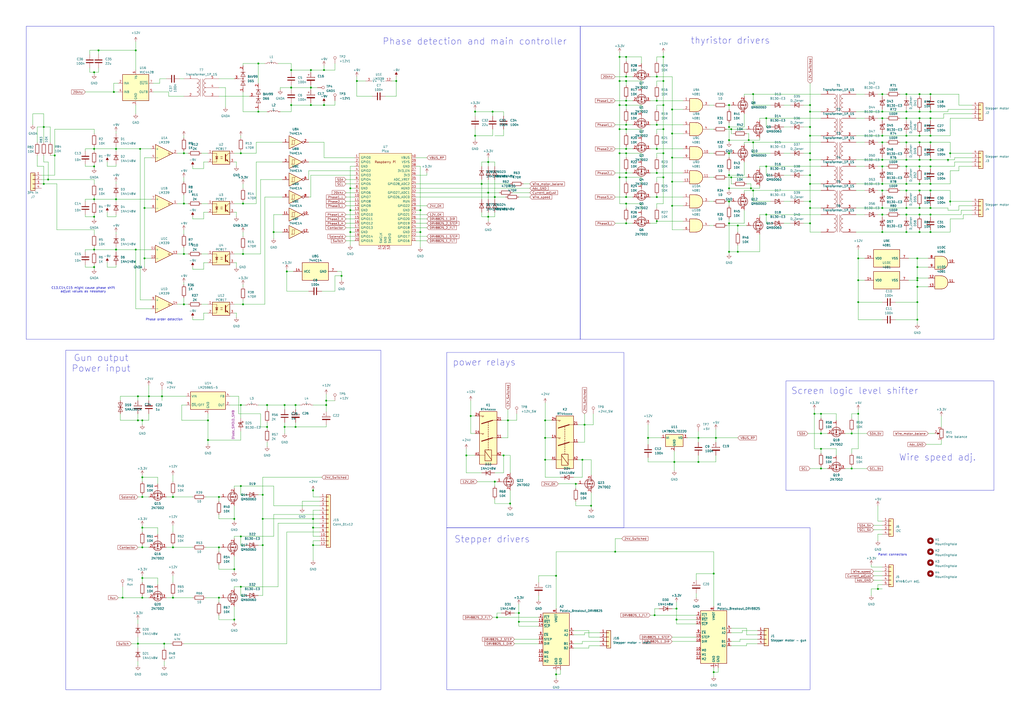
<source format=kicad_sch>
(kicad_sch (version 20250114) (generator "eeschema") (generator_version "9.0")
  (paper "A2")
  (rectangle (start 15.24 15.24) (end 336.55 196.85))
  (rectangle (start 259.08 204.47) (end 361.95 306.07))
  (rectangle (start 336.55 15.24) (end 576.58 196.85))
  (rectangle (start 259.08 306.07) (end 469.9 400.05))
  (rectangle (start 455.93 220.98) (end 576.58 284.48))
  (rectangle (start 38.1 203.2) (end 220.98 400.05))
  (text "Phase order detection" (at 95.25 185.42 0) (effects (font (size 1.27 1.27))))
  (text "Gun output\nPower input" (at 58.674 210.82 0) (effects (font (size 3.81 3.81))))
  (text "Phase detection and main controller\n" (at 275.336 24.13 0) (effects (font (size 3.81 3.81))))
  (text "Screen logic level shifter" (at 495.808 226.822 0) (effects (font (size 3.81 3.81))))
  (text "power relays" (at 280.924 210.312 0) (effects (font (size 3.81 3.81))))
  (text "Wire speed adj." (at 543.814 265.43 0) (effects (font (size 3.81 3.81))))
  (text "thyristor drivers\n" (at 423.672 23.622 0) (effects (font (size 3.81 3.81))))
  (text "C13,C14,C15 might cause phase shift\nadjust values as nessesary\n" (at 48.26 168.148 0) (effects (font (size 1.27 1.27))))
  (text "Stepper drivers" (at 285.496 312.928 0) (effects (font (size 3.81 3.81))))
  (text "Panel connectors\n" (at 509.27 322.58 0) (effects (font (size 1.27 1.27)) (justify left bottom)))
  (junction (at 189.23 234.95))
  (junction (at 533.4 124.46))
  (junction (at 54.61 86.36))
  (junction (at 363.22 58.42))
  (junction (at 444.5 68.58))
  (junction (at 435.61 109.22))
  (junction (at 363.22 129.54))
  (junction (at 180.34 50.8))
  (junction (at 54.61 125.73))
  (junction (at 539.75 134.62))
  (junction (at 525.78 64.77))
  (junction (at 203.2 121.92))
  (junction (at 152.4 300.99))
  (junction (at 363.22 100.33))
  (junction (at 82.55 276.86))
  (junction (at 337.82 266.7))
  (junction (at 533.4 64.77))
  (junction (at 469.9 106.68))
  (junction (at 83.82 149.86))
  (junction (at 106.68 118.11))
  (junction (at 106.68 147.32))
  (junction (at 203.2 109.22))
  (junction (at 300.99 360.68))
  (junction (at 80.01 243.84))
  (junction (at 67.31 144.78))
  (junction (at 292.1 264.16))
  (junction (at 149.86 64.77))
  (junction (at 139.7 281.94))
  (junction (at 389.89 91.44))
  (junction (at 427.99 130.81))
  (junction (at 127 317.5))
  (junction (at 135.89 330.2))
  (junction (at 469.9 73.66))
  (junction (at 511.81 134.62))
  (junction (at 444.5 96.52))
  (junction (at 229.87 46.99))
  (junction (at 469.9 60.96))
  (junction (at 532.13 154.94))
  (junction (at 100.33 288.29))
  (junction (at 363.22 72.39))
  (junction (at 316.23 254))
  (junction (at 334.01 280.67))
  (junction (at 80.01 229.87))
  (junction (at 139.7 340.36))
  (junction (at 405.13 267.97))
  (junction (at 539.75 124.46))
  (junction (at 82.55 317.5))
  (junction (at 135.89 359.41))
  (junction (at 533.4 106.68))
  (junction (at 384.81 88.9))
  (junction (at 152.4 316.23))
  (junction (at 363.22 46.99))
  (junction (at 539.75 64.77))
  (junction (at 389.89 63.5))
  (junction (at 66.04 53.34))
  (junction (at 384.81 102.87))
  (junction (at 363.22 88.9))
  (junction (at 285.75 64.77))
  (junction (at 322.58 334.01))
  (junction (at 539.75 78.74))
  (junction (at 469.9 92.71))
  (junction (at 359.41 74.93))
  (junction (at 525.78 68.58))
  (junction (at 511.81 124.46))
  (junction (at 422.91 116.84))
  (junction (at 525.78 78.74))
  (junction (at 82.55 346.71))
  (junction (at 532.13 162.56))
  (junction (at 469.9 120.65))
  (junction (at 171.45 247.65))
  (junction (at 539.75 54.61))
  (junction (at 533.4 82.55))
  (junction (at 532.13 175.26))
  (junction (at 511.81 120.65))
  (junction (at 363.22 60.96))
  (junction (at 363.22 102.87))
  (junction (at 392.43 359.41))
  (junction (at 476.25 271.78))
  (junction (at 414.02 332.74))
  (junction (at 422.91 146.05))
  (junction (at 391.16 267.97))
  (junction (at 509.27 341.63))
  (junction (at 295.91 292.1))
  (junction (at 158.75 134.62))
  (junction (at 359.41 33.02))
  (junction (at 270.51 264.16))
  (junction (at 288.29 358.14))
  (junction (at 469.9 129.54))
  (junction (at 511.81 92.71))
  (junction (at 469.9 78.74))
  (junction (at 275.59 64.77))
  (junction (at 181.61 300.99))
  (junction (at 533.4 54.61))
  (junction (at 127 346.71))
  (junction (at 356.87 320.04))
  (junction (at 525.78 120.65))
  (junction (at 181.61 284.48))
  (junction (at 339.09 246.38))
  (junction (at 384.81 60.96))
  (junction (at 422.91 81.28))
  (junction (at 525.78 82.55))
  (junction (at 139.7 88.9))
  (junction (at 551.18 116.84))
  (junction (at 363.22 33.02))
  (junction (at 511.81 64.77))
  (junction (at 83.82 120.65))
  (junction (at 497.84 149.86))
  (junction (at 525.78 106.68))
  (junction (at 287.02 279.4))
  (junction (at 140.97 118.11))
  (junction (at 25.4 73.66))
  (junction (at 511.81 110.49))
  (junction (at 392.43 353.06))
  (junction (at 31.75 90.17))
  (junction (at 539.75 110.49))
  (junction (at 359.41 46.99))
  (junction (at 511.81 54.61))
  (junction (at 497.84 162.56))
  (junction (at 165.1 234.95))
  (junction (at 533.4 78.74))
  (junction (at 283.21 93.98))
  (junction (at 78.74 144.78))
  (junction (at 469.9 64.77))
  (junction (at 180.34 40.64))
  (junction (at 363.22 74.93))
  (junction (at 300.99 355.6))
  (junction (at 381 86.36))
  (junction (at 57.15 29.21))
  (junction (at 283.21 125.73))
  (junction (at 511.81 78.74))
  (junction (at 379.73 356.87))
  (junction (at 476.25 260.35))
  (junction (at 363.22 44.45))
  (junction (at 532.13 185.42))
  (junction (at 81.28 86.36))
  (junction (at 120.65 243.84))
  (junction (at 139.7 234.95))
  (junction (at 363.22 118.11))
  (junction (at 422.91 88.9))
  (junction (at 539.75 82.55))
  (junction (at 154.94 234.95))
  (junction (at 93.98 229.87))
  (junction (at 539.75 96.52))
  (junction (at 476.25 251.46))
  (junction (at 140.97 176.53))
  (junction (at 67.31 115.57))
  (junction (at 444.5 124.46))
  (junction (at 424.18 74.93))
  (junction (at 476.25 240.03))
  (junction (at 533.4 96.52))
  (junction (at 436.88 54.61))
  (junction (at 198.12 160.02))
  (junction (at 78.74 29.21))
  (junction (at 422.91 109.22))
  (junction (at 171.45 234.95))
  (junction (at 539.75 106.68))
  (junction (at 532.13 161.29))
  (junction (at 436.88 110.49))
  (junction (at 494.03 251.46))
  (junction (at 67.31 86.36))
  (junction (at 427.99 146.05))
  (junction (at 54.61 115.57))
  (junction (at 533.4 134.62))
  (junction (at 100.33 317.5))
  (junction (at 539.75 68.58))
  (junction (at 140.97 147.32))
  (junction (at 316.23 266.7))
  (junction (at 422.91 129.54))
  (junction (at 494.03 271.78))
  (junction (at 27.94 104.14))
  (junction (at 434.34 81.28))
  (junction (at 54.61 41.91))
  (junction (at 511.81 106.68))
  (junction (at 166.37 157.48))
  (junction (at 342.9 293.37))
  (junction (at 532.13 149.86))
  (junction (at 275.59 78.74))
  (junction (at 389.89 105.41))
  (junction (at 181.61 316.23))
  (junction (at 381 58.42))
  (junction (at 533.4 120.65))
  (junction (at 539.75 92.71))
  (junction (at 154.94 247.65))
  (junction (at 273.05 241.3))
  (junction (at 384.81 33.02))
  (junction (at 533.4 68.58))
  (junction (at 551.18 88.9))
  (junction (at 381 114.3))
  (junction (at 180.34 60.96))
  (junction (at 135.89 300.99))
  (junction (at 389.89 119.38))
  (junction (at 469.9 116.84))
  (junction (at 165.1 247.65))
  (junction (at 359.41 60.96))
  (junction (at 511.81 82.55))
  (junction (at 469.9 88.9))
  (junction (at 322.58 391.16))
  (junction (at 525.78 134.62))
  (junction (at 375.92 254))
  (junction (at 139.7 311.15))
  (junction (at 82.55 335.28))
  (junction (at 168.91 50.8))
  (junction (at 532.13 166.37))
  (junction (at 422.91 73.66))
  (junction (at 415.29 254))
  (junction (at 497.84 175.26))
  (junction (at 95.25 373.38))
  (junction (at 533.4 92.71))
  (junction (at 359.41 102.87))
  (junction (at 363.22 114.3))
  (junction (at 168.91 60.96))
  (junction (at 511.81 68.58))
  (junction (at 82.55 243.84))
  (junction (at 422.91 60.96))
  (junction (at 207.01 46.99))
  (junction (at 381 128.27))
  (junction (at 86.36 229.87))
  (junction (at 54.61 154.94))
  (junction (at 384.81 74.93))
  (junction (at 533.4 110.49))
  (junction (at 414.02 389.89))
  (junction (at 127 288.29))
  (junction (at 424.18 102.87))
  (junction (at 283.21 111.76))
  (junction (at 389.89 77.47))
  (junction (at 203.2 134.62))
  (junction (at 294.64 243.84))
  (junction (at 405.13 254))
  (junction (at 422.91 101.6))
  (junction (at 181.61 306.07))
  (junction (at 152.4 287.02))
  (junction (at 120.65 255.27))
  (junction (at 549.91 92.71))
  (junction (at 525.78 96.52))
  (junction (at 287.02 114.3))
  (junction (at 71.12 346.71))
  (junction (at 80.01 373.38))
  (junction (at 54.61 144.78))
  (junction (at 359.41 88.9))
  (junction (at 25.4 106.68))
  (junction (at 384.81 46.99))
  (junction (at 168.91 40.64))
  (junction (at 525.78 54.61))
  (junction (at 381 100.33))
  (junction (at 497.84 240.03))
  (junction (at 316.23 243.84))
  (junction (at 100.33 346.71))
  (junction (at 82.55 306.07))
  (junction (at 243.84 121.92))
  (junction (at 54.61 96.52))
  (junction (at 82.55 288.29))
  (junction (at 149.86 36.83))
  (junction (at 106.68 88.9))
  (junction (at 472.44 240.03))
  (junction (at 381 72.39))
  (junction (at 187.96 60.96))
  (junction (at 511.81 96.52))
  (junction (at 525.78 92.71))
  (junction (at 106.68 176.53))
  (junction (at 381 44.45))
  (junction (at 469.9 101.6))
  (junction (at 539.75 120.65))
  (junction (at 187.96 40.64))
  (junction (at 189.23 232.41))
  (junction (at 243.84 134.62))
  (junction (at 525.78 124.46))
  (junction (at 363.22 86.36))
  (junction (at 279.4 106.68))
  (junction (at 436.88 82.55))
  (junction (at 525.78 110.49))
  (wire (pts (xy 62.23 125.73) (xy 67.31 125.73)))
  (wire (pts (xy 54.61 115.57) (xy 54.61 116.84)))
  (wire (pts (xy 118.11 93.98) (xy 118.11 97.79)))
  (wire (pts (xy 96.52 288.29) (xy 100.33 288.29)))
  (wire (pts (xy 422.91 60.96) (xy 422.91 63.5)))
  (wire (pts (xy 243.84 96.52) (xy 243.84 121.92)))
  (wire (pts (xy 283.21 111.76) (xy 283.21 115.57)))
  (wire (pts (xy 476.25 250.19) (xy 476.25 251.46)))
  (wire (pts (xy 158.75 298.45) (xy 158.75 311.15)))
  (wire (pts (xy 135.89 118.11) (xy 140.97 118.11)))
  (wire (pts (xy 181.61 313.69) (xy 181.61 316.23)))
  (wire (pts (xy 363.22 118.11) (xy 363.22 120.65)))
  (wire (pts (xy 200.66 132.08) (xy 205.74 132.08)))
  (wire (pts (xy 102.87 118.11) (xy 106.68 118.11)))
  (wire (pts (xy 33.02 133.35) (xy 54.61 133.35)))
  (wire (pts (xy 422.91 88.9) (xy 424.18 88.9)))
  (wire (pts (xy 137.16 154.94) (xy 137.16 152.4)))
  (wire (pts (xy 171.45 247.65) (xy 165.1 247.65)))
  (wire (pts (xy 339.09 240.03) (xy 339.09 246.38)))
  (wire (pts (xy 431.8 82.55) (xy 431.8 83.82)))
  (wire (pts (xy 496.57 96.52) (xy 501.65 96.52)))
  (wire (pts (xy 54.61 115.57) (xy 67.31 115.57)))
  (wire (pts (xy 186.69 168.91) (xy 194.31 168.91)))
  (wire (pts (xy 411.48 60.96) (xy 414.02 60.96)))
  (wire (pts (xy 139.7 255.27) (xy 139.7 250.19)))
  (wire (pts (xy 416.56 387.35) (xy 416.56 389.89)))
  (wire (pts (xy 363.22 57.15) (xy 363.22 58.42)))
  (wire (pts (xy 241.3 106.68) (xy 279.4 106.68)))
  (wire (pts (xy 511.81 328.93) (xy 505.46 328.93)))
  (wire (pts (xy 54.61 143.51) (xy 54.61 144.78)))
  (wire (pts (xy 525.78 77.47) (xy 525.78 78.74)))
  (wire (pts (xy 49.53 115.57) (xy 54.61 115.57)))
  (wire (pts (xy 149.86 64.77) (xy 154.94 64.77)))
  (wire (pts (xy 511.81 64.77) (xy 511.81 63.5)))
  (wire (pts (xy 539.75 124.46) (xy 539.75 125.73)))
  (wire (pts (xy 454.66 88.9) (xy 458.47 88.9)))
  (wire (pts (xy 54.61 96.52) (xy 54.61 97.79)))
  (wire (pts (xy 356.87 58.42) (xy 363.22 58.42)))
  (wire (pts (xy 422.91 81.28) (xy 422.91 82.55)))
  (wire (pts (xy 335.28 256.54) (xy 339.09 256.54)))
  (wire (pts (xy 521.97 96.52) (xy 525.78 96.52)))
  (wire (pts (xy 563.88 124.46) (xy 558.8 124.46)))
  (wire (pts (xy 424.18 367.03) (xy 430.53 367.03)))
  (wire (pts (xy 19.05 72.39) (xy 19.05 66.04)))
  (wire (pts (xy 341.63 365.76) (xy 341.63 369.57)))
  (wire (pts (xy 200.66 111.76) (xy 205.74 111.76)))
  (wire (pts (xy 405.13 254) (xy 415.29 254)))
  (wire (pts (xy 363.22 33.02) (xy 363.22 35.56)))
  (wire (pts (xy 556.26 99.06) (xy 551.18 99.06)))
  (wire (pts (xy 241.3 91.44) (xy 247.65 91.44)))
  (wire (pts (xy 347.98 367.03) (xy 339.09 367.03)))
  (wire (pts (xy 135.89 176.53) (xy 140.97 176.53)))
  (wire (pts (xy 279.4 93.98) (xy 283.21 93.98)))
  (wire (pts (xy 525.78 82.55) (xy 525.78 83.82)))
  (wire (pts (xy 151.13 240.03) (xy 151.13 247.65)))
  (wire (pts (xy 298.45 370.84) (xy 312.42 370.84)))
  (wire (pts (xy 52.07 29.21) (xy 57.15 29.21)))
  (wire (pts (xy 533.4 105.41) (xy 533.4 106.68)))
  (wire (pts (xy 180.34 60.96) (xy 168.91 60.96)))
  (wire (pts (xy 81.28 86.36) (xy 81.28 173.99)))
  (wire (pts (xy 68.58 346.71) (xy 71.12 346.71)))
  (wire (pts (xy 375.92 265.43) (xy 375.92 267.97)))
  (wire (pts (xy 100.33 345.44) (xy 100.33 346.71)))
  (wire (pts (xy 52.07 39.37) (xy 52.07 41.91)))
  (wire (pts (xy 95.25 373.38) (xy 95.25 375.92)))
  (wire (pts (xy 532.13 161.29) (xy 532.13 162.56)))
  (wire (pts (xy 295.91 264.16) (xy 295.91 274.32)))
  (wire (pts (xy 80.01 373.38) (xy 80.01 375.92)))
  (wire (pts (xy 127 356.87) (xy 127 359.41)))
  (wire (pts (xy 25.4 90.17) (xy 25.4 93.98)))
  (wire (pts (xy 106.68 88.9) (xy 109.22 88.9)))
  (wire (pts (xy 158.75 293.37) (xy 158.75 281.94)))
  (wire (pts (xy 440.69 96.52) (xy 440.69 97.79)))
  (wire (pts (xy 511.81 96.52) (xy 514.35 96.52)))
  (wire (pts (xy 205.74 96.52) (xy 203.2 96.52)))
  (wire (pts (xy 363.22 113.03) (xy 363.22 114.3)))
  (wire (pts (xy 67.31 86.36) (xy 81.28 86.36)))
  (wire (pts (xy 127 330.2) (xy 135.89 330.2)))
  (wire (pts (xy 447.04 60.96) (xy 436.88 60.96)))
  (wire (pts (xy 185.42 308.61) (xy 166.37 308.61)))
  (wire (pts (xy 539.75 91.44) (xy 539.75 92.71)))
  (wire (pts (xy 168.91 49.53) (xy 168.91 50.8)))
  (wire (pts (xy 180.34 50.8) (xy 184.15 50.8)))
  (wire (pts (xy 381 77.47) (xy 381 74.93)))
  (wire (pts (xy 403.86 336.55) (xy 403.86 332.74)))
  (wire (pts (xy 381 100.33) (xy 396.24 100.33)))
  (wire (pts (xy 158.75 134.62) (xy 158.75 138.43)))
  (wire (pts (xy 140.97 53.34) (xy 140.97 64.77)))
  (wire (pts (xy 375.92 254) (xy 383.54 254)))
  (wire (pts (xy 290.83 355.6) (xy 288.29 355.6)))
  (wire (pts (xy 363.22 99.06) (xy 363.22 100.33)))
  (wire (pts (xy 215.9 55.88) (xy 207.01 55.88)))
  (wire (pts (xy 292.1 67.31) (xy 292.1 64.77)))
  (wire (pts (xy 312.42 345.44) (xy 312.42 347.98)))
  (wire (pts (xy 194.31 232.41) (xy 189.23 232.41)))
  (wire (pts (xy 436.88 82.55) (xy 431.8 82.55)))
  (wire (pts (xy 436.88 54.61) (xy 476.25 54.61)))
  (wire (pts (xy 298.45 373.38) (xy 312.42 373.38)))
  (wire (pts (xy 49.53 96.52) (xy 54.61 96.52)))
  (wire (pts (xy 469.9 120.65) (xy 476.25 120.65)))
  (wire (pts (xy 377.19 100.33) (xy 381 100.33)))
  (wire (pts (xy 392.43 361.95) (xy 403.86 361.95)))
  (wire (pts (xy 120.65 152.4) (xy 118.11 152.4)))
  (wire (pts (xy 359.41 102.87) (xy 359.41 118.11)))
  (wire (pts (xy 91.44 335.28) (xy 91.44 339.09)))
  (wire (pts (xy 421.64 102.87) (xy 424.18 102.87)))
  (wire (pts (xy 322.58 320.04) (xy 322.58 334.01)))
  (wire (pts (xy 377.19 44.45) (xy 381 44.45)))
  (wire (pts (xy 381 57.15) (xy 381 58.42)))
  (wire (pts (xy 433.07 373.38) (xy 439.42 373.38)))
  (wire (pts (xy 279.4 125.73) (xy 283.21 125.73)))
  (wire (pts (xy 469.9 129.54) (xy 469.9 134.62)))
  (wire (pts (xy 433.07 106.68) (xy 435.61 106.68)))
  (wire (pts (xy 149.86 287.02) (xy 152.4 287.02)))
  (wire (pts (xy 166.37 308.61) (xy 166.37 373.38)))
  (wire (pts (xy 179.07 93.98) (xy 205.74 93.98)))
  (wire (pts (xy 415.29 264.16) (xy 415.29 267.97)))
  (wire (pts (xy 140.97 165.1) (xy 140.97 166.37)))
  (wire (pts (xy 287.02 114.3) (xy 287.02 115.57)))
  (wire (pts (xy 62.23 123.19) (xy 62.23 125.73)))
  (wire (pts (xy 525.78 68.58) (xy 533.4 68.58)))
  (wire (pts (xy 476.25 240.03) (xy 476.25 242.57)))
  (wire (pts (xy 25.4 66.04) (xy 25.4 73.66)))
  (wire (pts (xy 149.86 345.44) (xy 152.4 345.44)))
  (wire (pts (xy 154.94 256.54) (xy 154.94 259.08)))
  (wire (pts (xy 116.84 118.11) (xy 120.65 118.11)))
  (wire (pts (xy 116.84 147.32) (xy 120.65 147.32)))
  (wire (pts (xy 194.31 168.91) (xy 194.31 160.02)))
  (wire (pts (xy 135.89 147.32) (xy 140.97 147.32)))
  (wire (pts (xy 509.27 341.63) (xy 505.46 341.63)))
  (wire (pts (xy 506.73 307.34) (xy 511.81 307.34)))
  (wire (pts (xy 153.67 114.3) (xy 163.83 114.3)))
  (wire (pts (xy 405.13 250.19) (xy 405.13 254)))
  (wire (pts (xy 422.91 91.44) (xy 422.91 88.9)))
  (wire (pts (xy 332.74 368.3) (xy 339.09 368.3)))
  (wire (pts (xy 127 317.5) (xy 127 320.04)))
  (wire (pts (xy 509.27 96.52) (xy 511.81 96.52)))
  (wire (pts (xy 527.05 162.56) (xy 532.13 162.56)))
  (wire (pts (xy 532.13 161.29) (xy 538.48 161.29)))
  (wire (pts (xy 501.65 162.56) (xy 497.84 162.56)))
  (wire (pts (xy 69.85 232.41) (xy 69.85 229.87)))
  (wire (pts (xy 359.41 74.93) (xy 359.41 88.9)))
  (wire (pts (xy 381 88.9) (xy 384.81 88.9)))
  (wire (pts (xy 80.01 369.57) (xy 80.01 373.38)))
  (wire (pts (xy 466.09 116.84) (xy 469.9 116.84)))
  (wire (pts (xy 563.88 91.44) (xy 553.72 91.44)))
  (wire (pts (xy 137.16 152.4) (xy 135.89 152.4)))
  (wire (pts (xy 93.98 226.06) (xy 93.98 229.87)))
  (wire (pts (xy 431.8 121.92) (xy 431.8 129.54)))
  (wire (pts (xy 440.69 124.46) (xy 444.5 124.46)))
  (wire (pts (xy 67.31 86.36) (xy 67.31 87.63)))
  (wire (pts (xy 49.53 95.25) (xy 49.53 96.52)))
  (wire (pts (xy 76.2 373.38) (xy 80.01 373.38)))
  (wire (pts (xy 92.71 48.26) (xy 92.71 45.72)))
  (wire (pts (xy 138.43 240.03) (xy 151.13 240.03)))
  (wire (pts (xy 127 55.88) (xy 144.78 55.88)))
  (wire (pts (xy 54.61 95.25) (xy 54.61 96.52)))
  (wire (pts (xy 381 74.93) (xy 384.81 74.93)))
  (wire (pts (xy 497.84 185.42) (xy 511.81 185.42)))
  (wire (pts (xy 312.42 337.82) (xy 312.42 334.01)))
  (wire (pts (xy 140.97 134.62) (xy 140.97 137.16)))
  (wire (pts (xy 381 118.11) (xy 384.81 118.11)))
  (wire (pts (xy 533.4 133.35) (xy 533.4 134.62)))
  (wire (pts (xy 381 99.06) (xy 381 100.33)))
  (wire (pts (xy 381 60.96) (xy 384.81 60.96)))
  (wire (pts (xy 392.43 349.25) (xy 392.43 353.06)))
  (wire (pts (xy 532.13 154.94) (xy 538.48 154.94)))
  (wire (pts (xy 295.91 284.48) (xy 295.91 292.1)))
  (wire (pts (xy 539.75 54.61) (xy 556.26 54.61)))
  (wire (pts (xy 162.56 50.8) (xy 168.91 50.8)))
  (wire (pts (xy 187.96 40.64) (xy 180.34 40.64)))
  (wire (pts (xy 519.43 175.26) (xy 532.13 175.26)))
  (wire (pts (xy 525.78 105.41) (xy 525.78 106.68)))
  (wire (pts (xy 332.74 375.92) (xy 341.63 375.92)))
  (wire (pts (xy 241.3 129.54) (xy 247.65 129.54)))
  (wire (pts (xy 539.75 96.52) (xy 539.75 97.79)))
  (wire (pts (xy 532.13 185.42) (xy 532.13 187.96)))
  (wire (pts (xy 180.34 50.8) (xy 180.34 52.07)))
  (wire (pts (xy 275.59 74.93) (xy 275.59 78.74)))
  (wire (pts (xy 533.4 110.49) (xy 533.4 111.76)))
  (wire (pts (xy 389.89 133.35) (xy 389.89 119.38)))
  (wire (pts (xy 511.81 120.65) (xy 525.78 120.65)))
  (wire (pts (xy 359.41 33.02) (xy 363.22 33.02)))
  (wire (pts (xy 551.18 116.84) (xy 551.18 110.49)))
  (wire (pts (xy 363.22 60.96) (xy 363.22 63.5)))
  (wire (pts (xy 469.9 101.6) (xy 469.9 106.68)))
  (wire (pts (xy 539.75 78.74) (xy 551.18 78.74)))
  (wire (pts (xy 505.46 341.63) (xy 505.46 345.44)))
  (wire (pts (xy 454.66 116.84) (xy 458.47 116.84)))
  (wire (pts (xy 511.81 64.77) (xy 525.78 64.77)))
  (wire (pts (xy 322.58 334.01) (xy 322.58 353.06)))
  (wire (pts (xy 287.02 289.56) (xy 287.02 292.1)))
  (wire (pts (xy 382.27 353.06) (xy 379.73 353.06)))
  (wire (pts (xy 83.82 120.65) (xy 87.63 120.65)))
  (wire (pts (xy 275.59 78.74) (xy 285.75 78.74)))
  (wire (pts (xy 29.21 90.17) (xy 31.75 90.17)))
  (wire (pts (xy 66.04 48.26) (xy 68.58 48.26)))
  (wire (pts (xy 424.18 374.65) (xy 433.07 374.65)))
  (wire (pts (xy 180.34 114.3) (xy 179.07 114.3)))
  (wire (pts (xy 539.75 120.65) (xy 533.4 120.65)))
  (wire (pts (xy 511.81 92.71) (xy 511.81 91.44)))
  (wire (pts (xy 149.86 36.83) (xy 149.86 48.26)))
  (wire (pts (xy 405.13 264.16) (xy 405.13 267.97)))
  (wire (pts (xy 200.66 137.16) (xy 205.74 137.16)))
  (wire (pts (xy 359.41 102.87) (xy 363.22 102.87)))
  (wire (pts (xy 511.81 68.58) (xy 511.81 69.85)))
  (wire (pts (xy 161.29 36.83) (xy 168.91 36.83)))
  (wire (pts (xy 539.75 105.41) (xy 539.75 106.68)))
  (wire (pts (xy 440.69 81.28) (xy 440.69 80.01)))
  (wire (pts (xy 241.3 139.7) (xy 247.65 139.7)))
  (wire (pts (xy 312.42 360.68) (xy 300.99 360.68)))
  (wire (pts (xy 154.94 234.95) (xy 154.94 237.49)))
  (wire (pts (xy 356.87 86.36) (xy 363.22 86.36)))
  (wire (pts (xy 532.13 149.86) (xy 532.13 154.94)))
  (wire (pts (xy 547.37 68.58) (xy 539.75 68.58)))
  (wire (pts (xy 241.3 96.52) (xy 243.84 96.52)))
  (wire (pts (xy 151.13 147.32) (xy 140.97 147.32)))
  (wire (pts (xy 187.96 60.96) (xy 180.34 60.96)))
  (wire (pts (xy 416.56 389.89) (xy 414.02 389.89)))
  (wire (pts (xy 127 288.29) (xy 127 290.83)))
  (wire (pts (xy 102.87 88.9) (xy 106.68 88.9)))
  (wire (pts (xy 120.65 181.61) (xy 118.11 181.61)))
  (wire (pts (xy 497.84 237.49) (xy 497.84 240.03)))
  (wire (pts (xy 496.57 110.49) (xy 501.65 110.49)))
  (wire (pts (xy 563.88 119.38) (xy 556.26 119.38)))
  (wire (pts (xy 533.4 92.71) (xy 525.78 92.71)))
  (wire (pts (xy 359.41 46.99) (xy 363.22 46.99)))
  (wire (pts (xy 187.96 38.1) (xy 187.96 40.64)))
  (wire (pts (xy 551.18 68.58) (xy 551.18 78.74)))
  (wire (pts (xy 396.24 77.47) (xy 389.89 77.47)))
  (wire (pts (xy 497.84 175.26) (xy 497.84 185.42)))
  (wire (pts (xy 194.31 160.02) (xy 198.12 160.02)))
  (wire (pts (xy 294.64 254) (xy 294.64 243.84)))
  (wire (pts (xy 54.61 127) (xy 54.61 125.73)))
  (wire (pts (xy 203.2 121.92) (xy 203.2 134.62)))
  (wire (pts (xy 469.9 73.66) (xy 469.9 78.74)))
  (wire (pts (xy 31.75 74.93) (xy 54.61 74.93)))
  (wire (pts (xy 83.82 120.65) (xy 83.82 149.86)))
  (wire (pts (xy 558.8 124.46) (xy 558.8 127)))
  (wire (pts (xy 551.18 116.84) (xy 563.88 116.84)))
  (wire (pts (xy 414.02 320.04) (xy 414.02 332.74)))
  (wire (pts (xy 95.25 373.38) (xy 99.06 373.38)))
  (wire (pts (xy 82.55 304.8) (xy 82.55 306.07)))
  (wire (pts (xy 275.59 251.46) (xy 273.05 251.46)))
  (wire (pts (xy 440.69 68.58) (xy 440.69 69.85)))
  (wire (pts (xy 49.53 86.36) (xy 54.61 86.36)))
  (wire (pts (xy 139.7 340.36) (xy 161.29 340.36)))
  (wire (pts (xy 139.7 242.57) (xy 139.7 234.95)))
  (wire (pts (xy 83.82 91.44) (xy 83.82 120.65)))
  (wire (pts (xy 88.9 53.34) (xy 97.79 53.34)))
  (wire (pts (xy 496.57 68.58) (xy 501.65 68.58)))
  (wire (pts (xy 181.61 300.99) (xy 181.61 306.07)))
  (wire (pts (xy 116.84 88.9) (xy 120.65 88.9)))
  (wire (pts (xy 425.45 106.68) (xy 424.18 106.68)))
  (wire (pts (xy 148.59 82.55) (xy 148.59 88.9)))
  (wire (pts (xy 181.61 316.23) (xy 181.61 325.12)))
  (wire (pts (xy 511.81 134.62) (xy 525.78 134.62)))
  (wire (pts (xy 359.41 30.48) (xy 359.41 33.02)))
  (wire (pts (xy 506.73 304.8) (xy 511.81 304.8)))
  (wire (pts (xy 227.33 46.99) (xy 229.87 46.99)))
  (wire (pts (xy 337.82 373.38) (xy 337.82 372.11)))
  (wire (pts (xy 300.99 350.52) (xy 300.99 355.6)))
  (wire (pts (xy 106.68 88.9) (xy 106.68 87.63)))
  (wire (pts (xy 21.59 73.66) (xy 25.4 73.66)))
  (wire (pts (xy 148.59 118.11) (xy 140.97 118.11)))
  (wire (pts (xy 546.1 257.81) (xy 546.1 255.27)))
  (wire (pts (xy 377.19 72.39) (xy 381 72.39)))
  (wire (pts (xy 292.1 264.16) (xy 295.91 264.16)))
  (wire (pts (xy 497.84 149.86) (xy 501.65 149.86)))
  (wire (pts (xy 389.89 372.11) (xy 403.86 372.11)))
  (wire (pts (xy 557.53 121.92) (xy 557.53 124.46)))
  (wire (pts (xy 494.03 242.57) (xy 494.03 240.03)))
  (wire (pts (xy 180.34 49.53) (xy 180.34 50.8)))
  (wire (pts (xy 325.12 276.86) (xy 316.23 276.86)))
  (wire (pts (xy 381 72.39) (xy 396.24 72.39)))
  (wire (pts (xy 21.59 82.55) (xy 21.59 73.66)))
  (wire (pts (xy 553.72 92.71) (xy 549.91 92.71)))
  (wire (pts (xy 509.27 68.58) (xy 511.81 68.58)))
  (wire (pts (xy 436.88 110.49) (xy 431.8 110.49)))
  (wire (pts (xy 69.85 229.87) (xy 80.01 229.87)))
  (wire (pts (xy 392.43 359.41) (xy 392.43 361.95)))
  (wire (pts (xy 71.12 340.36) (xy 71.12 346.71)))
  (wire (pts (xy 49.53 87.63) (xy 49.53 86.36)))
  (wire (pts (xy 391.16 267.97) (xy 391.16 273.05)))
  (wire (pts (xy 49.53 53.34) (xy 66.04 53.34)))
  (wire (pts (xy 270.51 264.16) (xy 270.51 260.35)))
  (wire (pts (xy 140.97 36.83) (xy 149.86 36.83)))
  (wire (pts (xy 431.8 93.98) (xy 431.8 101.6)))
  (wire (pts (xy 372.11 121.92) (xy 372.11 118.11)))
  (wire (pts (xy 339.09 256.54) (xy 339.09 246.38)))
  (wire (pts (xy 181.61 283.21) (xy 181.61 284.48)))
  (wire (pts (xy 421.64 130.81) (xy 427.99 130.81)))
  (wire (pts (xy 381 105.41) (xy 381 102.87)))
  (wire (pts (xy 509.27 110.49) (xy 511.81 110.49)))
  (wire (pts (xy 54.61 156.21) (xy 54.61 154.94)))
  (wire (pts (xy 229.87 46.99) (xy 229.87 44.45)))
  (wire (pts (xy 403.86 344.17) (xy 403.86 346.71)))
  (wire (pts (xy 405.13 267.97) (xy 391.16 267.97)))
  (wire (pts (xy 241.3 132.08) (xy 247.65 132.08)))
  (wire (pts (xy 454.66 60.96) (xy 458.47 60.96)))
  (wire (pts (xy 363.22 128.27) (xy 363.22 129.54)))
  (wire (pts (xy 189.23 234.95) (xy 189.23 238.76)))
  (wire (pts (xy 33.02 106.68) (xy 33.02 133.35)))
  (wire (pts (xy 287.02 292.1) (xy 295.91 292.1)))
  (wire (pts (xy 27.94 104.14) (xy 54.61 104.14)))
  (wire (pts (xy 496.57 120.65) (xy 511.81 120.65)))
  (wire (pts (xy 171.45 245.11) (xy 171.45 247.65)))
  (wire (pts (xy 539.75 92.71) (xy 533.4 92.71)))
  (wire (pts (xy 377.19 86.36) (xy 381 86.36)))
  (wire (pts (xy 185.42 313.69) (xy 181.61 313.69)))
  (wire (pts (xy 359.41 88.9) (xy 363.22 88.9)))
  (wire (pts (xy 139.7 316.23) (xy 139.7 311.15)))
  (wire (pts (xy 533.4 124.46) (xy 539.75 124.46)))
  (wire (pts (xy 334.01 293.37) (xy 342.9 293.37)))
  (wire (pts (xy 179.07 99.06) (xy 179.07 104.14)))
  (wire (pts (xy 287.02 114.3) (xy 293.37 114.3)))
  (wire (pts (xy 372.11 106.68) (xy 372.11 102.87)))
  (wire (pts (xy 372.11 50.8) (xy 372.11 46.99)))
  (wire (pts (xy 320.04 266.7) (xy 316.23 266.7)))
  (wire (pts (xy 424.18 364.49) (xy 433.07 364.49)))
  (wire (pts (xy 389.89 44.45) (xy 389.89 63.5)))
  (wire (pts (xy 431.8 66.04) (xy 431.8 73.66)))
  (wire (pts (xy 200.66 129.54) (xy 205.74 129.54)))
  (wire (pts (xy 335.28 266.7) (xy 337.82 266.7)))
  (wire (pts (xy 80.01 383.54) (xy 80.01 386.08)))
  (wire (pts (xy 381 58.42) (xy 396.24 58.42)))
  (wire (pts (xy 205.74 101.6) (xy 180.34 101.6)))
  (wire (pts (xy 469.9 92.71) (xy 469.9 101.6)))
  (wire (pts (xy 82.55 287.02) (xy 82.55 288.29)))
  (wire (pts (xy 466.09 60.96) (xy 469.9 60.96)))
  (wire (pts (xy 485.14 243.84) (xy 485.14 240.03)))
  (wire (pts (xy 49.53 144.78) (xy 54.61 144.78)))
  (wire (pts (xy 539.75 63.5) (xy 539.75 64.77)))
  (wire (pts (xy 344.17 240.03) (xy 344.17 246.38)))
  (wire (pts (xy 454.66 73.66) (xy 458.47 73.66)))
  (wire (pts (xy 81.28 86.36) (xy 87.63 86.36)))
  (wire (pts (xy 151.13 104.14) (xy 151.13 147.32)))
  (wire (pts (xy 384.81 30.48) (xy 384.81 33.02)))
  (wire (pts (xy 372.11 102.87) (xy 363.22 102.87)))
  (wire (pts (xy 139.7 287.02) (xy 139.7 281.94)))
  (wire (pts (xy 283.21 91.44) (xy 283.21 93.98)))
  (wire (pts (xy 332.74 365.76) (xy 341.63 365.76)))
  (wire (pts (xy 521.97 110.49) (xy 525.78 110.49)))
  (wire (pts (xy 273.05 232.41) (xy 273.05 241.3)))
  (wire (pts (xy 24.13 106.68) (xy 25.4 106.68)))
  (wire (pts (xy 116.84 176.53) (xy 120.65 176.53)))
  (wire (pts (xy 511.81 68.58) (xy 514.35 68.58)))
  (wire (pts (xy 82.55 334.01) (xy 82.55 335.28)))
  (wire (pts (xy 127 288.29) (xy 128.27 288.29)))
  (wire (pts (xy 181.61 306.07) (xy 185.42 306.07)))
  (wire (pts (xy 179.07 82.55) (xy 187.96 82.55)))
  (wire (pts (xy 497.84 144.78) (xy 497.84 149.86)))
  (wire (pts (xy 19.05 66.04) (xy 25.4 66.04)))
  (wire (pts (xy 381 44.45) (xy 389.89 44.45)))
  (wire (pts (xy 403.86 359.41) (xy 392.43 359.41)))
  (wire (pts (xy 539.75 64.77) (xy 549.91 64.77)))
  (wire (pts (xy 241.3 114.3) (xy 287.02 114.3)))
  (wire (pts (xy 525.78 124.46) (xy 525.78 125.73)))
  (wire (pts (xy 549.91 120.65) (xy 549.91 121.92)))
  (wire (pts (xy 363.22 43.18) (xy 363.22 44.45)))
  (wire (pts (xy 485.14 264.16) (xy 485.14 260.35)))
  (wire (pts (xy 537.21 257.81) (xy 546.1 257.81)))
  (wire (pts (xy 100.33 346.71) (xy 111.76 346.71)))
  (wire (pts (xy 533.4 82.55) (xy 539.75 82.55)))
  (wire (pts (xy 287.02 279.4) (xy 287.02 281.94)))
  (wire (pts (xy 389.89 119.38) (xy 389.89 105.41)))
  (wire (pts (xy 149.86 316.23) (xy 152.4 316.23)))
  (wire (pts (xy 241.3 137.16) (xy 247.65 137.16)))
  (wire (pts (xy 241.3 124.46) (xy 247.65 124.46)))
  (wire (pts (xy 422.91 116.84) (xy 422.91 119.38)))
  (wire (pts (xy 66.04 53.34) (xy 66.04 48.26)))
  (wire (pts (xy 198.12 162.56) (xy 198.12 160.02)))
  (wire (pts (xy 337.82 372.11) (xy 347.98 372.11)))
  (wire (pts (xy 287.02 93.98) (xy 287.02 96.52)))
  (wire (pts (xy 436.88 88.9) (xy 436.88 82.55)))
  (wire (pts (xy 339.09 246.38) (xy 335.28 246.38)))
  (wire (pts (xy 135.89 281.94) (xy 139.7 281.94)))
  (wire (pts (xy 411.48 116.84) (xy 414.02 116.84)))
  (wire (pts (xy 363.22 72.39) (xy 367.03 72.39)))
  (wire (pts (xy 389.89 77.47) (xy 389.89 63.5)))
  (wire (pts (xy 139.7 234.95) (xy 133.35 234.95)))
  (wire (pts (xy 525.78 63.5) (xy 525.78 64.77)))
  (wire (pts (xy 533.4 54.61) (xy 533.4 55.88)))
  (wire (pts (xy 180.34 59.69) (xy 180.34 60.96)))
  (wire (pts (xy 82.55 243.84) (xy 86.36 243.84)))
  (wire (pts (xy 181.61 316.23) (xy 185.42 316.23)))
  (wire (pts (xy 405.13 254) (xy 405.13 256.54)))
  (wire (pts (xy 241.3 101.6) (xy 247.65 101.6)))
  (wire (pts (xy 454.66 101.6) (xy 458.47 101.6)))
  (wire (pts (xy 298.45 355.6) (xy 300.99 355.6)))
  (wire (pts (xy 532.13 175.26) (xy 532.13 185.42)))
  (wire (pts (xy 162.56 64.77) (xy 168.91 64.77)))
  (wire (pts (xy 533.4 78.74) (xy 525.78 78.74)))
  (wire (pts (xy 179.07 99.06) (xy 205.74 99.06)))
  (wire (pts (xy 97.79 55.88) (xy 106.68 55.88)))
  (wire (pts (xy 511.81 82.55) (xy 514.35 82.55)))
  (wire (pts (xy 436.88 110.49) (xy 476.25 110.49)))
  (wire (pts (xy 396.24 119.38) (xy 389.89 119.38)))
  (wire (pts (xy 180.34 50.8) (xy 168.91 50.8)))
  (wire (pts (xy 424.18 106.68) (xy 424.18 102.87)))
  (wire (pts (xy 54.61 144.78) (xy 54.61 146.05)))
  (wire (pts (xy 283.21 93.98) (xy 283.21 96.52)))
  (wire (pts (xy 398.78 254) (xy 405.13 254)))
  (wire (pts (xy 363.22 102.87) (xy 363.22 105.41)))
  (wire (pts (xy 469.9 106.68) (xy 469.9 116.84)))
  (wire (pts (xy 384.81 46.99) (xy 384.81 60.96)))
  (wire (pts (xy 359.41 74.93) (xy 363.22 74.93)))
  (wire (pts (xy 175.26 290.83) (xy 175.26 294.64)))
  (wire (pts (xy 546.1 241.3) (xy 546.1 247.65)))
  (wire (pts (xy 424.18 372.11) (xy 429.26 372.11)))
  (wire (pts (xy 431.8 54.61) (xy 431.8 55.88)))
  (wire (pts (xy 111.76 185.42) (xy 118.11 185.42)))
  (wire (pts (xy 316.23 254) (xy 316.23 243.84)))
  (wire (pts (xy 485.14 260.35) (xy 476.25 260.35)))
  (wire (pts (xy 521.97 68.58) (xy 525.78 68.58)))
  (wire (pts (xy 363.22 44.45) (xy 367.03 44.45)))
  (wire (pts (xy 54.61 144.78) (xy 67.31 144.78)))
  (wire (pts (xy 181.61 234.95) (xy 189.23 234.95)))
  (wire (pts (xy 436.88 54.61) (xy 431.8 54.61)))
  (wire (pts (xy 153.67 114.3) (xy 153.67 176.53)))
  (wire (pts (xy 181.61 300.99) (xy 185.42 300.99)))
  (wire (pts (xy 539.75 77.47) (xy 539.75 78.74)))
  (wire (pts (xy 166.37 157.48) (xy 166.37 156.21)))
  (wire (pts (xy 415.29 254) (xy 415.29 256.54)))
  (wire (pts (xy 140.97 106.68) (xy 140.97 109.22)))
  (wire (pts (xy 163.83 93.98) (xy 148.59 93.98)))
  (wire (pts (xy 476.25 271.78) (xy 480.06 271.78)))
  (wire (pts (xy 294.64 237.49) (xy 294.64 243.84)))
  (wire (pts (xy 525.78 54.61) (xy 525.78 55.88)))
  (wire (pts (xy 422.91 99.06) (xy 422.91 101.6)))
  (wire (pts (xy 80.01 359.41) (xy 80.01 361.95)))
  (wire (pts (xy 52.07 31.75) (xy 52.07 29.21)))
  (wire (pts (xy 200.66 139.7) (xy 205.74 139.7)))
  (wire (pts (xy 363.22 58.42) (xy 367.03 58.42)))
  (wire (pts (xy 379.73 353.06) (xy 379.73 356.87)))
  (wire (pts (xy 359.41 60.96) (xy 363.22 60.96)))
  (wire (pts (xy 539.75 134.62) (xy 533.4 134.62)))
  (wire (pts (xy 496.57 82.55) (xy 501.65 82.55)))
  (wire (pts (xy 120.65 93.98) (xy 118.11 93.98)))
  (wire (pts (xy 25.4 106.68) (xy 33.02 106.68)))
  (wire (pts (xy 511.81 110.49) (xy 514.35 110.49)))
  (wire (pts (xy 273.05 251.46) (xy 273.05 241.3)))
  (wire (pts (xy 80.01 240.03) (xy 80.01 243.84)))
  (wire (pts (xy 468.63 251.46) (xy 476.25 251.46)))
  (wire (pts (xy 203.2 134.62) (xy 203.2 142.24)))
  (wire (pts (xy 525.78 110.49) (xy 525.78 111.76)))
  (wire (pts (xy 427.99 130.81) (xy 433.07 130.81)))
  (wire (pts (xy 198.12 160.02) (xy 198.12 157.48)))
  (wire (pts (xy 86.36 232.41) (xy 86.36 229.87)))
  (wire (pts (xy 107.95 234.95) (xy 105.41 234.95)))
  (wire (pts (xy 429.26 372.11) (xy 429.26 370.84)))
  (wire (pts (xy 440.69 124.46) (xy 440.69 125.73)))
  (wire (pts (xy 511.81 96.52) (xy 511.81 97.79)))
  (wire (pts (xy 96.52 346.71) (xy 100.33 346.71)))
  (wire (pts (xy 381 128.27) (xy 381 129.54)))
  (wire (pts (xy 165.1 245.11) (xy 165.1 247.65)))
  (wire (pts (xy 135.89 93.98) (xy 137.16 93.98)))
  (wire (pts (xy 381 102.87) (xy 384.81 102.87)))
  (wire (pts (xy 127 50.8) (xy 130.81 50.8)))
  (wire (pts (xy 149.86 234.95) (xy 154.94 234.95)))
  (wire (pts (xy 356.87 72.39) (xy 363.22 72.39)))
  (wire (pts (xy 436.88 82.55) (xy 476.25 82.55)))
  (wire (pts (xy 384.81 74.93) (xy 384.81 88.9)))
  (wire (pts (xy 525.78 68.58) (xy 525.78 69.85)))
  (wire (pts (xy 422.91 109.22) (xy 435.61 109.22)))
  (wire (pts (xy 300.99 114.3) (xy 307.34 114.3)))
  (wire (pts (xy 203.2 96.52) (xy 203.2 109.22)))
  (wire (pts (xy 86.36 223.52) (xy 86.36 229.87)))
  (wire (pts (xy 496.57 54.61) (xy 501.65 54.61)))
  (wire (pts (xy 181.61 288.29) (xy 185.42 288.29)))
  (wire (pts (xy 496.57 134.62) (xy 511.81 134.62)))
  (wire (pts (xy 539.75 133.35) (xy 539.75 134.62)))
  (wire (pts (xy 533.4 96.52) (xy 533.4 97.79)))
  (wire (pts (xy 466.09 129.54) (xy 469.9 129.54)))
  (wire (pts (xy 337.82 266.7) (xy 337.82 276.86)))
  (wire (pts (xy 118.11 123.19) (xy 118.11 127)))
  (wire (pts (xy 433.07 364.49) (xy 433.07 368.3)))
  (wire (pts (xy 52.07 41.91) (xy 54.61 41.91)))
  (wire (pts (xy 496.57 92.71) (xy 511.81 92.71)))
  (wire (pts (xy 25.4 73.66) (xy 29.21 73.66)))
  (wire (pts (xy 469.9 48.26) (xy 469.9 60.96)))
  (wire (pts (xy 95.25 383.54) (xy 95.25 386.08)))
  (wire (pts (xy 106.68 176.53) (xy 106.68 172.72)))
  (wire (pts (xy 414.02 389.89) (xy 414.02 392.43)))
  (wire (pts (xy 415.29 248.92) (xy 415.29 254)))
  (wire (pts (xy 292.1 74.93) (xy 292.1 78.74)))
  (wire (pts (xy 25.4 73.66) (xy 25.4 82.55)))
  (wire (pts (xy 533.4 68.58) (xy 533.4 69.85)))
  (wire (pts (xy 411.48 130.81) (xy 414.02 130.81)))
  (wire (pts (xy 86.36 243.84) (xy 86.36 240.03)))
  (wire (pts (xy 539.75 82.55) (xy 551.18 82.55)))
  (wire (pts (xy 334.01 280.67) (xy 335.28 280.67)))
  (wire (pts (xy 533.4 82.55) (xy 533.4 83.82)))
  (wire (pts (xy 375.92 254) (xy 375.92 257.81)))
  (wire (pts (xy 447.04 116.84) (xy 436.88 116.84)))
  (wire (pts (xy 532.13 166.37) (xy 532.13 175.26)))
  (wire (pts (xy 422.91 116.84) (xy 424.18 116.84)))
  (wire (pts (xy 363.22 129.54) (xy 367.03 129.54)))
  (wire (pts (xy 111.76 96.52) (xy 111.76 97.79)))
  (wire (pts (xy 148.59 88.9) (xy 139.7 88.9)))
  (wire (pts (xy 454.66 129.54) (xy 458.47 129.54)))
  (wire (pts (xy 389.89 369.57) (xy 403.86 369.57)))
  (wire (pts (xy 533.4 134.62) (xy 525.78 134.62)))
  (wire (pts (xy 78.74 60.96) (xy 78.74 66.04)))
  (wire (pts (xy 67.31 105.41) (xy 67.31 106.68)))
  (wire (pts (xy 472.44 240.03) (xy 476.25 240.03)))
  (wire (pts (xy 440.69 146.05) (xy 440.69 135.89)))
  (wire (pts (xy 135.89 293.37) (xy 135.89 300.99)))
  (wire (pts (xy 424.18 102.87) (xy 433.07 102.87)))
  (wire (pts (xy 496.57 106.68) (xy 511.81 106.68)))
  (wire (pts (xy 424.18 74.93) (xy 433.07 74.93)))
  (wire (pts (xy 466.09 73.66) (xy 469.9 73.66)))
  (wire (pts (xy 241.3 121.92) (xy 243.84 121.92)))
  (wire (pts (xy 396.24 91.44) (xy 389.89 91.44)))
  (wire (pts (xy 54.61 86.36) (xy 54.61 87.63)))
  (wire (pts (xy 67.31 125.73) (xy 67.31 124.46)))
  (wire (pts (xy 469.9 106.68) (xy 476.25 106.68)))
  (wire (pts (xy 185.42 290.83) (xy 175.26 290.83)))
  (wire (pts (xy 476.25 260.35) (xy 476.25 262.89)))
  (wire (pts (xy 67.31 114.3) (xy 67.31 115.57)))
  (wire (pts (xy 135.89 330.2) (xy 135.89 331.47)))
  (wire (pts (xy 392.43 353.06) (xy 392.43 359.41)))
  (wire (pts (xy 472.44 237.49) (xy 472.44 240.03)))
  (wire (pts (xy 283.21 125.73) (xy 283.21 128.27)))
  (wire (pts (xy 422.91 127) (xy 422.91 129.54)))
  (wire (pts (xy 341.63 374.65) (xy 347.98 374.65)))
  (wire (pts (xy 200.66 124.46) (xy 205.74 124.46)))
  (wire (pts (xy 135.89 351.79) (xy 135.89 359.41)))
  (wire (pts (xy 120.65 243.84) (xy 120.65 255.27)))
  (wire (pts (xy 78.74 179.07) (xy 78.74 144.78)))
  (wire (pts (xy 363.22 114.3) (xy 367.03 114.3)))
  (wire (pts (xy 322.58 391.16) (xy 322.58 393.7)))
  (wire (pts (xy 285.75 67.31) (xy 285.75 64.77)))
  (wire (pts (xy 381 35.56) (xy 381 33.02)))
  (wire (pts (xy 440.69 96.52) (xy 444.5 96.52)))
  (wire (pts (xy 106.68 373.38) (xy 166.37 373.38)))
  (wire (pts (xy 185.42 303.53) (xy 161.29 303.53)))
  (wire (pts (xy 300.99 355.6) (xy 300.99 360.68)))
  (wire (pts (xy 287.02 274.32) (xy 292.1 274.32)))
  (wire (pts (xy 511.81 54.61) (xy 514.35 54.61)))
  (wire (pts (xy 344.17 246.38) (xy 339.09 246.38)))
  (wire (pts (xy 525.78 119.38) (xy 525.78 120.65)))
  (wire (pts (xy 127 359.41) (xy 135.89 359.41)))
  (wire (pts (xy 194.31 40.64) (xy 187.96 40.64)))
  (wire (pts (xy 359.41 60.96) (xy 359.41 74.93)))
  (wire (pts (xy 290.83 264.16) (xy 292.1 264.16)))
  (wire (pts (xy 152.4 316.23) (xy 152.4 345.44)))
  (wire (pts (xy 57.15 29.21) (xy 57.15 31.75)))
  (wire (pts (xy 384.81 60.96) (xy 384.81 74.93)))
  (wire (pts (xy 497.84 162.56) (xy 497.84 175.26)))
  (wire (pts (xy 163.83 104.14) (xy 151.13 104.14)))
  (wire (pts (xy 556.26 121.92) (xy 549.91 121.92)))
  (wire (pts (xy 285.75 358.14) (xy 288.29 358.14)))
  (wire (pts (xy 511.81 124.46) (xy 511.81 125.73)))
  (wire (pts (xy 91.44 276.86) (xy 82.55 276.86)))
  (wire (pts (xy 139.7 234.95) (xy 142.24 234.95)))
  (wire (pts (xy 444.5 124.46) (xy 476.25 124.46)))
  (wire (pts (xy 363.22 46.99) (xy 363.22 49.53)))
  (wire (pts (xy 152.4 276.86) (xy 186.69 276.86)))
  (wire (pts (xy 49.53 124.46) (xy 49.53 125.73)))
  (wire (pts (xy 381 91.44) (xy 381 88.9)))
  (wire (pts (xy 54.61 124.46) (xy 54.61 125.73)))
  (wire (pts (xy 275.59 78.74) (xy 275.59 81.28)))
  (wire (pts (xy 181.61 300.99) (xy 181.61 295.91)))
  (wire (pts (xy 363.22 85.09) (xy 363.22 86.36)))
  (wire (pts (xy 139.7 345.44) (xy 142.24 345.44)))
  (wire (pts (xy 496.57 124.46) (xy 501.65 124.46)))
  (wire (pts (xy 287.02 279.4) (xy 288.29 279.4)))
  (wire (pts (xy 82.55 317.5) (xy 86.36 317.5)))
  (wire (pts (xy 551.18 119.38) (xy 551.18 116.84)))
  (wire (pts (xy 135.89 281.94) (xy 135.89 283.21)))
  (wire (pts (xy 377.19 129.54) (xy 381 129.54)))
  (wire (pts (xy 525.78 96.52) (xy 525.78 97.79)))
  (wire (pts (xy 447.04 88.9) (xy 436.88 88.9)))
  (wire (pts (xy 170.18 157.48) (xy 166.37 157.48)))
  (wire (pts (xy 300.99 360.68) (xy 300.99 363.22)))
  (wire (pts (xy 54.61 86.36) (xy 67.31 86.36)))
  (wire (pts (xy 469.9 116.84) (xy 469.9 120.65)))
  (wire (pts (xy 444.5 101.6) (xy 444.5 96.52)))
  (wire (pts (xy 511.81 106.68) (xy 511.81 105.41)))
  (wire (pts (xy 435.61 106.68) (xy 435.61 109.22)))
  (wire (pts (xy 539.75 134.62) (xy 551.18 134.62)))
  (wire (pts (xy 106.68 147.32) (xy 106.68 143.51)))
  (wire (pts (xy 66.04 53.34) (xy 68.58 53.34)))
  (wire (pts (xy 359.41 46.99) (xy 359.41 60.96)))
  (wire (pts (xy 375.92 267.97) (xy 391.16 267.97)))
  (wire (pts (xy 106.68 102.87) (xy 106.68 105.41)))
  (wire (pts (xy 556.26 119.38) (xy 556.26 121.92)))
  (wire (pts (xy 433.07 374.65) (xy 433.07 373.38)))
  (wire (pts (xy 533.4 119.38) (xy 533.4 120.65)))
  (wire (pts (xy 290.83 254) (xy 294.64 254)))
  (wire (pts (xy 342.9 285.75) (xy 342.9 293.37)))
  (wire (pts (xy 283.21 111.76) (xy 289.56 111.76)))
  (wire (pts (xy 509.27 124.46) (xy 511.81 124.46)))
  (wire (pts (xy 553.72 93.98) (xy 553.72 96.52)))
  (wire (pts (xy 62.23 96.52) (xy 67.31 96.52)))
  (wire (pts (xy 223.52 55.88) (xy 229.87 55.88)))
  (wire (pts (xy 485.14 240.03) (xy 476.25 240.03)))
  (wire (pts (xy 511.81 120.65) (xy 511.81 119.38)))
  (wire (pts (xy 389.89 353.06) (xy 392.43 353.06)))
  (wire (pts (xy 469.9 92.71) (xy 476.25 92.71)))
  (wire (pts (xy 212.09 46.99) (xy 207.01 46.99)))
  (wire (pts (xy 427.99 146.05) (xy 440.69 146.05)))
  (wire (pts (xy 422.91 129.54) (xy 422.91 146.05)))
  (wire (pts (xy 49.53 125.73) (xy 54.61 125.73)))
  (wire (pts (xy 69.85 240.03) (xy 69.85 243.84)))
  (wire (pts (xy 166.37 168.91) (xy 166.37 157.48)))
  (wire (pts (xy 381 49.53) (xy 381 46.99)))
  (wire (pts (xy 80.01 317.5) (xy 82.55 317.5)))
  (wire (pts (xy 127 346.71) (xy 128.27 346.71)))
  (wire (pts (xy 334.01 280.67) (xy 334.01 283.21)))
  (wire (pts (xy 506.73 334.01) (xy 511.81 334.01)))
  (wire (pts (xy 135.89 88.9) (xy 139.7 88.9)))
  (wire (pts (xy 497.84 175.26) (xy 511.81 175.26)))
  (wire (pts (xy 533.4 110.49) (xy 539.75 110.49)))
  (wire (pts (xy 158.75 293.37) (xy 185.42 293.37)))
  (wire (pts (xy 511.81 78.74) (xy 525.78 78.74)))
  (wire (pts (xy 439.42 365.76) (xy 430.53 365.76)))
  (wire (pts (xy 154.94 234.95) (xy 165.1 234.95)))
  (wire (pts (xy 80.01 243.84) (xy 82.55 243.84)))
  (wire (pts (xy 152.4 300.99) (xy 152.4 316.23)))
  (wire (pts (xy 539.75 82.55) (xy 539.75 83.82)))
  (wire (pts (xy 119.38 288.29) (xy 127 288.29)))
  (wire (pts (xy 118.11 181.61) (xy 118.11 185.42)))
  (wire (pts (xy 312.42 334.01) (xy 322.58 334.01)))
  (wire (pts (xy 533.4 120.65) (xy 525.78 120.65)))
  (wire (pts (xy 494.03 251.46) (xy 502.92 251.46)))
  (wire (pts (xy 180.34 40.64) (xy 180.34 41.91)))
  (wire (pts (xy 511.81 54.61) (xy 511.81 55.88)))
  (wire (pts (xy 381 86.36) (xy 396.24 86.36)))
  (wire (pts (xy 422.91 146.05) (xy 427.99 146.05)))
  (wire (pts (xy 25.4 96.52) (xy 25.4 106.68)))
  (wire (pts (xy 563.88 93.98) (xy 553.72 93.98)))
  (wire (pts (xy 356.87 44.45) (xy 363.22 44.45)))
  (wire (pts (xy 203.2 121.92) (xy 205.74 121.92)))
  (wire (pts (xy 539.75 120.65) (xy 549.91 120.65)))
  (wire (pts (xy 415.29 267.97) (xy 405.13 267.97)))
  (wire (pts (xy 49.53 116.84) (xy 49.53 115.57)))
  (wire (pts (xy 102.87 176.53) (xy 106.68 176.53)))
  (wire (pts (xy 127 298.45) (xy 127 300.99)))
  (wire (pts (xy 241.3 134.62) (xy 243.84 134.62)))
  (wire (pts (xy 539.75 119.38) (xy 539.75 120.65)))
  (wire (pts (xy 359.41 33.02) (xy 359.41 46.99)))
  (wire (pts (xy 372.11 60.96) (xy 363.22 60.96)))
  (wire (pts (xy 82.55 335.28) (xy 82.55 337.82)))
  (wire (pts (xy 396.24 63.5) (xy 389.89 63.5)))
  (wire (pts (xy 421.64 60.96) (xy 422.91 60.96)))
  (wire (pts (xy 21.59 90.17) (xy 21.59 96.52)))
  (wire (pts (xy 67.31 134.62) (xy 67.31 135.89)))
  (wire (pts (xy 243.84 121.92) (xy 243.84 134.62)))
  (wire (pts (xy 149.86 36.83) (xy 153.67 36.83)))
  (wire (pts (xy 86.36 229.87) (xy 93.98 229.87)))
  (wire (pts (xy 148.59 93.98) (xy 148.59 118.11)))
  (wire (pts (xy 283.21 93.98) (xy 287.02 93.98)))
  (wire (pts (xy 67.31 154.94) (xy 67.31 153.67)))
  (wire (pts (xy 490.22 271.78) (xy 494.03 271.78)))
  (wire (pts (xy 563.88 63.5) (xy 549.91 63.5)))
  (wire (pts (xy 511.81 82.55) (xy 511.81 83.82)))
  (wire (pts (xy 105.41 243.84) (xy 120.65 243.84)))
  (wire (pts (xy 187.96 91.44) (xy 205.74 91.44)))
  (wire (pts (xy 447.04 101.6) (xy 444.5 101.6)))
  (wire (pts (xy 279.4 123.19) (xy 279.4 125.73)))
  (wire (pts (xy 440.69 68.58) (xy 444.5 68.58)))
  (wire (pts (xy 476.25 134.62) (xy 469.9 134.62)))
  (wire (pts (xy 62.23 152.4) (xy 62.23 154.94)))
  (wire (pts (xy 509.27 82.55) (xy 511.81 82.55)))
  (wire (pts (xy 119.38 317.5) (xy 127 317.5)))
  (wire (pts (xy 200.66 116.84) (xy 205.74 116.84)))
  (wire (pts (xy 283.21 125.73) (xy 283.21 123.19)))
  (wire (pts (xy 556.26 60.96) (xy 556.26 54.61)))
  (wire (pts (xy 111.76 97.79) (xy 118.11 97.79)))
  (wire (pts (xy 106.68 163.83) (xy 106.68 165.1)))
  (wire (pts (xy 82.55 275.59) (xy 82.55 276.86)))
  (wire (pts (xy 67.31 144.78) (xy 67.31 146.05)))
  (wire (pts (xy 363.22 71.12) (xy 363.22 72.39)))
  (wire (pts (xy 341.63 369.57) (xy 347.98 369.57)))
  (wire (pts (xy 414.02 332.74) (xy 414.02 351.79)))
  (wire (pts (xy 91.44 276.86) (xy 91.44 280.67)))
  (wire (pts (xy 299.72 240.03) (xy 299.72 243.84)))
  (wire (pts (xy 414.02 387.35) (xy 414.02 389.89)))
  (wire (pts (xy 137.16 123.19) (xy 137.16 125.73)))
  (wire (pts (xy 316.23 266.7) (xy 316.23 254)))
  (wire (pts (xy 135.89 300.99) (xy 135.89 302.26)))
  (wire (pts (xy 127 327.66) (xy 127 330.2)))
  (wire (pts (xy 137.16 181.61) (xy 135.89 181.61)))
  (wire (pts (xy 140.97 116.84) (xy 140.97 118.11)))
  (wire (pts (xy 127 346.71) (xy 127 349.25)))
  (wire (pts (xy 67.31 115.57) (xy 67.31 116.84)))
  (wire (pts (xy 285.75 74.93) (xy 285.75 78.74)))
  (wire (pts (xy 511.81 110.49) (xy 511.81 111.76)))
  (wire (pts (xy 422.91 73.66) (xy 431.8 73.66)))
  (wire (pts (xy 133.35 229.87) (xy 138.43 229.87)))
  (wire (pts (xy 551.18 91.44) (xy 551.18 88.9)))
  (wire (pts (xy 539.75 92.71) (xy 549.91 92.71)))
  (wire (pts (xy 469.9 64.77) (xy 476.25 64.77)))
  (wire (pts (xy 300.99 363.22) (xy 312.42 363.22)))
  (wire (pts (xy 93.98 229.87) (xy 93.98 232.41)))
  (wire (pts (xy 127 300.99) (xy 135.89 300.99)))
  (wire (pts (xy 553.72 91.44) (xy 553.72 92.71)))
  (wire (pts (xy 241.3 109.22) (xy 307.34 109.22)))
  (wire (pts (xy 163.83 82.55) (xy 148.59 82.55)))
  (wire (pts (xy 111.76 125.73) (xy 111.76 127)))
  (wire (pts (xy 538.48 251.46) (xy 542.29 251.46)))
  (wire (pts (xy 384.81 33.02) (xy 384.81 46.99)))
  (wire (pts (xy 158.75 124.46) (xy 163.83 124.46)))
  (wire (pts (xy 185.42 298.45) (xy 158.75 298.45)))
  (wire (pts (xy 189.23 232.41) (xy 189.23 234.95)))
  (wire (pts (xy 275.59 64.77) (xy 285.75 64.77)))
  (wire (pts (xy 106.68 147.32) (xy 109.22 147.32)))
  (wire (pts (xy 78.74 29.21) (xy 78.74 40.64)))
  (wire (pts (xy 476.25 270.51) (xy 476.25 271.78)))
  (wire (pts (xy 356.87 320.04) (xy 414.02 320.04)))
  (wire (pts (xy 78.74 144.78) (xy 87.63 144.78)))
  (wire (pts (xy 533.4 124.46) (xy 533.4 125.73)))
  (wire (pts (xy 497.84 240.03) (xy 497.84 260.35)))
  (wire (pts (xy 88.9 48.26) (xy 92.71 48.26)))
  (wire (pts (xy 279.4 106.68) (xy 295.91 106.68)))
  (wire (pts (xy 411.48 74.93) (xy 414.02 74.93)))
  (wire (pts (xy 135.89 311.15) (xy 139.7 311.15)))
  (wire (pts (xy 316.23 276.86) (xy 316.23 266.7)))
  (wire (pts (xy 466.09 88.9) (xy 469.9 88.9)))
  (wire (pts (xy 93.98 229.87) (xy 107.95 229.87)))
  (wire (pts (xy 100.33 287.02) (xy 100.33 288.29)))
  (wire (pts (xy 363.22 100.33) (xy 367.03 100.33)))
  (wire (pts (xy 139.7 281.94) (xy 158.75 281.94)))
  (wire (pts (xy 539.75 106.68) (xy 533.4 106.68)))
  (wire (pts (xy 111.76 127) (xy 118.11 127)))
  (wire (pts (xy 506.73 331.47) (xy 511.81 331.47)))
  (wire (pts (xy 140.97 64.77) (xy 149.86 64.77)))
  (wire (pts (xy 556.26 96.52) (xy 556.26 99.06)))
  (wire (pts (xy 194.31 36.83) (xy 194.31 40.64)))
  (wire (pts (xy 27.94 93.98) (xy 27.94 104.14)))
  (wire (pts (xy 139.7 345.44) (xy 139.7 340.36)))
  (wire (pts (xy 372.11 33.02) (xy 363.22 33.02)))
  (wire (pts (xy 119.38 346.71) (xy 127 346.71)))
  (wire (pts (xy 511.81 302.26) (xy 509.27 302.26)))
  (wire (pts (xy 207.01 55.88) (xy 207.01 46.99)))
  (wire (pts (xy 494.03 240.03) (xy 497.84 240.03)))
  (wire (pts (xy 379.73 356.87) (xy 403.86 356.87)))
  (wire (pts (xy 287.02 125.73) (xy 283.21 125.73)))
  (wire (pts (xy 82.55 276.86) (xy 82.55 279.4)))
  (wire (pts (xy 563.88 121.92) (xy 557.53 121.92)))
  (wire (pts (xy 525.78 124.46) (xy 533.4 124.46)))
  (wire (pts (xy 396.24 133.35) (xy 389.89 133.35)))
  (wire (pts (xy 469.9 60.96) (xy 469.9 64.77)))
  (wire (pts (xy 185.42 311.15) (xy 181.61 311.15)))
  (wire (pts (xy 200.66 104.14) (xy 205.74 104.14)))
  (wire (pts (xy 297.18 111.76) (xy 307.34 111.76)))
  (wire (pts (xy 363.22 88.9) (xy 363.22 91.44)))
  (wire (pts (xy 435.61 109.22) (xy 440.69 109.22)))
  (wire (pts (xy 551.18 88.9) (xy 563.88 88.9)))
  (wire (pts (xy 24.13 101.6) (xy 31.75 101.6)))
  (wire (pts (xy 287.02 104.14) (xy 287.02 114.3)))
  (wire (pts (xy 279.4 104.14) (xy 279.4 106.68)))
  (wire (pts (xy 506.73 336.55) (xy 511.81 336.55)))
  (wire (pts (xy 539.75 106.68) (xy 551.18 106.68)))
  (wire (pts (xy 152.4 300.99) (xy 181.61 300.99)))
  (wire (pts (xy 200.66 127) (xy 205.74 127)))
  (wire (pts (xy 381 128.27) (xy 396.24 128.27)))
  (wire (pts (xy 67.31 85.09) (xy 67.31 86.36)))
  (wire (pts (xy 100.33 334.01) (xy 100.33 337.82)))
  (wire (pts (xy 100.33 275.59) (xy 100.33 279.4)))
  (wire (pts (xy 551.18 127) (xy 551.18 134.62)))
  (wire (pts (xy 422.91 71.12) (xy 422.91 73.66)))
  (wire (pts (xy 241.3 119.38) (xy 247.65 119.38)))
  (wire (pts (xy 189.23 246.38) (xy 189.23 247.65)))
  (wire (pts (xy 135.89 359.41) (xy 135.89 360.68)))
  (wire (pts (xy 21.59 96.52) (xy 25.4 96.52)))
  (wire (pts (xy 532.13 154.94) (xy 532.13 161.29)))
  (wire (pts (xy 421.64 116.84) (xy 422.91 116.84)))
  (wire (pts (xy 140.97 176.53) (xy 140.97 173.99)))
  (wire (pts (xy 525.78 133.35) (xy 525.78 134.62)))
  (wire (pts (xy 436.88 116.84) (xy 436.88 110.49)))
  (wire (pts (xy 135.89 311.15) (xy 135.89 312.42)))
  (wire (pts (xy 78.74 24.13) (xy 78.74 29.21)))
  (wire (pts (xy 425.45 77.47) (xy 424.18 77.47)))
  (wire (pts (xy 135.89 340.36) (xy 139.7 340.36)))
  (wire (pts (xy 120.65 123.19) (xy 118.11 123.19)))
  (wire (pts (xy 140.97 176.53) (xy 153.67 176.53)))
  (wire (pts (xy 187.96 59.69) (xy 187.96 60.96)))
  (wire (pts (xy 82.55 288.29) (xy 86.36 288.29)))
  (wire (pts (xy 168.91 64.77) (xy 168.91 60.96)))
  (wire (pts (xy 140.97 147.32) (xy 140.97 144.78)))
  (wire (pts (xy 469.9 88.9) (xy 469.9 92.71)))
  (wire (pts (xy 389.89 91.44) (xy 389.89 77.47)))
  (wire (pts (xy 80.01 229.87) (xy 80.01 232.41)))
  (wire (pts (xy 363.22 74.93) (xy 363.22 77.47)))
  (wire (pts (xy 179.07 168.91) (xy 166.37 168.91)))
  (wire (pts (xy 472.44 260.35) (xy 476.25 260.35)))
  (wire (pts (xy 292.1 78.74) (xy 287.02 78.74)))
  (wire (pts (xy 241.3 111.76) (xy 283.21 111.76)))
  (wire (pts (xy 31.75 101.6) (xy 31.75 90.17)))
  (wire (pts (xy 533.4 106.68) (xy 525.78 106.68)))
  (wire (pts (xy 381 71.12) (xy 381 72.39)))
  (wire (pts (xy 120.65 240.03) (xy 120.65 243.84)))
  (wire (pts (xy 165.1 237.49) (xy 165.1 234.95)))
  (wire (pts (xy 422.91 60.96) (xy 424.18 60.96)))
  (wire (pts (xy 82.55 346.71) (xy 86.36 346.71)))
  (wire (pts (xy 276.86 279.4) (xy 287.02 279.4)))
  (wire (pts (xy 334.01 290.83) (xy 334.01 293.37)))
  (wire (pts (xy 69.85 243.84) (xy 80.01 243.84)))
  (wire (pts (xy 80.01 229.87) (xy 86.36 229.87)))
  (wire (pts (xy 372.11 46.99) (xy 363.22 46.99)))
  (wire (pts (xy 525.78 96.52) (xy 533.4 96.52)))
  (wire (pts (xy 472.44 240.03) (xy 472.44 260.35)))
  (wire (pts (xy 100.33 316.23) (xy 100.33 317.5)))
  (wire (pts (xy 82.55 316.23) (xy 82.55 317.5)))
  (wire (pts (xy 375.92 246.38) (xy 375.92 254)))
  (wire (pts (xy 558.8 127) (xy 551.18 127)))
  (wire (pts (xy 292.1 274.32) (xy 292.1 264.16)))
  (wire (pts (xy 563.88 96.52) (xy 556.26 96.52)))
  (wire (pts (xy 165.1 247.65) (xy 165.1 251.46)))
  (wire (pts (xy 67.31 144.78) (xy 78.74 144.78)))
  (wire (pts (xy 505.46 328.93) (xy 505.46 327.66)))
  (wire (pts (xy 389.89 105.41) (xy 389.89 91.44)))
  (wire (pts (xy 427.99 130.81) (xy 427.99 134.62)))
  (wire (pts (xy 539.75 78.74) (xy 533.4 78.74)))
  (wire (pts (xy 62.23 154.94) (xy 67.31 154.94)))
  (wire (pts (xy 54.61 106.68) (xy 54.61 104.14)))
  (wire (pts (xy 111.76 156.21) (xy 118.11 156.21)))
  (wire (pts (xy 444.5 96.52) (xy 476.25 96.52)))
  (wire (pts (xy 97.79 53.34) (xy 97.79 55.88)))
  (wire (pts (xy 381 43.18) (xy 381 44.45)))
  (wire (pts (xy 106.68 78.74) (xy 106.68 80.01)))
  (wire (pts (xy 466.09 101.6) (xy 469.9 101.6)))
  (wire (pts (xy 168.91 40.64) (xy 168.91 41.91)))
  (wire (pts (xy 279.4 274.32) (xy 270.51 274.32)))
  (wire (pts (xy 511.81 309.88) (xy 509.27 309.88)))
  (wire (pts (xy 168.91 52.07) (xy 168.91 50.8)))
  (wire (pts (xy 187.96 82.55) (xy 187.96 91.44)))
  (wire (pts (xy 422.91 109.22) (xy 422.91 110.49)))
  (wire (pts (xy 422.91 73.66) (xy 422.91 81.28)))
  (wire (pts (xy 78.74 29.21) (xy 57.15 29.21)))
  (wire (pts (xy 82.55 345.44) (xy 82.55 346.71)))
  (wire (pts (xy 140.97 38.1) (xy 140.97 36.83)))
  (wire (pts (xy 422.91 146.05) (xy 422.91 147.32)))
  (wire (pts (xy 161.29 303.53) (xy 161.29 340.36)))
  (wire (pts (xy 494.03 250.19) (xy 494.03 251.46)))
  (wire (pts (xy 149.86 64.77) (xy 149.86 63.5)))
  (wire (pts (xy 429.26 370.84) (xy 439.42 370.84)))
  (wire (pts (xy 165.1 234.95) (xy 171.45 234.95)))
  (wire (pts (xy 381 114.3) (xy 396.24 114.3)))
  (wire (pts (xy 171.45 234.95) (xy 171.45 237.49)))
  (wire (pts (xy 127 317.5) (xy 128.27 317.5)))
  (wire (pts (xy 496.57 78.74) (xy 511.81 78.74)))
  (wire (pts (xy 521.97 54.61) (xy 525.78 54.61)))
  (wire (pts (xy 67.31 96.52) (xy 67.31 95.25)))
  (wire (pts (xy 551.18 99.06) (xy 551.18 106.68)))
  (wire (pts (xy 422.91 101.6) (xy 422.91 109.22)))
  (wire (pts (xy 57.15 41.91) (xy 57.15 39.37)))
  (wire (pts (xy 360.68 312.42) (xy 356.87 312.42)))
  (wire (pts (xy 549.91 93.98) (xy 549.91 92.71)))
  (wire (pts (xy 275.59 63.5) (xy 275.59 64.77)))
  (wire (pts (xy 444.5 73.66) (xy 444.5 68.58)))
  (wire (pts (xy 539.75 110.49) (xy 551.18 110.49)))
  (wire (pts (xy 71.12 346.71) (xy 82.55 346.71)))
  (wire (pts (xy 83.82 91.44) (xy 87.63 91.44)))
  (wire (pts (xy 104.14 45.72) (xy 106.68 45.72)))
  (wire (pts (xy 138.43 229.87) (xy 138.43 240.03)))
  (wire (pts (xy 54.61 77.47) (xy 54.61 74.93)))
  (wire (pts (xy 181.61 306.07) (xy 181.61 311.15)))
  (wire (pts (xy 424.18 77.47) (xy 424.18 74.93)))
  (wire (pts (xy 62.23 93.98) (xy 62.23 96.52)))
  (wire (pts (xy 323.85 280.67) (xy 334.01 280.67)))
  (wire (pts (xy 497.84 149.86) (xy 497.84 162.56)))
  (wire (pts (xy 91.44 306.07) (xy 82.55 306.07)))
  (wire (pts (xy 243.84 143.51) (xy 243.84 134.62)))
  (wire (pts (xy 171.45 234.95) (xy 173.99 234.95)))
  (wire (pts (xy 279.4 106.68) (xy 279.4 115.57)))
  (wire (pts (xy 287.02 123.19) (xy 287.02 125.73)))
  (wire (pts (xy 359.41 118.11) (xy 363.22 118.11)))
  (wire (pts (xy 275.59 64.77) (xy 275.59 67.31)))
  (wire (pts (xy 316.23 243.84) (xy 320.04 243.84)))
  (wire (pts (xy 444.5 68.58) (xy 476.25 68.58)))
  (wire (pts (xy 433.07 77.47) (xy 434.34 77.47)))
  (wire (pts (xy 372.11 88.9) (xy 363.22 88.9)))
  (wire (pts (xy 273.05 241.3) (xy 275.59 241.3)))
  (wire (pts (xy 521.97 82.55) (xy 525.78 82.55)))
  (wire (pts (xy 411.48 88.9) (xy 414.02 88.9)))
  (wire (pts (xy 434.34 81.28) (xy 440.69 81.28)))
  (wire (pts (xy 509.27 339.09) (xy 509.27 341.63)))
  (wire (pts (xy 285.75 64.77) (xy 292.1 64.77)))
  (wire (pts (xy 551.18 88.9) (xy 551.18 82.55)))
  (wire (pts (xy 539.75 110.49) (xy 539.75 111.76)))
  (wire (pts (xy 283.21 104.14) (xy 283.21 111.76)))
  (wire (pts (xy 339.09 367.03) (xy 339.09 368.3)))
  (wire (pts (xy 469.9 78.74) (xy 476.25 78.74)))
  (wire (pts (xy 207.01 46.99) (xy 207.01 44.45)))
  (wire (pts (xy 396.24 105.41) (xy 389.89 105.41)))
  (wire (pts (xy 525.78 82.55) (xy 533.4 82.55)))
  (wire (pts (xy 105.41 234.95) (xy 105.41 243.84)))
  (wire (pts (xy 130.81 50.8) (xy 130.81 62.23)))
  (wire (pts (xy 509.27 309.88) (xy 509.27 313.69)))
  (wire (pts (xy 322.58 320.04) (xy 356.87 320.04)))
  (wire (pts (xy 332.74 276.86) (xy 337.82 276.86)))
  (wire (pts (xy 135.89 123.19) (xy 137.16 123.19)))
  (wire (pts (xy 270.51 264.16) (xy 275.59 264.16)))
  (wire (pts (xy 67.31 143.51) (xy 67.31 144.78)))
  (wire (pts (xy 494.03 270.51) (xy 494.03 271.78)))
  (wire (pts (xy 372.11 92.71) (xy 372.11 88.9)))
  (wire (pts (xy 270.51 274.32) (xy 270.51 264.16)))
  (wire (pts (xy 511.81 92.71) (xy 525.78 92.71)))
  (wire (pts (xy 181.61 295.91) (xy 185.42 295.91)))
  (wire (pts (xy 372.11 78.74) (xy 372.11 74.93)))
  (wire (pts (xy 533.4 63.5) (xy 533.4 64.77)))
  (wire (pts (xy 509.27 302.26) (xy 509.27 293.37)))
  (wire (pts (xy 118.11 152.4) (xy 118.11 156.21)))
  (wire (pts (xy 381 63.5) (xy 381 60.96)))
  (wire (pts (xy 290.83 243.84) (xy 294.64 243.84)))
  (wire (pts (xy 137.16 93.98) (xy 137.16 96.52)))
  (wire (pts (xy 381 113.03) (xy 381 114.3)))
  (wire (pts (xy 83.82 149.86) (xy 83.82 154.94)))
  (wire (pts (xy 82.55 243.84) (xy 82.55 246.38)))
  (wire (pts (xy 135.89 322.58) (xy 135.89 330.2)))
  (wire (pts (xy 511.81 78.74) (xy 511.81 77.47)))
  (wire (pts (xy 391.16 261.62) (xy 391.16 267.97)))
  (wire (pts (xy 549.91 63.5) (xy 549.91 64.77)))
  (wire (pts (xy 494.03 260.35) (xy 497.84 260.35)))
  (wire (pts (xy 557.53 124.46) (xy 539.75 124.46)))
  (wire (pts (xy 422.91 101.6) (xy 431.8 101.6)))
  (wire (pts (xy 434.34 77.47) (xy 434.34 81.28)))
  (wire (pts (xy 80.01 373.38) (xy 95.25 373.38)))
  (wire (pts (xy 447.04 73.66) (xy 444.5 73.66)))
  (wire (pts (xy 295.91 292.1) (xy 295.91 293.37)))
  (wire (pts (xy 532.13 149.86) (xy 538.48 149.86)))
  (wire (pts (xy 163.83 134.62) (xy 158.75 134.62)))
  (wire (pts (xy 181.61 284.48) (xy 181.61 288.29)))
  (wire (pts (xy 363.22 86.36) (xy 367.03 86.36)))
  (wire (pts (xy 139.7 316.23) (xy 142.24 316.23)))
  (wire (pts (xy 120.65 255.27) (xy 120.65 257.81)))
  (wire (pts (xy 422.91 129.54) (xy 431.8 129.54)))
  (wire (pts (xy 377.19 356.87) (xy 379.73 356.87)))
  (wire (pts (xy 521.97 124.46) (xy 525.78 124.46)))
  (wire (pts (xy 539.75 54.61) (xy 539.75 55.88)))
  (wire (pts (xy 356.87 100.33) (xy 363.22 100.33)))
  (wire (pts (xy 511.81 341.63) (xy 509.27 341.63)))
  (wire (pts (xy 342.9 293.37) (xy 342.9 294.64)))
  (wire (pts (xy 106.68 176.53) (xy 109.22 176.53)))
  (wire (pts (xy 106.68 118.11) (xy 109.22 118.11)))
  (wire (pts (xy 158.75 134.62) (xy 158.75 124.46)))
  (wire (pts (xy 100.33 288.29) (xy 111.76 288.29)))
  (wire (pts (xy 91.44 335.28) (xy 82.55 335.28)))
  (wire (pts (xy 525.78 91.44) (xy 525.78 92.71)))
  (wire (pts (xy 469.9 120.65) (xy 469.9 129.54)))
  (wire (pts (xy 430.53 365.76) (xy 430.53 367.03)))
  (wire (pts (xy 29.21 73.66) (xy 29.21 82.55)))
  (wire (pts (xy 54.61 41.91) (xy 54.61 43.18)))
  (wire (pts (xy 152.4 276.86) (xy 152.4 287.02)))
  (wire (pts (xy 168.91 36.83) (xy 168.91 40.64)))
  (wire (pts (xy 511.81 124.46) (xy 514.35 124.46)))
  (wire (pts (xy 411.48 102.87) (xy 414.02 102.87)))
  (wire (pts (xy 91.44 306.07) (xy 91.44 309.88)))
  (wire (pts (xy 78.74 179.07) (xy 87.63 179.07)))
  (wire (pts (xy 539.75 68.58) (xy 539.75 69.85)))
  (wire (pts (xy 139.7 87.63) (xy 139.7 88.9)))
  (wire (pts (xy 247.65 100.33) (xy 247.65 101.6)))
  (wire (pts (xy 533.4 77.47) (xy 533.4 78.74)))
  (wire (pts (xy 433.07 368.3) (xy 439.42 368.3)))
  (wire (pts (xy 111.76 184.15) (xy 111.76 185.42)))
  (wire (pts (xy 532.13 166.37) (xy 538.48 166.37)))
  (wire (pts (xy 381 46.99) (xy 384.81 46.99)))
  (wire (pts (xy 490.22 251.46) (xy 494.03 251.46)))
  (wire (pts (xy 127 45.72) (xy 135.89 45.72)))
  (wire (pts (xy 427.99 142.24) (xy 427.99 146.05)))
  (wire (pts (xy 469.9 271.78) (xy 476.25 271.78)))
  (wire (pts (xy 341.63 375.92) (xy 341.63 374.65)))
  (wire (pts (xy 421.64 74.93) (xy 424.18 74.93)))
  (wire (pts (xy 372.11 118.11) (xy 363.22 118.11)))
  (wire (pts (xy 154.94 247.65) (xy 154.94 245.11)))
  (wire (pts (xy 241.3 127) (xy 247.65 127)))
  (wire (pts (xy 152.4 287.02) (xy 152.4 300.99)))
  (wire (pts (xy 322.58 388.62) (xy 322.58 391.16)))
  (wire (pts (xy 372.11 74.93) (xy 363.22 74.93)))
  (wire (pts (xy 299.72 243.84) (xy 294.64 243.84)))
  (wire (pts (xy 447.04 129.54) (xy 444.5 129.54)))
  (wire (pts (xy 102.87 147.32) (xy 106.68 147.32)))
  (wire (pts (xy 359.41 88.9) (xy 359.41 102.87)))
  (wire (pts (xy 525.78 110.49) (xy 533.4 110.49)))
  (wire (pts (xy 106.68 133.35) (xy 106.68 135.89)))
  (wire (pts (xy 444.5 129.54) (xy 444.5 124.46)))
  (wire (pts (xy 54.61 135.89) (xy 54.61 133.35)))
  (wire (pts (xy 563.88 60.96) (xy 556.26 60.96)))
  (wire (pts (xy 384.81 88.9) (xy 384.81 102.87)))
  (wire (pts (xy 320.04 254) (xy 316.23 254)))
  (wire (pts (xy 205.74 134.62) (xy 203.2 134.62)))
  (wire (pts (xy 189.23 228.6) (xy 189.23 232.41)))
  (wire (pts (xy 436.88 60.96) (xy 436.88 54.61)))
  (wire (pts (xy 381 33.02) (xy 384.81 33.02)))
  (wire (pts (xy 533.4 64.77) (xy 525.78 64.77)))
  (wire (pts (xy 151.13 247.65) (xy 154.94 247.65)))
  (wire (pts (xy 494.03 262.89) (xy 494.03 260.35)))
  (wire (pts (xy 356.87 312.42) (xy 356.87 320.04)))
  (wire (pts (xy 377.19 58.42) (xy 381 58.42)))
  (wire (pts (xy 81.28 173.99) (xy 87.63 173.99)))
  (wire (pts (xy 303.53 106.68) (xy 307.34 106.68)))
  (wire (pts (xy 80.01 288.29) (xy 82.55 288.29)))
  (wire (pts (xy 415.29 254) (xy 427.99 254)))
  (wire (pts (xy 519.43 185.42) (xy 532.13 185.42)))
  (wire (pts (xy 511.81 106.68) (xy 525.78 106.68)))
  (wire (pts (xy 203.2 109.22) (xy 203.2 121.92)))
  (wire (pts (xy 24.13 104.14) (xy 27.94 104.14)))
  (wire (pts (xy 288.29 355.6) (xy 288.29 358.14)))
  (wire (pts (xy 325.12 391.16) (xy 322.58 391.16)))
  (wire (pts (xy 532.13 162.56) (xy 532.13 166.37)))
  (wire (pts (xy 198.12 157.48) (xy 195.58 157.48)))
  (wire (pts (xy 288.29 358.14) (xy 312.42 358.14)))
  (wire (pts (xy 189.23 247.65) (xy 171.45 247.65)))
  (wire (pts (xy 100.33 317.5) (xy 111.76 317.5)))
  (wire (pts (xy 135.89 340.36) (xy 135.89 341.63)))
  (wire (pts (xy 194.31 58.42) (xy 194.31 60.96)))
  (wire (pts (xy 403.86 332.74) (xy 414.02 332.74)))
  (wire (pts (xy 96.52 317.5) (xy 100.33 317.5)))
  (wire (pts (xy 533.4 91.44) (xy 533.4 92.71)))
  (wire (pts (xy 54.61 153.67) (xy 54.61 154.94)))
  (wire (pts (xy 469.9 64.77) (xy 469.9 73.66)))
  (wire (pts (xy 547.37 66.04) (xy 547.37 68.58)))
  (wire (pts (xy 494.03 271.78) (xy 502.92 271.78)))
  (wire (pts (xy 194.31 60.96) (xy 187.96 60.96)))
  (wire (pts (xy 139.7 78.74) (xy 139.7 80.01)))
  (wire (pts (xy 332.74 373.38) (xy 337.82 373.38)))
  (wire (pts (xy 200.66 119.38) (xy 205.74 119.38)))
  (wire (pts (xy 106.68 118.11) (xy 106.68 113.03)))
  (wire (pts (xy 82.55 306.07) (xy 82.55 308.61)))
  (wire (pts (xy 139.7 311.15) (xy 158.75 311.15)))
  (wire (pts (xy 162.56 52.07) (xy 162.56 50.8)))
  (wire (pts (xy 525.78 54.61) (xy 533.4 54.61)))
  (wire (pts (xy 553.72 96.52) (xy 539.75 96.52)))
  (wire (pts (xy 92.71 45.72) (xy 96.52 45.72)))
  (wire (pts (xy 168.91 60.96) (xy 168.91 59.69)))
  (wire (pts (xy 49.53 146.05) (xy 49.53 144.78)))
  (wire (pts (xy 316.23 233.68) (xy 316.23 243.84)))
  (wire (pts (xy 342.9 266.7) (xy 342.9 275.59)))
  (wire (pts (xy 139.7 287.02) (xy 142.24 287.02)))
  (wire (pts (xy 381 85.09) (xy 381 86.36)))
  (wire (pts (xy 200.66 114.3) (xy 205.74 114.3)))
  (wire (pts (xy 67.31 76.2) (xy 67.31 77.47)))
  (wire (pts (xy 431.8 110.49) (xy 431.8 111.76)))
  (wire (pts (xy 381 120.65) (xy 381 118.11)))
  (wire (pts (xy 49.53 154.94) (xy 54.61 154.94)))
  (wire (pts (xy 279.4 96.52) (xy 279.4 93.98)))
  (wire (pts (xy 377.19 114.3) (xy 381 114.3)))
  (wire (pts (xy 154.94 247.65) (xy 154.94 248.92)))
  (wire (pts (xy 54.61 41.91) (xy 57.15 41.91)))
  (wire (pts (xy 440.69 109.22) (xy 440.69 107.95)))
  (wire (pts (xy 31.75 90.17) (xy 31.75 74.93)))
  (wire (pts (xy 469.9 78.74) (xy 469.9 88.9)))
  (wire (pts (xy 563.88 66.04) (xy 547.37 66.04)))
  (wire (pts (xy 325.12 388.62) (xy 325.12 391.16)))
  (wire (pts (xy 511.81 339.09) (xy 509.27 339.09)))
  (wire (pts (xy 356.87 114.3) (xy 363.22 114.3)))
  (wire (pts (xy 180.34 40.64) (xy 168.91 40.64)))
  (wire (pts (xy 533.4 96.52) (xy 539.75 96.52)))
  (wire (pts (xy 356.87 129.54) (xy 363.22 129.54)))
  (wire (pts (xy 422.91 81.28) (xy 434.34 81.28)))
  (wire (pts (xy 25.4 93.98) (xy 27.94 93.98)))
  (wire (pts (xy 384.81 102.87) (xy 384.81 118.11)))
  (wire (pts (xy 539.75 64.77) (xy 533.4 64.77)))
  (wire (pts (xy 49.53 153.67) (xy 49.53 154.94)))
  (wire (pts (xy 421.64 88.9) (xy 422.91 88.9)))
  (wire (pts (xy 229.87 55.88) (xy 229.87 46.99)))
  (wire (pts (xy 527.05 149.86) (xy 532.13 149.86)))
  (wire (pts (xy 337.82 266.7) (xy 342.9 266.7)))
  (wire (pts (xy 180.34 101.6) (xy 180.34 114.3)))
  (wire (pts (xy 83.82 149.86) (xy 87.63 149.86)))
  (wire (pts (xy 533.4 54.61) (xy 539.75 54.61)))
  (wire (pts (xy 120.65 255.27) (xy 139.7 255.27)))
  (wire (pts (xy 533.4 68.58) (xy 539.75 68.58)))
  (wire (pts (xy 100.33 304.8) (xy 100.33 308.61)))
  (wire (pts (xy 511.81 134.62) (xy 511.81 133.35)))
  (wire (pts (xy 200.66 106.68) (xy 205.74 106.68)))
  (wire (pts (xy 54.61 85.09) (xy 54.61 86.36)))
  (wire (pts (xy 111.76 154.94) (xy 111.76 156.21)))
  (wire (pts (xy 67.31 115.57) (xy 87.63 115.57)))
  (wire (pts (xy 551.18 68.58) (xy 563.88 68.58)))
  (wire (pts (xy 205.74 109.22) (xy 203.2 109.22)))
  (wire (pts (xy 137.16 184.15) (xy 137.16 181.61)))
  (wire (pts (xy 54.61 114.3) (xy 54.61 115.57)))
  (wire (pts (xy 496.57 64.77) (xy 511.81 64.77)))
  (wire (pts (xy 372.11 64.77) (xy 372.11 60.96)))
  (wire (pts (xy 476.25 251.46) (xy 480.06 251.46)))
  (wire (pts (xy 509.27 54.61) (xy 511.81 54.61)))
  (wire (pts (xy 372.11 36.83) (xy 372.11 33.02)))
  (global_label "Phase3_H" (shape input) (at 200.66 129.54 180) (property "Intersheetrefs" "${INTERSHEET_REFS}" (effects (hide yes))))
  (global_label "Phase2_L" (shape input) (at 356.87 100.33 180) (property "Intersheetrefs" "${INTERSHEET_REFS}" (effects (hide yes))))
  (global_label "VBUS_RP" (shape input) (at 427.99 254 0) (property "Intersheetrefs" "${INTERSHEET_REFS}" (effects (hide yes))))
  (global_label "DRV8825_1_FLT" (shape input) (at 377.19 356.87 180) (property "Intersheetrefs" "${INTERSHEET_REFS}" (effects (hide yes))))
  (global_label "20khz" (shape input) (at 49.53 53.34 180) (property "Intersheetrefs" "${INTERSHEET_REFS}" (effects (hide yes))))
  (global_label "Adc_GND" (shape input) (at 537.21 257.81 180) (property "Intersheetrefs" "${INTERSHEET_REFS}" (effects (hide yes))))
  (global_label "SCL" (shape input) (at 469.9 271.78 180) (property "Intersheetrefs" "${INTERSHEET_REFS}" (effects (hide yes))))
  (global_label "24V_Switched" (shape input) (at 186.69 276.86 0) (property "Intersheetrefs" "${INTERSHEET_REFS}" (effects (hide yes))))
  (global_label "SCL_5V" (shape input) (at 506.73 307.34 180) (property "Intersheetrefs" "${INTERSHEET_REFS}" (effects (hide yes))))
  (global_label "Phase3_L" (shape input) (at 356.87 129.54 180) (property "Intersheetrefs" "${INTERSHEET_REFS}" (effects (hide yes))))
  (global_label "Wire_speed" (shape input) (at 506.73 331.47 180) (property "Intersheetrefs" "${INTERSHEET_REFS}" (effects (hide yes))))
  (global_label "Switch" (shape input) (at 76.2 373.38 180) (property "Intersheetrefs" "${INTERSHEET_REFS}" (effects (hide yes))))
  (global_label "12V_OK" (shape input) (at 247.65 124.46 0) (property "Intersheetrefs" "${INTERSHEET_REFS}" (effects (hide yes))))
  (global_label "SDA" (shape input) (at 468.63 251.46 180) (property "Intersheetrefs" "${INTERSHEET_REFS}" (effects (hide yes))))
  (global_label "DRV8825_1_DIR" (shape input) (at 389.89 372.11 180) (property "Intersheetrefs" "${INTERSHEET_REFS}" (effects (hide yes))))
  (global_label "DRV8825_1_FLT" (shape input) (at 247.65 139.7 0) (property "Intersheetrefs" "${INTERSHEET_REFS}" (effects (hide yes))))
  (global_label "Solenoid" (shape input) (at 80.01 288.29 180) (property "Intersheetrefs" "${INTERSHEET_REFS}" (effects (hide yes))))
  (global_label "DRV8825_2_FLT" (shape input) (at 247.65 132.08 0) (property "Intersheetrefs" "${INTERSHEET_REFS}" (effects (hide yes))))
  (global_label "Phase2_H" (shape input) (at 200.66 127 180) (property "Intersheetrefs" "${INTERSHEET_REFS}" (effects (hide yes))))
  (global_label "Aux" (shape input) (at 68.58 346.71 180) (property "Intersheetrefs" "${INTERSHEET_REFS}" (effects (hide yes))))
  (global_label "Phase1_L" (shape input) (at 356.87 72.39 180) (property "Intersheetrefs" "${INTERSHEET_REFS}" (effects (hide yes))))
  (global_label "Adc_GND" (shape input) (at 506.73 336.55 180) (property "Intersheetrefs" "${INTERSHEET_REFS}" (effects (hide yes))))
  (global_label "Switch" (shape input) (at 200.66 139.7 180) (property "Intersheetrefs" "${INTERSHEET_REFS}" (effects (hide yes))))
  (global_label "Phase1_L" (shape input) (at 200.66 114.3 180) (property "Intersheetrefs" "${INTERSHEET_REFS}" (effects (hide yes))))
  (global_label "DRV8825_1_DIR" (shape input) (at 298.45 373.38 180) (property "Intersheetrefs" "${INTERSHEET_REFS}" (effects (hide yes))))
  (global_label "12V_Switched" (shape input) (at 469.9 48.26 90) (property "Intersheetrefs" "${INTERSHEET_REFS}" (effects (hide yes))))
  (global_label "Current_adjust" (shape input) (at 307.34 111.76 0) (property "Intersheetrefs" "${INTERSHEET_REFS}" (effects (hide yes))))
  (global_label "Phase1_H" (shape input) (at 356.87 58.42 180) (property "Intersheetrefs" "${INTERSHEET_REFS}" (effects (hide yes))))
  (global_label "Phase2_H" (shape input) (at 356.87 86.36 180) (property "Intersheetrefs" "${INTERSHEET_REFS}" (effects (hide yes))))
  (global_label "SDA_5V" (shape input) (at 502.92 251.46 0) (property "Intersheetrefs" "${INTERSHEET_REFS}" (effects (hide yes))))
  (global_label "24V_OK" (shape input) (at 247.65 119.38 0) (property "Intersheetrefs" "${INTERSHEET_REFS}" (effects (hide yes))))
  (global_label "DRV8825_1_STEP" (shape input) (at 389.89 369.57 180) (property "Intersheetrefs" "${INTERSHEET_REFS}" (effects (hide yes))))
  (global_label "Wire_speed" (shape input) (at 307.34 114.3 0) (property "Intersheetrefs" "${INTERSHEET_REFS}" (effects (hide yes))))
  (global_label "Phase1_H" (shape input) (at 200.66 124.46 180) (property "Intersheetrefs" "${INTERSHEET_REFS}" (effects (hide yes))))
  (global_label "12V_OK" (shape input) (at 276.86 279.4 180) (property "Intersheetrefs" "${INTERSHEET_REFS}" (effects (hide yes))))
  (global_label "Phase3_H" (shape input) (at 356.87 114.3 180) (property "Intersheetrefs" "${INTERSHEET_REFS}" (effects (hide yes))))
  (global_label "24V_Switched" (shape input) (at 339.09 240.03 90) (property "Intersheetrefs" "${INTERSHEET_REFS}" (effects (hide yes))))
  (global_label "12V_Switched" (shape input) (at 294.64 237.49 90) (property "Intersheetrefs" "${INTERSHEET_REFS}" (effects (hide yes))))
  (global_label "24V_Switched" (shape input) (at 360.68 312.42 0) (property "Intersheetrefs" "${INTERSHEET_REFS}" (effects (hide yes))))
  (global_label "20khz" (shape input) (at 200.66 111.76 180) (property "Intersheetrefs" "${INTERSHEET_REFS}" (effects (hide yes))))
  (global_label "Contactor" (shape input) (at 200.66 132.08 180) (property "Intersheetrefs" "${INTERSHEET_REFS}" (effects (hide yes))))
  (global_label "SDA" (shape input) (at 200.66 104.14 180) (property "Intersheetrefs" "${INTERSHEET_REFS}" (effects (hide yes))))
  (global_label "DRV8825_1_DIR" (shape input) (at 247.65 127 0) (property "Intersheetrefs" "${INTERSHEET_REFS}" (effects (hide yes))))
  (global_label "DRV8825_2_FLT" (shape input) (at 285.75 358.14 180) (property "Intersheetrefs" "${INTERSHEET_REFS}" (effects (hide yes))))
  (global_label "DRV8825_2_STEP" (shape input) (at 247.65 129.54 0) (property "Intersheetrefs" "${INTERSHEET_REFS}" (effects (hide yes))))
  (global_label "SCL_5V" (shape input) (at 502.92 271.78 0) (property "Intersheetrefs" "${INTERSHEET_REFS}" (effects (hide yes))))
  (global_label "Phase3_L" (shape input) (at 200.66 119.38 180) (property "Intersheetrefs" "${INTERSHEET_REFS}" (effects (hide yes))))
  (global_label "24V_OK" (shape input) (at 323.85 280.67 180) (property "Intersheetrefs" "${INTERSHEET_REFS}" (effects (hide yes))))
  (global_label "Wire_motor_balane" (shape input) (at 538.48 251.46 180) (property "Intersheetrefs" "${INTERSHEET_REFS}" (effects (hide yes))))
  (global_label "20khz" (shape input) (at 356.87 44.45 180) (property "Intersheetrefs" "${INTERSHEET_REFS}" (effects (hide yes))))
  (global_label "SDA_5V" (shape input) (at 506.73 304.8 180) (property "Intersheetrefs" "${INTERSHEET_REFS}" (effects (hide yes))))
  (global_label "DRV8825_1_STEP" (shape input) (at 247.65 137.16 0) (property "Intersheetrefs" "${INTERSHEET_REFS}" (effects (hide yes))))
  (global_label "DRV8825_2_STEP" (shape input) (at 298.45 370.84 180) (property "Intersheetrefs" "${INTERSHEET_REFS}" (effects (hide yes))))
  (global_label "SCL" (shape input) (at 200.66 106.68 180) (property "Intersheetrefs" "${INTERSHEET_REFS}" (effects (hide yes))))
  (global_label "Solenoid" (shape input) (at 200.66 137.16 180) (property "Intersheetrefs" "${INTERSHEET_REFS}" (effects (hide yes))))
  (global_label "Contactor" (shape input) (at 80.01 317.5 180) (property "Intersheetrefs" "${INTERSHEET_REFS}" (effects (hide yes))))
  (global_label "Wire_motor_balane" (shape input) (at 307.34 106.68 0) (property "Intersheetrefs" "${INTERSHEET_REFS}" (effects (hide yes))))
  (global_label "Adc_GND" (shape input) (at 307.34 109.22 0) (property "Intersheetrefs" "${INTERSHEET_REFS}" (effects (hide yes))))
  (global_label "Current_adjust" (shape input) (at 506.73 334.01 180) (property "Intersheetrefs" "${INTERSHEET_REFS}" (effects (hide yes))))
  (global_label "Phase2_L" (shape input) (at 200.66 116.84 180) (property "Intersheetrefs" "${INTERSHEET_REFS}" (effects (hide yes))))
  (global_label "VBUS_RP" (shape input) (at 247.65 91.44 0) (property "Intersheetrefs" "${INTERSHEET_REFS}" (effects (hide yes))))
  (symbol (lib_id "Device:C") (at 168.91 45.72 0) (unit 1)
    (property "Reference" "C5" (at 172.72 45.085 0) (effects (justify left)))
    (property "Value" "100n" (at 172.72 47.625 0) (effects (justify left)))
    (property "Footprint" "Capacitor_SMD:C_0805_2012Metric" (effects (hide yes)))
  )
  (symbol (lib_id "power:+24V") (at 316.23 233.68 0) (unit 1)
    (property "Reference" "#PWR049" (effects (hide yes)))
    (property "Value" "+24V" (at 316.23 228.6 0))
  )
  (symbol (lib_id "power:GNDA") (at 19.05 72.39 0) (unit 1)
    (property "Reference" "#PWR017" (effects (hide yes)))
    (property "Value" "GNDA" (at 19.05 77.47 0))
  )
  (symbol (lib_id "power:-9V") (at 62.23 93.98 0) (unit 1)
    (property "Reference" "#PWR05" (effects (hide yes)))
    (property "Value" "-9V" (at 62.23 90.17 0))
  )
  (symbol (lib_id "Device:R") (at 100.33 312.42 180) (unit 1)
    (property "Reference" "R52" (at 102.87 311.15 0) (effects (justify right)))
    (property "Value" "10K" (at 102.87 313.69 0) (effects (justify right)))
    (property "Footprint" "Resistor_SMD:R_0805_2012Metric" (effects (hide yes)))
  )
  (symbol (lib_id "Transistor_FET:2N7002") (at 372.11 111.76 270) (unit 1)
    (property "Reference" "Q5" (at 372.11 118.11 90))
    (property "Value" "2N7002" (at 372.11 120.65 90))
    (property "Footprint" "Package_TO_SOT_SMD:SOT-23" (effects (hide yes)))
    (property "Datasheet" "https://www.onsemi.com/pub/Collateral/NDS7002A-D.PDF" (effects (hide yes)))
  )
  (symbol (lib_id "Diode:B130-E3") (at 505.46 68.58 180) (unit 1)
    (property "Reference" "D44" (at 505.7775 62.23 0))
    (property "Value" "B130-E3" (at 505.7775 64.77 0))
    (property "Footprint" "Diode_SMD:D_SMA" (effects (hide yes)))
    (property "Datasheet" "http://www.vishay.com/docs/88946/b120.pdf" (effects (hide yes)))
  )
  (symbol (lib_id "Device:R_Potentiometer") (at 546.1 251.46 180) (unit 1)
    (property "Reference" "RV1" (at 548.64 250.825 0) (effects (justify right)))
    (property "Value" "Wire balance" (at 548.64 253.365 0) (effects (justify right)))
    (property "Footprint" "Potentiometer_THT:Potentiometer_ACP_CA9-V10_Vertical_Hole" (effects (hide yes)))
  )
  (symbol (lib_id "power:GND") (at 422.91 82.55 0) (unit 1)
    (property "Reference" "#PWR055" (effects (hide yes)))
    (property "Value" "GND" (at 422.91 87.63 0))
  )
  (symbol (lib_id "power:GND") (at 295.91 293.37 0) (unit 1)
    (property "Reference" "#PWR051" (effects (hide yes)))
    (property "Value" "GND" (at 295.91 298.45 0))
  )
  (symbol (lib_id "Transistor_FET:2N7002") (at 372.11 41.91 270) (unit 1)
    (property "Reference" "Q7" (at 372.11 48.26 90))
    (property "Value" "2N7002" (at 372.11 50.8 90))
    (property "Footprint" "Package_TO_SOT_SMD:SOT-23" (effects (hide yes)))
    (property "Datasheet" "https://www.onsemi.com/pub/Collateral/NDS7002A-D.PDF" (effects (hide yes)))
  )
  (symbol (lib_id "Device:D_Zener") (at 525.78 59.69 270) (unit 1)
    (property "Reference" "D41" (at 530.86 59.69 0))
    (property "Value" "D_Zener" (at 528.32 59.69 0))
    (property "Footprint" "Diode_SMD:D_SMA" (effects (hide yes)))
  )
  (symbol (lib_id "Device:C") (at 57.15 35.56 180) (unit 1)
    (property "Reference" "C35" (at 60.96 34.29 0) (effects (justify right)))
    (property "Value" "22u" (at 60.96 36.83 0) (effects (justify right)))
    (property "Footprint" "Capacitor_SMD:C_0805_2012Metric" (effects (hide yes)))
  )
  (symbol (lib_id "Transistor_FET:2N7002") (at 372.11 69.85 270) (unit 1)
    (property "Reference" "Q2" (at 372.11 76.2 90))
    (property "Value" "2N7002" (at 372.11 78.74 90))
    (property "Footprint" "Package_TO_SOT_SMD:SOT-23" (effects (hide yes)))
    (property "Datasheet" "https://www.onsemi.com/pub/Collateral/NDS7002A-D.PDF" (effects (hide yes)))
  )
  (symbol (lib_id "Device:R") (at 533.4 87.63 0) (unit 1)
    (property "Reference" "R75" (at 535.94 86.995 0) (effects (justify left)))
    (property "Value" "10K" (at 535.94 89.535 0) (effects (justify left)))
    (property "Footprint" "Resistor_SMD:R_0805_2012Metric" (effects (hide yes)))
  )
  (symbol (lib_id "Diode:B130-E3") (at 505.46 124.46 180) (unit 1)
    (property "Reference" "D56" (at 505.7775 118.11 0))
    (property "Value" "B130-E3" (at 505.7775 120.65 0))
    (property "Footprint" "Diode_SMD:D_SMA" (effects (hide yes)))
    (property "Datasheet" "http://www.vishay.com/docs/88946/b120.pdf" (effects (hide yes)))
  )
  (symbol (lib_id "power:+12V") (at 189.23 228.6 0) (unit 1)
    (property "Reference" "#PWR075" (effects (hide yes)))
    (property "Value" "+12V" (at 189.23 223.52 0))
  )
  (symbol (lib_id "4xxx:4081") (at 403.86 60.96 0) (unit 1)
    (property "Reference" "U9" (at 403.8517 52.07 0))
    (property "Value" "4081" (at 403.8517 54.61 0))
    (property "Footprint" "Package_SO:SOIC-14_3.9x8.7mm_P1.27mm" (effects (hide yes)))
    (property "Datasheet" "http://www.intersil.com/content/dam/Intersil/documents/cd40/cd4073bms-81bms-82bms.pdf" (effects (hide yes)))
  )
  (symbol (lib_id "Connector:TestPoint") (at 93.98 226.06 0) (unit 1)
    (property "Reference" "TP6" (at 96.52 222.123 0) (effects (justify left)))
    (property "Value" "+24V" (at 96.52 224.663 0) (effects (justify left)))
    (property "Footprint" "TestPoint:TestPoint_Pad_D2.0mm" (effects (hide yes)))
  )
  (symbol (lib_id "power:+3.3V") (at 82.55 304.8 0) (unit 1)
    (property "Reference" "#PWR062" (effects (hide yes)))
    (property "Value" "+3.3V" (at 82.55 300.99 0))
  )
  (symbol (lib_id "Device:R") (at 82.55 283.21 180) (unit 1)
    (property "Reference" "R50" (at 85.09 281.94 0) (effects (justify right)))
    (property "Value" "10K" (at 85.09 284.48 0) (effects (justify right)))
    (property "Footprint" "Resistor_SMD:R_0805_2012Metric" (effects (hide yes)))
  )
  (symbol (lib_id "power:GND") (at 175.26 294.64 0) (unit 1)
    (property "Reference" "#PWR056" (effects (hide yes)))
    (property "Value" "GND" (at 175.26 299.72 0))
  )
  (symbol (lib_id "Device:R") (at 381 39.37 180) (unit 1)
    (property "Reference" "R29" (at 383.54 38.1 0) (effects (justify right)))
    (property "Value" "10K" (at 383.54 40.64 0) (effects (justify right)))
    (property "Footprint" "Resistor_SMD:R_0805_2012Metric" (effects (hide yes)))
  )
  (symbol (lib_id "Device:R") (at 476.25 246.38 180) (unit 1)
    (property "Reference" "R58" (at 478.79 245.11 0) (effects (justify right)))
    (property "Value" "10K" (at 478.79 247.65 0) (effects (justify right)))
    (property "Footprint" "Resistor_SMD:R_0805_2012Metric" (effects (hide yes)))
  )
  (symbol (lib_id "Device:R") (at 422.91 95.25 0) (unit 1)
    (property "Reference" "R43" (at 425.45 94.615 0) (effects (justify left)))
    (property "Value" "10K" (at 425.45 97.155 0) (effects (justify left)))
    (property "Footprint" "Resistor_SMD:R_0805_2012Metric" (effects (hide yes)))
  )
  (symbol (lib_id "Device:R") (at 533.4 115.57 0) (unit 1)
    (property "Reference" "R79" (at 535.94 114.935 0) (effects (justify left)))
    (property "Value" "10K" (at 535.94 117.475 0) (effects (justify left)))
    (property "Footprint" "Resistor_SMD:R_0805_2012Metric" (effects (hide yes)))
  )
  (symbol (lib_id "Device:D_Zener") (at 525.78 115.57 270) (unit 1)
    (property "Reference" "D55" (at 530.86 115.57 0))
    (property "Value" "D_Zener" (at 528.32 115.57 0))
    (property "Footprint" "Diode_SMD:D_SMA" (effects (hide yes)))
  )
  (symbol (lib_id "power:GND") (at 154.94 259.08 0) (unit 1)
    (property "Reference" "#PWR073" (effects (hide yes)))
    (property "Value" "GND" (at 154.94 264.16 0))
  )
  (symbol (lib_id "4xxx:4081") (at 403.86 102.87 0) (unit 4)
    (property "Reference" "U9" (at 403.8517 93.98 0))
    (property "Value" "4081" (at 403.8517 96.52 0))
    (property "Footprint" "Package_SO:SOIC-14_3.9x8.7mm_P1.27mm" (effects (hide yes)))
    (property "Datasheet" "http://www.intersil.com/content/dam/Intersil/documents/cd40/cd4073bms-81bms-82bms.pdf" (effects (hide yes)))
  )
  (symbol (lib_id "Transistor_FET:2N7002") (at 91.44 285.75 270) (unit 1)
    (property "Reference" "Q15" (at 91.44 292.1 90))
    (property "Value" "2N7002" (at 91.44 294.64 90))
    (property "Footprint" "Package_TO_SOT_SMD:SOT-23" (effects (hide yes)))
    (property "Datasheet" "https://www.onsemi.com/pub/Collateral/NDS7002A-D.PDF" (effects (hide yes)))
  )
  (symbol (lib_id "Device:C_Polarized") (at 180.34 45.72 0) (unit 1)
    (property "Reference" "C16" (at 184.15 44.196 0) (effects (justify left)))
    (property "Value" "C_Polarized" (effects (hide yes)))
    (property "Footprint" "Capacitor_SMD:CP_Elec_10x10" (effects (hide yes)))
  )
  (symbol (lib_id "power:GNDA") (at 162.56 52.07 0) (unit 1)
    (property "Reference" "#PWR016" (effects (hide yes)))
    (property "Value" "GNDA" (at 162.56 57.15 0))
  )
  (symbol (lib_id "power:GND") (at 135.89 302.26 0) (unit 1)
    (property "Reference" "#PWR054" (effects (hide yes)))
    (property "Value" "GND" (at 135.89 307.34 0))
  )
  (symbol (lib_id "Diode:B130-E3") (at 511.81 73.66 270) (unit 1)
    (property "Reference" "D45" (at 514.35 72.7075 90) (effects (justify left)))
    (property "Value" "B130-E3" (at 514.35 75.2475 90) (effects (justify left)))
    (property "Footprint" "Diode_SMD:D_SMA" (effects (hide yes)))
    (property "Datasheet" "http://www.vishay.com/docs/88946/b120.pdf" (effects (hide yes)))
  )
  (symbol (lib_id "Device:R") (at 533.4 59.69 0) (unit 1)
    (property "Reference" "R70" (at 535.94 59.055 0) (effects (justify left)))
    (property "Value" "10K" (at 535.94 61.595 0) (effects (justify left)))
    (property "Footprint" "Resistor_SMD:R_0805_2012Metric" (effects (hide yes)))
  )
  (symbol (lib_id "Device:C") (at 539.75 73.66 180) (unit 1)
    (property "Reference" "C27" (at 543.56 73.025 0) (effects (justify right)))
    (property "Value" "100n" (at 543.56 75.565 0) (effects (justify right)))
    (property "Footprint" "Capacitor_SMD:C_0805_2012Metric" (effects (hide yes)))
  )
  (symbol (lib_id "Relay:RT44xxxx") (at 283.21 254 90) (unit 1)
    (property "Reference" "K1" (at 283.21 234.95 90))
    (property "Value" "RT44xxxx" (at 283.21 237.49 90))
    (property "Footprint" "Relay_THT:Relay_DPST_Schrack-RT2-FormA_RM5mm" (effects (hide yes)))
    (property "Datasheet" "http://www.te.com/commerce/DocumentDelivery/DDEController?Action=showdoc&DocId=Data+Sheet%7FRT2%7F1014%7Fpdf%7FEnglish%7FENG_DS_RT2_1014.pdf%7F6-1393243-3" (effects (hide yes)))
  )
  (symbol (lib_id "Diode:1N4148W") (at 80.01 379.73 270) (unit 1)
    (property "Reference" "D21" (at 82.55 379.095 90) (effects (justify left)))
    (property "Value" "1N4148W" (at 82.55 381.635 90) (effects (justify left)))
    (property "Footprint" "Diode_SMD:D_MiniMELF" (effects (hide yes)))
    (property "Datasheet" "https://www.vishay.com/docs/85748/1n4148w.pdf" (effects (hide yes)))
    (property "Sim.Device" "D" (effects (hide yes)))
    (property "Sim.Pins" "1=K 2=A" (effects (hide yes)))
  )
  (symbol (lib_id "Device:C") (at 292.1 71.12 180) (unit 1)
    (property "Reference" "C34" (at 295.91 69.85 0) (effects (justify right)))
    (property "Value" "100n" (at 295.91 72.39 0) (effects (justify right)))
    (property "Footprint" "Capacitor_SMD:C_0805_2012Metric" (effects (hide yes)))
  )
  (symbol (lib_id "Device:R") (at 82.55 341.63 180) (unit 1)
    (property "Reference" "R64" (at 85.09 340.36 0) (effects (justify right)))
    (property "Value" "10K" (at 85.09 342.9 0) (effects (justify right)))
    (property "Footprint" "Resistor_SMD:R_0805_2012Metric" (effects (hide yes)))
  )
  (symbol (lib_id "Transistor_FET:QM6006D") (at 438.15 102.87 0) (unit 1)
    (property "Reference" "Q11" (at 444.5 101.6 0) (effects (justify left)))
    (property "Value" "QM6006D" (at 444.5 104.14 0) (effects (justify left)))
    (property "Footprint" "Package_TO_SOT_SMD:TO-252-2" (effects (hide yes)))
    (property "Datasheet" "http://www.jaolen.com/images/pdf/QM6006D.pdf" (effects (hide yes)))
  )
  (symbol (lib_id "Device:R") (at 518.16 82.55 90) (unit 1)
    (property "Reference" "R74" (at 518.16 77.47 90))
    (property "Value" "100R" (at 518.16 80.01 90))
    (property "Footprint" "Resistor_SMD:R_0805_2012Metric" (effects (hide yes)))
  )
  (symbol (lib_id "Device:R") (at 427.99 138.43 0) (unit 1)
    (property "Reference" "R46" (at 430.53 137.795 0) (effects (justify left)))
    (property "Value" "10K" (at 430.53 140.335 0) (effects (justify left)))
    (property "Footprint" "Resistor_SMD:R_0805_2012Metric" (effects (hide yes)))
  )
  (symbol (lib_id "Device:R") (at 100.33 283.21 180) (unit 1)
    (property "Reference" "R49" (at 102.87 281.94 0) (effects (justify right)))
    (property "Value" "10K" (at 102.87 284.48 0) (effects (justify right)))
    (property "Footprint" "Resistor_SMD:R_0805_2012Metric" (effects (hide yes)))
  )
  (symbol (lib_id "Device:R") (at 154.94 241.3 180) (unit 1)
    (property "Reference" "R56" (at 157.48 240.665 0) (effects (justify right)))
    (property "Value" "2K" (at 157.48 243.205 0) (effects (justify right)))
    (property "Footprint" "Resistor_SMD:R_0805_2012Metric" (effects (hide yes)))
  )
  (symbol (lib_id "Device:L") (at 146.05 234.95 90) (unit 1)
    (property "Reference" "L3" (at 146.05 231.14 90))
    (property "Value" "L" (at 146.05 233.68 90))
    (property "Footprint" "Inductor_SMD:L_Bourns_SRR1260" (effects (hide yes)))
  )
  (symbol (lib_id "Diode:B130-E3") (at 450.85 129.54 180) (unit 1)
    (property "Reference" "D18" (at 451.1675 123.19 0))
    (property "Value" "B130-E3" (at 451.1675 125.73 0))
    (property "Footprint" "Diode_SMD:D_SMA" (effects (hide yes)))
    (property "Datasheet" "http://www.vishay.com/docs/88946/b120.pdf" (effects (hide yes)))
  )
  (symbol (lib_id "Device:C_Polarized") (at 180.34 55.88 0) (unit 1)
    (property "Reference" "C17" (at 184.15 54.356 0) (effects (justify left)))
    (property "Value" "C_Polarized" (effects (hide yes)))
    (property "Footprint" "Capacitor_SMD:CP_Elec_10x10" (effects (hide yes)))
  )
  (symbol (lib_id "power:GNDA") (at 83.82 154.94 0) (unit 1)
    (property "Reference" "#PWR04" (effects (hide yes)))
    (property "Value" "GNDA" (at 80.01 154.94 0))
  )
  (symbol (lib_id "power:+3.3V") (at 300.99 350.52 0) (unit 1)
    (property "Reference" "#PWR066" (effects (hide yes)))
    (property "Value" "+3.3V" (at 300.99 346.71 0))
  )
  (symbol (lib_id "Device:R") (at 381 95.25 180) (unit 1)
    (property "Reference" "R23" (at 383.54 93.98 0) (effects (justify right)))
    (property "Value" "10K" (at 383.54 96.52 0) (effects (justify right)))
    (property "Footprint" "Resistor_SMD:R_0805_2012Metric" (effects (hide yes)))
  )
  (symbol (lib_id "Diode:1N4148W") (at 283.21 274.32 0) (unit 1)
    (property "Reference" "D33" (at 283.21 269.24 0))
    (property "Value" "1N4148W" (at 283.21 271.78 0))
    (property "Footprint" "Diode_SMD:D_MiniMELF" (effects (hide yes)))
    (property "Datasheet" "https://www.vishay.com/docs/85748/1n4148w.pdf" (effects (hide yes)))
    (property "Sim.Device" "D" (effects (hide yes)))
    (property "Sim.Pins" "1=K 2=A" (effects (hide yes)))
  )
  (symbol (lib_id "Device:R") (at 518.16 68.58 90) (unit 1)
    (property "Reference" "R72" (at 518.16 63.5 90))
    (property "Value" "100R" (at 518.16 66.04 90))
    (property "Footprint" "Resistor_SMD:R_0805_2012Metric" (effects (hide yes)))
  )
  (symbol (lib_id "power:GND") (at 137.16 154.94 0) (unit 1)
    (property "Reference" "#PWR022" (effects (hide yes)))
    (property "Value" "GND" (at 140.716 154.94 0))
  )
  (symbol (lib_id "4xxx:4081") (at 403.86 74.93 0) (unit 2)
    (property "Reference" "U9" (at 403.8517 66.04 0))
    (property "Value" "4081" (at 403.8517 68.58 0))
    (property "Footprint" "Package_SO:SOIC-14_3.9x8.7mm_P1.27mm" (effects (hide yes)))
    (property "Datasheet" "http://www.intersil.com/content/dam/Intersil/documents/cd40/cd4073bms-81bms-82bms.pdf" (effects (hide yes)))
  )
  (symbol (lib_id "power:-9V") (at 111.76 96.52 0) (unit 1)
    (property "Reference" "#PWR091" (effects (hide yes)))
    (property "Value" "-9V" (at 111.76 92.71 0))
  )
  (symbol (lib_id "Isolator:PC817") (at 128.27 120.65 0) (unit 1)
    (property "Reference" "U3" (at 128.27 113.03 0))
    (property "Value" "PC817" (at 128.27 115.57 0))
    (property "Footprint" "Package_DIP:DIP-4_W7.62mm_SMDSocket_SmallPads" (effects (hide yes)))
    (property "Datasheet" "http://www.soselectronic.cz/a_info/resource/d/pc817.pdf" (effects (hide yes)))
  )
  (symbol (lib_id "Connector_Generic:Conn_01x04") (at 568.96 66.04 0) (mirror x) (unit 1)
    (property "Reference" "J2" (at 571.5 65.405 0) (effects (justify left)))
    (property "Value" "Stepper motor" (at 571.5 62.865 0) (effects (justify left)))
    (property "Footprint" "Connector_Phoenix_MSTB:PhoenixContact_MSTBA_2,5_4-G_1x04_P5.00mm_Horizontal" (effects (hide yes)))
  )
  (symbol (lib_id "Device:C") (at 539.75 59.69 180) (unit 1)
    (property "Reference" "C18" (at 543.56 59.055 0) (effects (justify right)))
    (property "Value" "100n" (at 543.56 61.595 0) (effects (justify right)))
    (property "Footprint" "Capacitor_SMD:C_0805_2012Metric" (effects (hide yes)))
  )
  (symbol (lib_id "Diode:1N4148W") (at 279.4 119.38 270) (unit 1)
    (property "Reference" "D27" (at 281.94 118.745 90) (effects (justify left)))
    (property "Value" "1N4148W" (at 281.94 121.285 90) (effects (justify left)))
    (property "Footprint" "Diode_SMD:D_MiniMELF" (effects (hide yes)))
    (property "Datasheet" "https://www.vishay.com/docs/85748/1n4148w.pdf" (effects (hide yes)))
    (property "Sim.Device" "D" (effects (hide yes)))
    (property "Sim.Pins" "1=K 2=A" (effects (hide yes)))
  )
  (symbol (lib_id "74xx:74HC14") (at 182.88 157.48 90) (unit 7)
    (property "Reference" "U8" (at 182.88 148.59 90))
    (property "Value" "74HC14" (at 182.88 151.13 90))
    (property "Footprint" "Package_SO:SOIC-14_3.9x8.7mm_P1.27mm" (effects (hide yes)))
    (property "Datasheet" "http://www.ti.com/lit/gpn/sn74HC14" (effects (hide yes)))
  )
  (symbol (lib_id "Connector_Generic:Conn_01x05") (at 516.89 334.01 0) (unit 1)
    (property "Reference" "J5" (at 519.43 334.645 0) (effects (justify left)))
    (property "Value" "Wire&Curr adj." (at 519.43 337.185 0) (effects (justify left)))
    (property "Footprint" "Connector_Molex:Molex_KK-254_AE-6410-05A_1x05_P2.54mm_Vertical" (effects (hide yes)))
  )
  (symbol (lib_id "Device:Transformer_1P_1S") (at 486.41 129.54 0) (unit 1)
    (property "Reference" "T6" (at 486.4227 119.38 0))
    (property "Value" "Transformer_1P_1S" (at 486.4227 121.92 0))
    (property "Footprint" "Transformer_THT:Transformer_Toroid_Horizontal_D18.0mm" (effects (hide yes)))
  )
  (symbol (lib_id "power:GND") (at 505.46 345.44 0) (unit 1)
    (property "Reference" "#PWR084" (effects (hide yes)))
    (property "Value" "GND" (at 505.46 350.52 0))
  )
  (symbol (lib_id "Device:D_Zener") (at 525.78 87.63 270) (unit 1)
    (property "Reference" "D49" (at 530.86 87.63 0))
    (property "Value" "D_Zener" (at 528.32 87.63 0))
    (property "Footprint" "Diode_SMD:D_SMA" (effects (hide yes)))
  )
  (symbol (lib_id "Diode:B130-E3") (at 139.7 246.38 270) (unit 1)
    (property "Reference" "D25" (at 142.24 245.4275 90) (effects (justify left)))
    (property "Value" "B130-E3" (at 142.24 247.9675 90) (effects (justify left)))
    (property "Footprint" "Diode_SMD:D_SMB" (at 135.255 246.38 0))
    (property "Datasheet" "http://www.vishay.com/docs/88946/b120.pdf" (effects (hide yes)))
  )
  (symbol (lib_id "Device:R") (at 54.61 139.7 0) (unit 1)
    (property "Reference" "R5" (at 57.15 139.065 0) (effects (justify left)))
    (property "Value" "10K" (at 57.15 141.605 0) (effects (justify left)))
    (property "Footprint" "Resistor_SMD:R_0805_2012Metric" (effects (hide yes)))
  )
  (symbol (lib_id "Device:R") (at 140.97 170.18 0) (unit 1)
    (property "Reference" "R38" (at 143.51 169.545 0) (effects (justify left)))
    (property "Value" "470R" (at 143.51 172.085 0) (effects (justify left)))
    (property "Footprint" "Resistor_SMD:R_0805_2012Metric" (effects (hide yes)))
  )
  (symbol (lib_id "Device:R") (at 127 353.06 0) (unit 1)
    (property "Reference" "R67" (at 129.54 352.425 0) (effects (justify left)))
    (property "Value" "10K" (at 129.54 354.965 0) (effects (justify left)))
    (property "Footprint" "Resistor_SMD:R_0805_2012Metric" (effects (hide yes)))
  )
  (symbol (lib_id "Device:R") (at 363.22 39.37 180) (unit 1)
    (property "Reference" "R28" (at 365.76 38.1 0) (effects (justify right)))
    (property "Value" "10K" (at 365.76 40.64 0) (effects (justify right)))
    (property "Footprint" "Resistor_SMD:R_0805_2012Metric" (effects (hide yes)))
  )
  (symbol (lib_id "4xxx:4081") (at 514.35 149.86 90) (unit 5)
    (property "Reference" "U9" (at 514.35 139.7 90))
    (property "Value" "4081" (at 514.35 142.24 90))
    (property "Footprint" "Package_SO:SOIC-14_3.9x8.7mm_P1.27mm" (effects (hide yes)))
    (property "Datasheet" "http://www.intersil.com/content/dam/Intersil/documents/cd40/cd4073bms-81bms-82bms.pdf" (effects (hide yes)))
  )
  (symbol (lib_id "Device:R") (at 417.83 102.87 270) (unit 1)
    (property "Reference" "R33" (at 417.83 96.52 90))
    (property "Value" "10" (at 417.83 99.06 90))
    (property "Footprint" "Resistor_SMD:R_0805_2012Metric" (effects (hide yes)))
  )
  (symbol (lib_id "Diode:1N4148W") (at 279.4 100.33 270) (unit 1)
    (property "Reference" "D28" (at 281.94 99.695 90) (effects (justify left)))
    (property "Value" "1N4148W" (at 281.94 102.235 90) (effects (justify left)))
    (property "Footprint" "Diode_SMD:D_MiniMELF" (effects (hide yes)))
    (property "Datasheet" "https://www.vishay.com/docs/85748/1n4148w.pdf" (effects (hide yes)))
    (property "Sim.Device" "D" (effects (hide yes)))
    (property "Sim.Pins" "1=K 2=A" (effects (hide yes)))
  )
  (symbol (lib_id "power:+3.3V") (at 546.1 241.3 0) (unit 1)
    (property "Reference" "#PWR077" (effects (hide yes)))
    (property "Value" "+3.3V" (at 546.1 237.49 0))
  )
  (symbol (lib_id "Comparator:LM339") (at 95.25 118.11 0) (unit 2)
    (property "Reference" "U1" (at 95.25 109.22 0))
    (property "Value" "LM339" (at 95.25 111.76 0))
    (property "Footprint" "Package_SO:SOIC-14_3.9x8.7mm_P1.27mm" (effects (hide yes)))
    (property "Datasheet" "https://www.st.com/resource/en/datasheet/lm139.pdf" (effects (hide yes)))
  )
  (symbol (lib_id "Device:R") (at 518.16 54.61 90) (unit 1)
    (property "Reference" "R71" (at 518.16 49.53 90))
    (property "Value" "100R" (at 518.16 52.07 90))
    (property "Footprint" "Resistor_SMD:R_0805_2012Metric" (effects (hide yes)))
  )
  (symbol (lib_id "Connector:TestPoint") (at 299.72 240.03 0) (unit 1)
    (property "Reference" "TP8" (at 302.26 236.093 0) (effects (justify left)))
    (property "Value" "+12V_SW" (at 302.26 238.633 0) (effects (justify left)))
    (property "Footprint" "TestPoint:TestPoint_Pad_D2.0mm" (effects (hide yes)))
  )
  (symbol (lib_id "Device:R") (at 422.91 67.31 180) (unit 1)
    (property "Reference" "R41" (at 425.45 66.04 0) (effects (justify right)))
    (property "Value" "10K" (at 425.45 68.58 0) (effects (justify right)))
    (property "Footprint" "Resistor_SMD:R_0805_2012Metric" (effects (hide yes)))
  )
  (symbol (lib_id "Transistor_FET:2N7002") (at 485.14 269.24 270) (unit 1)
    (property "Reference" "Q19" (at 485.14 275.59 90))
    (property "Value" "2N7002" (at 485.14 278.13 90))
    (property "Footprint" "Package_TO_SOT_SMD:SOT-23" (effects (hide yes)))
    (property "Datasheet" "https://www.onsemi.com/pub/Collateral/NDS7002A-D.PDF" (effects (hide yes)))
  )
  (symbol (lib_id "Device:R") (at 54.61 81.28 0) (unit 1)
    (property "Reference" "R2" (at 57.15 80.645 0) (effects (justify left)))
    (property "Value" "10K" (at 57.15 83.185 0) (effects (justify left)))
    (property "Footprint" "Resistor_SMD:R_0805_2012Metric" (effects (hide yes)))
  )
  (symbol (lib_id "Device:R") (at 533.4 129.54 0) (unit 1)
    (property "Reference" "R81" (at 535.94 128.905 0) (effects (justify left)))
    (property "Value" "10K" (at 535.94 131.445 0) (effects (justify left)))
    (property "Footprint" "Resistor_SMD:R_0805_2012Metric" (effects (hide yes)))
  )
  (symbol (lib_id "Device:Transformer_1P_1S") (at 486.41 101.6 0) (unit 1)
    (property "Reference" "T4" (at 486.4227 91.44 0))
    (property "Value" "Transformer_1P_1S" (at 486.4227 93.98 0))
    (property "Footprint" "Transformer_THT:Transformer_Toroid_Horizontal_D18.0mm" (effects (hide yes)))
  )
  (symbol (lib_id "power:+9V") (at 106.68 102.87 0) (unit 1)
    (property "Reference" "#PWR014" (effects (hide yes)))
    (property "Value" "+9V" (at 106.68 99.06 0))
  )
  (symbol (lib_id "Driver_Motor:Pololu_Breakout_DRV8825") (at 322.58 368.3 0) (unit 1)
    (property "Reference" "A2" (at 324.5359 351.79 0) (effects (justify left)))
    (property "Value" "Pololu_Breakout_DRV8825" (at 324.5359 354.33 0) (effects (justify left)))
    (property "Footprint" "Module:Pololu_Breakout-16_15.2x20.3mm" (effects (hide yes)))
    (property "Datasheet" "https://www.pololu.com/product/2982" (effects (hide yes)))
  )
  (symbol (lib_id "Device:C_Polarized") (at 189.23 242.57 0) (unit 1)
    (property "Reference" "C22" (at 193.04 241.046 0) (effects (justify left)))
    (property "Value" "220u" (effects (hide yes)))
    (property "Footprint" "Capacitor_SMD:CP_Elec_10x10" (effects (hide yes)))
  )
  (symbol (lib_id "Mechanical:MountingHole") (at 539.75 313.69 0) (unit 1)
    (property "Reference" "H1" (at 542.29 313.055 0) (effects (justify left)))
    (property "Value" "MountingHole" (at 542.29 315.595 0) (effects (justify left)))
    (property "Footprint" "MountingHole:MountingHole_3.5mm" (effects (hide yes)))
  )
  (symbol (lib_id "Device:C") (at 515.62 175.26 90) (unit 1)
    (property "Reference" "C10" (at 515.62 168.91 90))
    (property "Value" "100n" (at 515.62 171.45 90))
    (property "Footprint" "Capacitor_SMD:C_0805_2012Metric" (effects (hide yes)))
  )
  (symbol (lib_id "power:+3.3V") (at 359.41 30.48 0) (unit 1)
    (property "Reference" "#PWR032" (effects (hide yes)))
    (property "Value" "+3.3V" (at 359.41 26.67 0))
  )
  (symbol (lib_id "power:+5V") (at 497.84 237.49 0) (unit 1)
    (property "Reference" "#PWR071" (effects (hide yes)))
    (property "Value" "+5V" (at 497.84 233.68 0))
  )
  (symbol (lib_id "power:+12V") (at 384.81 30.48 0) (unit 1)
    (property "Reference" "#PWR034" (effects (hide yes)))
    (property "Value" "+12V" (at 384.81 25.4 0))
  )
  (symbol (lib_id "Device:R") (at 100.33 341.63 180) (unit 1)
    (property "Reference" "R65" (at 102.87 340.36 0) (effects (justify right)))
    (property "Value" "10K" (at 102.87 342.9 0) (effects (justify right)))
    (property "Footprint" "Resistor_SMD:R_0805_2012Metric" (effects (hide yes)))
  )
  (symbol (lib_id "Device:R") (at 140.97 113.03 0) (unit 1)
    (property "Reference" "R14" (at 143.51 112.395 0) (effects (justify left)))
    (property "Value" "470R" (at 143.51 114.935 0) (effects (justify left)))
    (property "Footprint" "Resistor_SMD:R_0805_2012Metric" (effects (hide yes)))
  )
  (symbol (lib_id "Transistor_FET:QM6006D") (at 438.15 74.93 0) (unit 1)
    (property "Reference" "Q9" (at 444.5 73.66 0) (effects (justify left)))
    (property "Value" "QM6006D" (at 444.5 76.2 0) (effects (justify left)))
    (property "Footprint" "Package_TO_SOT_SMD:TO-252-2" (effects (hide yes)))
    (property "Datasheet" "http://www.jaolen.com/images/pdf/QM6006D.pdf" (effects (hide yes)))
  )
  (symbol (lib_id "Connector:TestPoint") (at 71.12 340.36 0) (unit 1)
    (property "Reference" "TP1" (at 73.66 336.423 0) (effects (justify left)))
    (property "Value" "Aux" (at 73.66 338.963 0) (effects (justify left)))
    (property "Footprint" "TestPoint:TestPoint_Pad_D2.0mm" (effects (hide yes)))
  )
  (symbol (lib_id "Device:R") (at 287.02 285.75 0) (unit 1)
    (property "Reference" "R68" (at 289.56 285.115 0) (effects (justify left)))
    (property "Value" "10K" (at 289.56 287.655 0) (effects (justify left)))
    (property "Footprint" "Resistor_SMD:R_0805_2012Metric" (effects (hide yes)))
  )
  (symbol (lib_id "power:+3.3V") (at 140.97 165.1 0) (unit 1)
    (property "Reference" "#PWR044" (effects (hide yes)))
    (property "Value" "+3.3V" (at 140.97 161.29 0))
  )
  (symbol (lib_id "Connector_Generic:Conn_01x04") (at 568.96 93.98 0) (mirror x) (unit 1)
    (property "Reference" "J3" (at 571.5 93.345 0) (effects (justify left)))
    (property "Value" "Stepper motor" (at 571.5 90.805 0) (effects (justify left)))
    (property "Footprint" "Connector_Phoenix_MSTB:PhoenixContact_MSTBA_2,5_4-G_1x04_P5.00mm_Horizontal" (effects (hide yes)))
  )
  (symbol (lib_id "Device:R") (at 293.37 111.76 90) (unit 1)
    (property "Reference" "R62" (at 293.37 105.41 90))
    (property "Value" "470R" (at 293.37 107.95 90))
    (property "Footprint" "Resistor_SMD:R_0805_2012Metric" (effects (hide yes)))
  )
  (symbol (lib_id "Device:D_Zener") (at 525.78 129.54 270) (unit 1)
    (property "Reference" "D58" (at 530.86 129.54 0))
    (property "Value" "D_Zener" (at 528.32 129.54 0))
    (property "Footprint" "Diode_SMD:D_SMA" (effects (hide yes)))
  )
  (symbol (lib_id "4xxx:4081") (at 546.1 163.83 0) (unit 4)
    (property "Reference" "U10" (at 546.0917 154.94 0))
    (property "Value" "4081" (at 546.0917 157.48 0))
    (property "Footprint" "Package_SO:SOIC-14_3.9x8.7mm_P1.27mm" (effects (hide yes)))
    (property "Datasheet" "http://www.intersil.com/content/dam/Intersil/documents/cd40/cd4073bms-81bms-82bms.pdf" (effects (hide yes)))
  )
  (symbol (lib_id "Device:D_Zener") (at 462.28 88.9 0) (unit 1)
    (property "Reference" "D37" (at 462.28 83.82 0))
    (property "Value" "D_Zener" (at 462.28 86.36 0))
    (property "Footprint" "Diode_SMD:D_SMA" (effects (hide yes)))
  )
  (symbol (lib_id "power:-9V") (at 62.23 152.4 0) (unit 1)
    (property "Reference" "#PWR011" (effects (hide yes)))
    (property "Value" "-9V" (at 62.23 148.59 0))
  )
  (symbol (lib_id "power:+12V") (at 273.05 232.41 0) (unit 1)
    (property "Reference" "#PWR037" (effects (hide yes)))
    (property "Value" "+12V" (at 273.05 227.33 0))
  )
  (symbol (lib_id "Device:D_Zener") (at 525.78 101.6 270) (unit 1)
    (property "Reference" "D52" (at 530.86 101.6 0))
    (property "Value" "D_Zener" (at 528.32 101.6 0))
    (property "Footprint" "Diode_SMD:D_SMA" (effects (hide yes)))
  )
  (symbol (lib_id "Diode:1N4148W") (at 283.21 100.33 270) (unit 1)
    (property "Reference" "D29" (at 285.75 99.695 90) (effects (justify left)))
    (property "Value" "1N4148W" (at 285.75 102.235 90) (effects (justify left)))
    (property "Footprint" "Diode_SMD:D_MiniMELF" (effects (hide yes)))
    (property "Datasheet" "https://www.vishay.com/docs/85748/1n4148w.pdf" (effects (hide yes)))
    (property "Sim.Device" "D" (effects (hide yes)))
    (property "Sim.Pins" "1=K 2=A" (effects (hide yes)))
  )
  (symbol (lib_id "Device:R") (at 127 323.85 0) (unit 1)
    (property "Reference" "R54" (at 129.54 323.215 0) (effects (justify left)))
    (property "Value" "10K" (at 129.54 325.755 0) (effects (justify left)))
    (property "Footprint" "Resistor_SMD:R_0805_2012Metric" (effects (hide yes)))
  )
  (symbol (lib_id "Device:R") (at 494.03 246.38 180) (unit 1)
    (property "Reference" "R59" (at 496.57 245.11 0) (effects (justify right)))
    (property "Value" "10K" (at 496.57 247.65 0) (effects (justify right)))
    (property "Footprint" "Resistor_SMD:R_0805_2012Metric" (effects (hide yes)))
  )
  (symbol (lib_id "power:GNDA") (at 54.61 127 0) (unit 1)
    (property "Reference" "#PWR07" (effects (hide yes)))
    (property "Value" "GNDA" (at 54.61 132.08 0))
  )
  (symbol (lib_id "power:+5V") (at 415.29 248.92 0) (unit 1)
    (property "Reference" "#PWR079" (effects (hide yes)))
    (property "Value" "+5V" (at 415.29 245.11 0))
  )
  (symbol (lib_id "Transistor_FET:QM6006D") (at 429.26 60.96 0) (unit 1)
    (property "Reference" "Q8" (at 435.61 59.69 0) (effects (justify left)))
    (property "Value" "QM6006D" (at 435.61 62.23 0) (effects (justify left)))
    (property "Footprint" "Package_TO_SOT_SMD:TO-252-2" (effects (hide yes)))
    (property "Datasheet" "http://www.jaolen.com/images/pdf/QM6006D.pdf" (effects (hide yes)))
  )
  (symbol (lib_id "Device:C") (at 100.33 45.72 270) (unit 1)
    (property "Reference" "C37" (at 99.06 53.34 0) (effects (justify right)))
    (property "Value" "100n" (at 101.6 53.594 0) (effects (justify right)))
    (property "Footprint" "Capacitor_SMD:C_0805_2012Metric" (effects (hide yes)))
  )
  (symbol (lib_id "power:GND") (at 82.55 246.38 0) (unit 1)
    (property "Reference" "#PWR072" (effects (hide yes)))
    (property "Value" "GND" (at 82.55 251.46 0))
  )
  (symbol (lib_id "Device:D_Zener") (at 462.28 116.84 0) (unit 1)
    (property "Reference" "D39" (at 462.28 111.76 0))
    (property "Value" "D_Zener" (at 462.28 114.3 0))
    (property "Footprint" "Diode_SMD:D_SMA" (effects (hide yes)))
  )
  (symbol (lib_id "4xxx:4081") (at 514.35 162.56 90) (unit 5)
    (property "Reference" "U10" (at 514.35 152.4 90))
    (property "Value" "4081" (at 514.35 154.94 90))
    (property "Footprint" "Package_SO:SOIC-14_3.9x8.7mm_P1.27mm" (effects (hide yes)))
    (property "Datasheet" "http://www.intersil.com/content/dam/Intersil/documents/cd40/cd4073bms-81bms-82bms.pdf" (effects (hide yes)))
  )
  (symbol (lib_id "Device:R") (at 115.57 288.29 270) (unit 1)
    (property "Reference" "R39" (at 115.57 285.75 90))
    (property "Value" "10" (at 115.57 290.83 90))
    (property "Footprint" "Resistor_SMD:R_0805_2012Metric" (effects (hide yes)))
  )
  (symbol (lib_id "Connector:TestPoint") (at 194.31 232.41 0) (unit 1)
    (property "Reference" "TP5" (at 196.85 228.473 0) (effects (justify left)))
    (property "Value" "+12V" (at 196.85 231.013 0) (effects (justify left)))
    (property "Footprint" "TestPoint:TestPoint_Pad_D2.0mm" (effects (hide yes)))
  )
  (symbol (lib_id "power:-9V") (at 111.76 184.15 0) (unit 1)
    (property "Reference" "#PWR094" (effects (hide yes)))
    (property "Value" "-9V" (at 111.76 180.34 0))
  )
  (symbol (lib_id "Device:R") (at 381 53.34 180) (unit 1)
    (property "Reference" "R16" (at 383.54 52.07 0) (effects (justify right)))
    (property "Value" "10K" (at 383.54 54.61 0) (effects (justify right)))
    (property "Footprint" "Resistor_SMD:R_0805_2012Metric" (effects (hide yes)))
  )
  (symbol (lib_id "power:+9V") (at 106.68 78.74 0) (unit 1)
    (property "Reference" "#PWR015" (effects (hide yes)))
    (property "Value" "+9V" (effects (hide yes)))
  )
  (symbol (lib_id "4xxx:4081") (at 403.86 116.84 0) (unit 1)
    (property "Reference" "U10" (at 403.8517 107.95 0))
    (property "Value" "4081" (at 403.8517 110.49 0))
    (property "Footprint" "Package_SO:SOIC-14_3.9x8.7mm_P1.27mm" (effects (hide yes)))
    (property "Datasheet" "http://www.intersil.com/content/dam/Intersil/documents/cd40/cd4073bms-81bms-82bms.pdf" (effects (hide yes)))
  )
  (symbol (lib_id "Device:Transformer_1P_1S") (at 486.41 115.57 0) (unit 1)
    (property "Reference" "T5" (at 486.4227 105.41 0))
    (property "Value" "Transformer_1P_1S" (at 486.4227 107.95 0))
    (property "Footprint" "Transformer_THT:Transformer_Toroid_Horizontal_D18.0mm" (effects (hide yes)))
  )
  (symbol (lib_id "Device:D_Zener") (at 525.78 73.66 270) (unit 1)
    (property "Reference" "D46" (at 530.86 73.66 0))
    (property "Value" "D_Zener" (at 528.32 73.66 0))
    (property "Footprint" "Diode_SMD:D_SMA" (effects (hide yes)))
  )
  (symbol (lib_id "power:+3.3V") (at 140.97 134.62 0) (unit 1)
    (property "Reference" "#PWR025" (effects (hide yes)))
    (property "Value" "+3.3V" (at 140.97 130.81 0))
  )
  (symbol (lib_id "Connector_Generic:Conn_01x04") (at 353.06 369.57 0) (unit 1)
    (property "Reference" "J16" (at 355.6 370.205 0) (effects (justify left)))
    (property "Value" "Stepper motor - main" (at 355.6 372.745 0) (effects (justify left)))
    (property "Footprint" "Connector_Phoenix_MSTB:PhoenixContact_MSTBA_2,5_4-G_1x04_P5.00mm_Horizontal" (effects (hide yes)))
  )
  (symbol (lib_id "power:-9V") (at 187.96 59.69 0) (unit 1)
    (property "Reference" "#PWR027" (effects (hide yes)))
    (property "Value" "-9V" (at 187.96 55.88 0))
  )
  (symbol (lib_id "Device:R") (at 363.22 124.46 180) (unit 1)
    (property "Reference" "R26" (at 365.76 123.19 0) (effects (justify right)))
    (property "Value" "10K" (at 365.76 125.73 0) (effects (justify right)))
    (property "Footprint" "Resistor_SMD:R_0805_2012Metric" (effects (hide yes)))
  )
  (symbol (lib_id "power:-9V") (at 111.76 125.73 0) (unit 1)
    (property "Reference" "#PWR018" (effects (hide yes)))
    (property "Value" "-9V" (at 111.76 121.92 0))
  )
  (symbol (lib_id "power:GND") (at 137.16 125.73 0) (unit 1)
    (property "Reference" "#PWR020" (effects (hide yes)))
    (property "Value" "GND" (at 137.16 130.81 0))
  )
  (symbol (lib_id "Device:C") (at 539.75 101.6 180) (unit 1)
    (property "Reference" "C29" (at 543.56 100.965 0) (effects (justify right)))
    (property "Value" "100n" (at 543.56 103.505 0) (effects (justify right)))
    (property "Footprint" "Capacitor_SMD:C_0805_2012Metric" (effects (hide yes)))
  )
  (symbol (lib_id "Diode:B130-E3") (at 511.81 129.54 270) (unit 1)
    (property "Reference" "D57" (at 514.35 128.5875 90) (effects (justify left)))
    (property "Value" "B130-E3" (at 514.35 131.1275 90) (effects (justify left)))
    (property "Footprint" "Diode_SMD:D_SMA" (effects (hide yes)))
    (property "Datasheet" "http://www.vishay.com/docs/88946/b120.pdf" (effects (hide yes)))
  )
  (symbol (lib_id "Device:R") (at 476.25 266.7 180) (unit 1)
    (property "Reference" "R60" (at 478.79 265.43 0) (effects (justify right)))
    (property "Value" "10K" (at 478.79 267.97 0) (effects (justify right)))
    (property "Footprint" "Resistor_SMD:R_0805_2012Metric" (effects (hide yes)))
  )
  (symbol (lib_id "Device:R") (at 381 81.28 180) (unit 1)
    (property "Reference" "R21" (at 383.54 80.01 0) (effects (justify right)))
    (property "Value" "10K" (at 383.54 82.55 0) (effects (justify right)))
    (property "Footprint" "Resistor_SMD:R_0805_2012Metric" (effects (hide yes)))
  )
  (symbol (lib_id "power:GND") (at 198.12 162.56 0) (unit 1)
    (property "Reference" "#PWR028" (effects (hide yes)))
    (property "Value" "GND" (at 198.12 167.64 0))
  )
  (symbol (lib_id "Device:R") (at 115.57 346.71 270) (unit 1)
    (property "Reference" "R66" (at 115.57 344.17 90))
    (property "Value" "10" (at 115.57 349.25 90))
    (property "Footprint" "Resistor_SMD:R_0805_2012Metric" (effects (hide yes)))
  )
  (symbol (lib_id "Diode:BAV99") (at 140.97 45.72 270) (mirror x) (unit 1)
    (property "Reference" "D65" (at 143.51 46.9901 90) (effects (justify left)))
    (property "Value" "BAV99" (at 143.51 44.4501 90) (effects (justify left)))
    (property "Footprint" "Package_TO_SOT_SMD:SOT-23" (effects (hide yes)))
    (property "Datasheet" "https://assets.nexperia.com/documents/data-sheet/BAV99_SER.pdf" (effects (hide yes)))
    (property "Description" "BAV99 High-speed switching diodes, SOT-23" (effects (hide yes)))
  )
  (symbol (lib_id "power:+9V") (at 106.68 163.83 0) (unit 1)
    (property "Reference" "#PWR041" (effects (hide yes)))
    (property "Value" "+9V" (at 106.68 160.02 0))
  )
  (symbol (lib_id "power:GND") (at 135.89 331.47 0) (unit 1)
    (property "Reference" "#PWR064" (effects (hide yes)))
    (property "Value" "GND" (at 135.89 336.55 0))
  )
  (symbol (lib_id "Connector_Generic:Conn_01x04") (at 516.89 304.8 0) (unit 1)
    (property "Reference" "J6" (at 519.43 305.435 0) (effects (justify left)))
    (property "Value" "I2C" (at 519.43 307.975 0) (effects (justify left)))
    (property "Footprint" "Connector_Molex:Molex_KK-254_AE-6410-04A_1x04_P2.54mm_Vertical" (effects (hide yes)))
  )
  (symbol (lib_id "Device:R") (at 106.68 83.82 0) (unit 1)
    (property "Reference" "R9" (at 109.22 83.185 0) (effects (justify left)))
    (property "Value" "1K" (at 109.22 85.725 0) (effects (justify left)))
    (property "Footprint" "Resistor_SMD:R_0805_2012Metric" (effects (hide yes)))
  )
  (symbol (lib_id "Device:R") (at 299.72 106.68 90) (unit 1)
    (property "Reference" "R63" (at 299.72 100.33 90))
    (property "Value" "470R" (at 299.72 102.87 90))
    (property "Footprint" "Resistor_SMD:R_0805_2012Metric" (effects (hide yes)))
  )
  (symbol (lib_id "power:+5V") (at 509.27 293.37 0) (unit 1)
    (property "Reference" "#PWR081" (effects (hide yes)))
    (property "Value" "+5V" (at 509.27 289.56 0))
  )
  (symbol (lib_id "Device:R") (at 417.83 130.81 270) (unit 1)
    (property "Reference" "R35" (at 417.83 124.46 90))
    (property "Value" "10" (at 417.83 127 90))
    (property "Footprint" "Resistor_SMD:R_0805_2012Metric" (effects (hide yes)))
  )
  (symbol (lib_id "Diode:1N4148W") (at 67.31 149.86 270) (unit 1)
    (property "Reference" "D6" (at 69.85 149.225 90) (effects (justify left)))
    (property "Value" "1N4148W" (at 69.85 151.765 90) (effects (justify left)))
    (property "Footprint" "Diode_SMD:D_MiniMELF" (effects (hide yes)))
    (property "Datasheet" "https://www.vishay.com/docs/85748/1n4148w.pdf" (effects (hide yes)))
    (property "Sim.Device" "D" (effects (hide yes)))
    (property "Sim.Pins" "1=K 2=A" (effects (hide yes)))
  )
  (symbol (lib_id "Device:R") (at 25.4 86.36 180) (unit 1)
    (property "Reference" "R83" (at 23.876 83.058 90) (effects (justify right)))
    (property "Value" "10K" (at 26.924 82.804 90) (effects (justify right)))
    (property "Footprint" "Resistor_SMD:R_0805_2012Metric" (effects (hide yes)))
  )
  (symbol (lib_id "Diode:B130-E3") (at 511.81 115.57 270) (unit 1)
    (property "Reference" "D54" (at 514.35 114.6175 90) (effects (justify left)))
    (property "Value" "B130-E3" (at 514.35 117.1575 90) (effects (justify left)))
    (property "Footprint" "Diode_SMD:D_SMA" (effects (hide yes)))
    (property "Datasheet" "http://www.vishay.com/docs/88946/b120.pdf" (effects (hide yes)))
  )
  (symbol (lib_id "Transistor_FET:2N7002") (at 372.11 127 270) (unit 1)
    (property "Reference" "Q6" (at 372.11 133.35 90))
    (property "Value" "2N7002" (at 372.11 135.89 90))
    (property "Footprint" "Package_TO_SOT_SMD:SOT-23" (effects (hide yes)))
    (property "Datasheet" "https://www.onsemi.com/pub/Collateral/NDS7002A-D.PDF" (effects (hide yes)))
  )
  (symbol (lib_id "power:+3.3V") (at 139.7 78.74 0) (unit 1)
    (property "Reference" "#PWR023" (effects (hide yes)))
    (property "Value" "+3.3V" (effects (hide yes)))
  )
  (symbol (lib_id "Device:C") (at 86.36 236.22 180) (unit 1)
    (property "Reference" "C23" (at 90.17 234.95 0) (effects (justify right)))
    (property "Value" "1u" (at 90.17 237.49 0) (effects (justify right)))
    (property "Footprint" "Capacitor_SMD:C_1206_3216Metric" (effects (hide yes)))
  )
  (symbol (lib_id "Transistor_FET:QM6006D") (at 133.35 346.71 0) (unit 1)
    (property "Reference" "Q21" (at 139.7 345.44 0) (effects (justify left)))
    (property "Value" "QM6006D" (at 139.7 347.98 0) (effects (justify left)))
    (property "Footprint" "Package_TO_SOT_SMD:TO-252-2" (effects (hide yes)))
    (property "Datasheet" "http://www.jaolen.com/images/pdf/QM6006D.pdf" (effects (hide yes)))
  )
  (symbol (lib_id "power:GND") (at 95.25 386.08 0) (unit 1)
    (property "Reference" "#PWR057" (effects (hide yes)))
    (property "Value" "GND" (at 95.25 391.16 0))
  )
  (symbol (lib_id "power:GND") (at 532.13 187.96 0) (unit 1)
    (property "Reference" "#PWR036" (effects (hide yes)))
    (property "Value" "GND" (at 532.13 193.04 0))
  )
  (symbol (lib_id "4xxx:4081") (at 403.86 88.9 0) (unit 3)
    (property "Reference" "U9" (at 403.8517 80.01 0))
    (property "Value" "4081" (at 403.8517 82.55 0))
    (property "Footprint" "Package_SO:SOIC-14_3.9x8.7mm_P1.27mm" (effects (hide yes)))
    (property "Datasheet" "http://www.intersil.com/content/dam/Intersil/documents/cd40/cd4073bms-81bms-82bms.pdf" (effects (hide yes)))
  )
  (symbol (lib_id "power:-9V") (at 111.76 154.94 0) (unit 1)
    (property "Reference" "#PWR092" (effects (hide yes)))
    (property "Value" "-9V" (at 111.76 151.13 0))
  )
  (symbol (lib_id "Device:C") (at 219.71 55.88 90) (unit 1)
    (property "Reference" "C7" (at 219.71 49.53 90))
    (property "Value" "100n" (at 219.71 52.07 90))
    (property "Footprint" "Capacitor_SMD:C_0805_2012Metric" (effects (hide yes)))
  )
  (symbol (lib_id "Diode:B130-E3") (at 450.85 101.6 180) (unit 1)
    (property "Reference" "D16" (at 451.1675 95.25 0))
    (property "Value" "B130-E3" (at 451.1675 97.79 0))
    (property "Footprint" "Diode_SMD:D_SMA" (effects (hide yes)))
    (property "Datasheet" "http://www.vishay.com/docs/88946/b120.pdf" (effects (hide yes)))
  )
  (symbol (lib_id "power:+12V") (at 100.33 334.01 0) (unit 1)
    (property "Reference" "#PWR086" (effects (hide yes)))
    (property "Value" "+12V" (at 100.33 328.93 0))
  )
  (symbol (lib_id "Comparator:LM339") (at 95.25 88.9 0) (unit 1)
    (property "Reference" "U1" (at 95.25 80.01 0))
    (property "Value" "LM339" (at 95.25 82.55 0))
    (property "Footprint" "Package_SO:SOIC-14_3.9x8.7mm_P1.27mm" (effects (hide yes)))
    (property "Datasheet" "https://www.st.com/resource/en/datasheet/lm139.pdf" (effects (hide yes)))
  )
  (symbol (lib_id "Diode:B130-E3") (at 146.05 287.02 180) (unit 1)
    (property "Reference" "D19" (at 146.3675 280.67 0))
    (property "Value" "B130-E3" (effects (hide yes)))
    (property "Footprint" "Diode_SMD:D_SMA" (effects (hide yes)))
    (property "Datasheet" "http://www.vishay.com/docs/88946/b120.pdf" (effects (hide yes)))
  )
  (symbol (lib_id "Diode:1N4148W") (at 67.31 120.65 270) (unit 1)
    (property "Reference" "D4" (at 69.85 120.015 90) (effects (justify left)))
    (property "Value" "1N4148W" (at 69.85 122.555 90) (effects (justify left)))
    (property "Footprint" "Diode_SMD:D_MiniMELF" (effects (hide yes)))
    (property "Datasheet" "https://www.vishay.com/docs/85748/1n4148w.pdf" (effects (hide yes)))
    (property "Sim.Device" "D" (effects (hide yes)))
    (property "Sim.Pins" "1=K 2=A" (effects (hide yes)))
  )
  (symbol (lib_id "Diode:B130-E3") (at 146.05 345.44 180) (unit 1)
    (property "Reference" "D32" (at 146.3675 339.09 0))
    (property "Value" "B130-E3" (at 146.3675 341.63 0))
    (property "Footprint" "Diode_SMD:D_SMA" (effects (hide yes)))
    (property "Datasheet" "http://www.vishay.com/docs/88946/b120.pdf" (effects (hide yes)))
  )
  (symbol (lib_id "Driver_Motor:Pololu_Breakout_DRV8825") (at 414.02 367.03 0) (unit 1)
    (property "Reference" "A1" (at 415.9759 350.52 0) (effects (justify left)))
    (property "Value" "Pololu_Breakout_DRV8825" (at 415.9759 353.06 0) (effects (justify left)))
    (property "Footprint" "Module:Pololu_Breakout-16_15.2x20.3mm" (effects (hide yes)))
    (property "Datasheet" "https://www.pololu.com/product/2982" (effects (hide yes)))
  )
  (symbol (lib_id "Connector:TestPoint") (at 344.17 240.03 0) (unit 1)
    (property "Reference" "TP9" (at 346.71 236.093 0) (effects (justify left)))
    (property "Value" "+24V_SW" (at 346.71 238.633 0) (effects (justify left)))
    (property "Footprint" "TestPoint:TestPoint_Pad_D2.0mm" (effects (hide yes)))
  )
  (symbol (lib_id "power:GND") (at 158.75 138.43 0) (unit 1)
    (property "Reference" "#PWR029" (effects (hide yes)))
    (property "Value" "GND" (at 158.75 143.51 0))
  )
  (symbol (lib_id "Transistor_FET:2N7002") (at 91.44 314.96 270) (unit 1)
    (property "Reference" "Q16" (at 91.44 321.31 90))
    (property "Value" "2N7002" (at 91.44 323.85 90))
    (property "Footprint" "Package_TO_SOT_SMD:SOT-23" (effects (hide yes)))
    (property "Datasheet" "https://www.onsemi.com/pub/Collateral/NDS7002A-D.PDF" (effects (hide yes)))
  )
  (symbol (lib_id "Device:R") (at 21.59 86.36 180) (unit 1)
    (property "Reference" "R82" (at 15.748 85.344 0) (effects (justify right)))
    (property "Value" "10K" (at 16.002 87.884 0) (effects (justify right)))
    (property "Footprint" "Resistor_SMD:R_0805_2012Metric" (effects (hide yes)))
  )
  (symbol (lib_id "Transistor_FET:QM6006D") (at 133.35 288.29 0) (unit 1)
    (property "Reference" "Q14" (at 139.7 287.02 0) (effects (justify left)))
    (property "Value" "QM6006D" (at 139.7 289.56 0) (effects (justify left)))
    (property "Footprint" "Package_TO_SOT_SMD:TO-252-2" (effects (hide yes)))
    (property "Datasheet" "http://www.jaolen.com/images/pdf/QM6006D.pdf" (effects (hide yes)))
  )
  (symbol (lib_id "Connector_Generic:Conn_01x04") (at 568.96 121.92 0) (mirror x) (unit 1)
    (property "Reference" "J4" (at 571.5 121.285 0) (effects (justify left)))
    (property "Value" "Stepper motor" (at 571.5 118.745 0) (effects (justify left)))
    (property "Footprint" "Connector_Phoenix_MSTB:PhoenixContact_MSTBA_2,5_4-G_1x04_P5.00mm_Horizontal" (effects (hide yes)))
  )
  (symbol (lib_id "Connector:TestPoint") (at 194.31 36.83 0) (unit 1)
    (property "Reference" "TP2" (at 196.85 32.893 0) (effects (justify left)))
    (property "Value" "+12V1" (at 196.85 35.433 0) (effects (justify left)))
    (property "Footprint" "TestPoint:TestPoint_Pad_D2.0mm" (effects (hide yes)))
  )
  (symbol (lib_id "Device:Transformer_1P_1S") (at 486.41 87.63 0) (unit 1)
    (property "Reference" "T3" (at 486.4227 77.47 0))
    (property "Value" "Transformer_1P_1S" (at 486.4227 80.01 0))
    (property "Footprint" "Transformer_THT:Transformer_Toroid_Horizontal_D18.0mm" (effects (hide yes)))
  )
  (symbol (lib_id "Device:R") (at 113.03 118.11 90) (unit 1)
    (property "Reference" "R11" (at 113.03 113.03 90))
    (property "Value" "2K" (at 113.03 115.57 90))
    (property "Footprint" "Resistor_SMD:R_0805_2012Metric" (effects (hide yes)))
  )
  (symbol (lib_id "Device:R") (at 115.57 317.5 270) (unit 1)
    (property "Reference" "R53" (at 115.57 314.96 90))
    (property "Value" "10" (at 115.57 320.04 90))
    (property "Footprint" "Resistor_SMD:R_0805_2012Metric" (effects (hide yes)))
  )
  (symbol (lib_id "Transistor_FET:2N7002") (at 293.37 279.4 0) (unit 1)
    (property "Reference" "Q22" (at 299.72 278.765 0) (effects (justify left)))
    (property "Value" "2N7002" (at 299.72 281.305 0) (effects (justify left)))
    (property "Footprint" "Package_TO_SOT_SMD:SOT-23" (effects (hide yes)))
    (property "Datasheet" "https://www.onsemi.com/pub/Collateral/NDS7002A-D.PDF" (effects (hide yes)))
  )
  (symbol (lib_id "power:GNDA") (at 54.61 97.79 0) (unit 1)
    (property "Reference" "#PWR06" (effects (hide yes)))
    (property "Value" "GNDA" (at 54.61 102.87 0))
  )
  (symbol (lib_id "Device:R") (at 95.25 379.73 180) (unit 1)
    (property "Reference" "R48" (at 97.79 379.095 0) (effects (justify right)))
    (property "Value" "4K7" (at 97.79 381.635 0) (effects (justify right)))
    (property "Footprint" "Resistor_SMD:R_0805_2012Metric" (effects (hide yes)))
  )
  (symbol (lib_id "Transistor_FET:2N7002") (at 340.36 280.67 0) (unit 1)
    (property "Reference" "Q23" (at 346.71 280.035 0) (effects (justify left)))
    (property "Value" "2N7002" (at 346.71 282.575 0) (effects (justify left)))
    (property "Footprint" "Package_TO_SOT_SMD:SOT-23" (effects (hide yes)))
    (property "Datasheet" "https://www.onsemi.com/pub/Collateral/NDS7002A-D.PDF" (effects (hide yes)))
  )
  (symbol (lib_id "Transistor_FET:2N7002") (at 372.11 83.82 270) (unit 1)
    (property "Reference" "Q3" (at 372.11 90.17 90))
    (property "Value" "2N7002" (at 372.11 92.71 90))
    (property "Footprint" "Package_TO_SOT_SMD:SOT-23" (effects (hide yes)))
    (property "Datasheet" "https://www.onsemi.com/pub/Collateral/NDS7002A-D.PDF" (effects (hide yes)))
  )
  (symbol (lib_id "Device:D_Zener") (at 462.28 101.6 0) (unit 1)
    (property "Reference" "D38" (at 462.28 96.52 0))
    (property "Value" "D_Zener" (at 462.28 99.06 0))
    (property "Footprint" "Diode_SMD:D_SMA" (effects (hide yes)))
  )
  (symbol (lib_id "Device:C") (at 49.53 120.65 0) (unit 1)
    (property "Reference" "C14" (at 43.18 118.11 0) (effects (justify left)))
    (property "Value" "10n" (at 43.18 121.92 0) (effects (justify left)))
    (property "Footprint" "Capacitor_SMD:C_0805_2012Metric" (effects (hide yes)))
  )
  (symbol (lib_id "Device:R") (at 363.22 53.34 180) (unit 1)
    (property "Reference" "R17" (at 365.76 52.07 0) (effects (justify right)))
    (property "Value" "10K" (at 365.76 54.61 0) (effects (justify right)))
    (property "Footprint" "Resistor_SMD:R_0805_2012Metric" (effects (hide yes)))
  )
  (symbol (lib_id "Diode:B130-E3") (at 511.81 59.69 270) (unit 1)
    (property "Reference" "D43" (at 514.35 58.7375 90) (effects (justify left)))
    (property "Value" "B130-E3" (at 514.35 61.2775 90) (effects (justify left)))
    (property "Footprint" "Diode_SMD:D_SMA" (effects (hide yes)))
    (property "Datasheet" "http://www.vishay.com/docs/88946/b120.pdf" (effects (hide yes)))
  )
  (symbol (lib_id "Diode:B130-E3") (at 505.46 82.55 180) (unit 1)
    (property "Reference" "D47" (at 505.7775 76.2 0))
    (property "Value" "B130-E3" (at 505.7775 78.74 0))
    (property "Footprint" "Diode_SMD:D_SMA" (effects (hide yes)))
    (property "Datasheet" "http://www.vishay.com/docs/88946/b120.pdf" (effects (hide yes)))
  )
  (symbol (lib_id "power:+3.3V") (at 80.01 359.41 0) (unit 1)
    (property "Reference" "#PWR059" (effects (hide yes)))
    (property "Value" "+3.3V" (at 80.01 355.6 0))
  )
  (symbol (lib_id "Device:C") (at 49.53 91.44 0) (unit 1)
    (property "Reference" "C13" (at 43.18 88.9 0) (effects (justify left)))
    (property "Value" "10n" (at 43.18 92.71 0) (effects (justify left)))
    (property "Footprint" "Capacitor_SMD:C_0805_2012Metric" (effects (hide yes)))
  )
  (symbol (lib_id "Device:C_Polarized") (at 415.29 260.35 0) (unit 1)
    (property "Reference" "C19" (at 419.1 258.826 0) (effects (justify left)))
    (property "Value" "C_Polarized" (effects (hide yes)))
    (property "Footprint" "Capacitor_SMD:CP_Elec_10x10" (effects (hide yes)))
  )
  (symbol (lib_id "Device:C_Polarized") (at 403.86 340.36 0) (unit 1)
    (property "Reference" "C20" (at 407.67 338.836 0) (effects (justify left)))
    (property "Value" "C_Polarized" (effects (hide yes)))
    (property "Footprint" "Capacitor_SMD:CP_Elec_10x10" (effects (hide yes)))
  )
  (symbol (lib_id "power:GND") (at 165.1 251.46 0) (unit 1)
    (property "Reference" "#PWR074" (effects (hide yes)))
    (property "Value" "GND" (at 165.1 256.54 0))
  )
  (symbol (lib_id "power:+9V") (at 207.01 44.45 0) (unit 1)
    (property "Reference" "#PWR03" (effects (hide yes)))
    (property "Value" "+9V" (at 207.01 40.64 0))
  )
  (symbol (lib_id "power:+3.3V") (at 283.21 91.44 0) (unit 1)
    (property "Reference" "#PWR050" (effects (hide yes)))
    (property "Value" "+3.3V" (at 283.21 87.63 0))
  )
  (symbol (lib_id "Connector_Generic:Conn_01x12") (at 190.5 300.99 0) (unit 1)
    (property "Reference" "J15" (at 193.04 301.625 0) (effects (justify left)))
    (property "Value" "Conn_01x12" (at 193.04 304.165 0) (effects (justify left)))
    (property "Footprint" "Connector_Phoenix_MC:PhoenixContact_MC_1,5_12-G-3.5_1x12_P3.50mm_Horizontal" (effects (hide yes)))
  )
  (symbol (lib_id "Device:R") (at 422.91 123.19 0) (unit 1)
    (property "Reference" "R45" (at 425.45 122.555 0) (effects (justify left)))
    (property "Value" "10K" (at 425.45 125.095 0) (effects (justify left)))
    (property "Footprint" "Resistor_SMD:R_0805_2012Metric" (effects (hide yes)))
  )
  (symbol (lib_id "Transistor_FET:QM6006D") (at 429.26 116.84 0) (unit 1)
    (property "Reference" "Q12" (at 435.61 115.57 0) (effects (justify left)))
    (property "Value" "QM6006D" (at 435.61 118.11 0) (effects (justify left)))
    (property "Footprint" "Package_TO_SOT_SMD:TO-252-2" (effects (hide yes)))
    (property "Datasheet" "http://www.jaolen.com/images/pdf/QM6006D.pdf" (effects (hide yes)))
  )
  (symbol (lib_id "power:GND") (at 342.9 294.64 0) (unit 1)
    (property "Reference" "#PWR065" (effects (hide yes)))
    (property "Value" "GND" (at 342.9 299.72 0))
  )
  (symbol (lib_id "power:GND") (at 275.59 81.28 0) (unit 1)
    (property "Reference" "#PWR090" (effects (hide yes)))
    (property "Value" "GND" (at 275.59 86.36 0))
  )
  (symbol (lib_id "Device:R") (at 518.16 110.49 90) (unit 1)
    (property "Reference" "R78" (at 518.16 105.41 90))
    (property "Value" "100R" (at 518.16 107.95 90))
    (property "Footprint" "Resistor_SMD:R_0805_2012Metric" (effects (hide yes)))
  )
  (symbol (lib_id "power:GND") (at 137.16 96.52 0) (unit 1)
    (property "Reference" "#PWR021" (effects (hide yes)))
    (property "Value" "GND" (at 137.16 101.6 0))
  )
  (symbol (lib_id "Device:R") (at 113.03 176.53 90) (unit 1)
    (property "Reference" "R37" (at 113.03 171.45 90))
    (property "Value" "2K" (at 113.03 173.99 90))
    (property "Footprint" "Resistor_SMD:R_0805_2012Metric" (effects (hide yes)))
  )
  (symbol (lib_id "Transistor_FET:2N7002") (at 372.11 97.79 270) (unit 1)
    (property "Reference" "Q4" (at 372.11 104.14 90))
    (property "Value" "2N7002" (at 372.11 106.68 90))
    (property "Footprint" "Package_TO_SOT_SMD:SOT-23" (effects (hide yes)))
    (property "Datasheet" "https://www.onsemi.com/pub/Collateral/NDS7002A-D.PDF" (effects (hide yes)))
  )
  (symbol (lib_id "power:GND") (at 137.16 184.15 0) (unit 1)
    (property "Reference" "#PWR043" (effects (hide yes)))
    (property "Value" "GND" (at 137.16 189.23 0))
  )
  (symbol (lib_id "Device:R") (at 106.68 109.22 0) (unit 1)
    (property "Reference" "R8" (at 109.22 108.585 0) (effects (justify left)))
    (property "Value" "1K" (at 109.22 111.125 0) (effects (justify left)))
    (property "Footprint" "Resistor_SMD:R_0805_2012Metric" (effects (hide yes)))
  )
  (symbol (lib_id "Diode:1N4148W") (at 283.21 119.38 270) (unit 1)
    (property "Reference" "D26" (at 285.75 118.745 90) (effects (justify left)))
    (property "Value" "1N4148W" (at 285.75 121.285 90) (effects (justify left)))
    (property "Footprint" "Diode_SMD:D_MiniMELF" (effects (hide yes)))
    (property "Datasheet" "https://www.vishay.com/docs/85748/1n4148w.pdf" (effects (hide yes)))
    (property "Sim.Device" "D" (effects (hide yes)))
    (property "Sim.Pins" "1=K 2=A" (effects (hide yes)))
  )
  (symbol (lib_id "Diode:1N4148W") (at 294.64 355.6 180) (unit 1)
    (property "Reference" "D31" (at 294.64 350.52 0))
    (property "Value" "1N4148W" (at 294.64 353.06 0))
    (property "Footprint" "Diode_SMD:D_MiniMELF" (effects (hide yes)))
    (property "Datasheet" "https://www.vishay.com/docs/85748/1n4148w.pdf" (effects (hide yes)))
    (property "Sim.Device" "D" (effects (hide yes)))
    (property "Sim.Pins" "1=K 2=A" (effects (hide yes)))
  )
  (symbol (lib_id "Device:R") (at 429.26 106.68 270) (unit 1)
    (property "Reference" "R44" (at 429.26 101.6 90))
    (property "Value" "10K" (at 429.26 104.14 90))
    (property "Footprint" "Resistor_SMD:R_0805_2012Metric" (effects (hide yes)))
  )
  (symbol (lib_id "MCU_RaspberryPi_and_Boards:Pico") (at 223.52 115.57 0) (unit 1)
    (property "Reference" "U7" (at 223.52 85.09 0))
    (property "Value" "Pico" (at 223.52 87.63 0))
    (property "Footprint" "MCU_RaspberryPi_and_Boards:RPi_Pico_SMD_TH" (effects (hide yes)))
  )
  (symbol (lib_id "Comparator:LM339") (at 95.25 147.32 0) (unit 3)
    (property "Reference" "U1" (at 95.25 138.43 0))
    (property "Value" "LM339" (at 95.25 140.97 0))
    (property "Footprint" "Package_SO:SOIC-14_3.9x8.7mm_P1.27mm" (effects (hide yes)))
    (property "Datasheet" "https://www.st.com/resource/en/datasheet/lm139.pdf" (effects (hide yes)))
  )
  (symbol (lib_id "Diode:1N4148W") (at 80.01 365.76 270) (unit 1)
    (property "Reference" "D20" (at 82.55 365.125 90) (effects (justify left)))
    (property "Value" "1N4148W" (at 82.55 367.665 90) (effects (justify left)))
    (property "Footprint" "Diode_SMD:D_MiniMELF" (effects (hide yes)))
    (property "Datasheet" "https://www.vishay.com/docs/85748/1n4148w.pdf" (effects (hide yes)))
    (property "Sim.Device" "D" (effects (hide yes)))
    (property "Sim.Pins" "1=K 2=A" (effects (hide yes)))
  )
  (symbol (lib_id "Device:C") (at 168.91 55.88 0) (unit 1)
    (property "Reference" "C6" (at 172.72 55.245 0) (effects (justify left)))
    (property "Value" "100n" (at 172.72 57.785 0) (effects (justify left)))
    (property "Footprint" "Capacitor_SMD:C_0805_2012Metric" (effects (hide yes)))
  )
  (symbol (lib_id "Device:R") (at 381 124.46 180) (unit 1)
    (property "Reference" "R27" (at 383.54 123.19 0) (effects (justify right)))
    (property "Value" "10K" (at 383.54 125.73 0) (effects (justify right)))
    (property "Footprint" "Resistor_SMD:R_0805_2012Metric" (effects (hide yes)))
  )
  (symbol (lib_id "Device:R") (at 533.4 73.66 0) (unit 1)
    (property "Reference" "R73" (at 535.94 73.025 0) (effects (justify left)))
    (property "Value" "10K" (at 535.94 75.565 0) (effects (justify left)))
    (property "Footprint" "Resistor_SMD:R_0805_2012Metric" (effects (hide yes)))
  )
  (symbol (lib_id "power:-9V") (at 62.23 123.19 0) (unit 1)
    (property "Reference" "#PWR08" (effects (hide yes)))
    (property "Value" "-9V" (at 62.23 119.38 0))
  )
  (symbol (lib_id "Device:R") (at 82.55 312.42 180) (unit 1)
    (property "Reference" "R51" (at 85.09 311.15 0) (effects (justify right)))
    (property "Value" "10K" (at 85.09 313.69 0) (effects (justify right)))
    (property "Footprint" "Resistor_SMD:R_0805_2012Metric" (effects (hide yes)))
  )
  (symbol (lib_id "Device:C") (at 515.62 185.42 90) (unit 1)
    (property "Reference" "C11" (at 515.62 179.07 90))
    (property "Value" "100n" (at 515.62 181.61 90))
    (property "Footprint" "Capacitor_SMD:C_0805_2012Metric" (effects (hide yes)))
  )
  (symbol (lib_id "power:GND") (at 203.2 142.24 0) (unit 1)
    (property "Reference" "#PWR048" (effects (hide yes)))
    (property "Value" "GND" (at 203.2 147.32 0))
  )
  (symbol (lib_id "power:+24V") (at 270.51 260.35 0) (unit 1)
    (property "Reference" "#PWR068" (effects (hide yes)))
    (property "Value" "+24V" (at 270.51 255.27 0))
  )
  (symbol (lib_id "Device:R") (at 518.16 124.46 90) (unit 1)
    (property "Reference" "R80" (at 518.16 119.38 90))
    (property "Value" "100R" (at 518.16 121.92 90))
    (property "Footprint" "Resistor_SMD:R_0805_2012Metric" (effects (hide yes)))
  )
  (symbol (lib_id "power:+9V") (at 106.68 133.35 0) (unit 1)
    (property "Reference" "#PWR013" (effects (hide yes)))
    (property "Value" "+9V" (at 106.68 129.54 0))
  )
  (symbol (lib_id "Diode:SMAJ30CA") (at 69.85 236.22 90) (unit 1)
    (property "Reference" "D59" (at 72.39 234.95 90) (effects (justify right)))
    (property "Value" "SMAJ30CA" (at 72.39 237.49 90) (effects (justify right)))
    (property "Footprint" "Diode_SMD:D_SMC" (effects (hide yes)))
    (property "Datasheet" "https://www.littelfuse.com/media?resourcetype=datasheets&itemid=75e32973-b177-4ee3-a0ff-cedaf1abdb93&filename=smaj-datasheet" (effects (hide yes)))
  )
  (symbol (lib_id "Diode:B130-E3") (at 450.85 88.9 180) (unit 1)
    (property "Reference" "D15" (at 451.1675 82.55 0))
    (property "Value" "B130-E3" (at 451.1675 85.09 0))
    (property "Footprint" "Diode_SMD:D_SMA" (effects (hide yes)))
    (property "Datasheet" "http://www.vishay.com/docs/88946/b120.pdf" (effects (hide yes)))
  )
  (symbol (lib_id "Isolator:PC817") (at 128.27 149.86 0) (unit 1)
    (property "Reference" "U4" (at 128.27 142.24 0))
    (property "Value" "PC817" (at 128.27 144.78 0))
    (property "Footprint" "Package_DIP:DIP-4_W7.62mm_SMDSocket_SmallPads" (effects (hide yes)))
    (property "Datasheet" "http://www.soselectronic.cz/a_info/resource/d/pc817.pdf" (effects (hide yes)))
  )
  (symbol (lib_id "74xx:74HC14") (at 171.45 114.3 0) (unit 4)
    (property "Reference" "U8" (at 171.45 106.68 0))
    (property "Value" "74HC14" (at 171.45 109.22 0))
    (property "Footprint" "Package_SO:SOIC-14_3.9x8.7mm_P1.27mm" (effects (hide yes)))
    (property "Datasheet" "http://www.ti.com/lit/gpn/sn74HC14" (effects (hide yes)))
  )
  (symbol (lib_id "power:GND") (at 422.91 110.49 0) (unit 1)
    (property "Reference" "#PWR053" (effects (hide yes)))
    (property "Value" "GND" (at 422.91 115.57 0))
  )
  (symbol (lib_id "power:-9V") (at 229.87 44.45 0) (unit 1)
    (property "Reference" "#PWR02" (effects (hide yes)))
    (property "Value" "-9V" (at 229.87 40.64 0))
  )
  (symbol (lib_id "Device:C") (at 285.75 71.12 180) (unit 1)
    (property "Reference" "C33" (at 289.56 69.85 0) (effects (justify right)))
    (property "Value" "100n" (at 289.56 72.39 0) (effects (justify right)))
    (property "Footprint" "Capacitor_SMD:C_0805_2012Metric" (effects (hide yes)))
  )
  (symbol (lib_id "Device:R") (at 363.22 67.31 180) (unit 1)
    (property "Reference" "R18" (at 365.76 66.04 0) (effects (justify right)))
    (property "Value" "10K" (at 365.76 68.58 0) (effects (justify right)))
    (property "Footprint" "Resistor_SMD:R_0805_2012Metric" (effects (hide yes)))
  )
  (symbol (lib_id "power:+12V") (at 78.74 24.13 0) (unit 1)
    (property "Reference" "#PWR0100" (effects (hide yes)))
    (property "Value" "+12V" (at 78.74 19.05 0))
  )
  (symbol (lib_id "power:+12V") (at 100.33 275.59 0) (unit 1)
    (property "Reference" "#PWR060" (effects (hide yes)))
    (property "Value" "+12V" (at 100.33 270.51 0))
  )
  (symbol (lib_id "Device:R") (at 140.97 140.97 0) (unit 1)
    (property "Reference" "R15" (at 143.51 140.335 0) (effects (justify left)))
    (property "Value" "470R" (at 143.51 142.875 0) (effects (justify left)))
    (property "Footprint" "Resistor_SMD:R_0805_2012Metric" (effects (hide yes)))
  )
  (symbol (lib_id "Diode:1N4148W") (at 287.02 119.38 270) (unit 1)
    (property "Reference" "D24" (at 289.56 118.745 90) (effects (justify left)))
    (property "Value" "1N4148W" (at 289.56 121.285 90) (effects (justify left)))
    (property "Footprint" "Diode_SMD:D_MiniMELF" (effects (hide yes)))
    (property "Datasheet" "https://www.vishay.com/docs/85748/1n4148w.pdf" (effects (hide yes)))
    (property "Sim.Device" "D" (effects (hide yes)))
    (property "Sim.Pins" "1=K 2=A" (effects (hide yes)))
  )
  (symbol (lib_id "Device:C") (at 539.75 129.54 180) (unit 1)
    (property "Reference" "C31" (at 543.56 128.905 0) (effects (justify right)))
    (property "Value" "100n" (at 543.56 131.445 0) (effects (justify right)))
    (property "Footprint" "Capacitor_SMD:C_0805_2012Metric" (effects (hide yes)))
  )
  (symbol (lib_id "power:+3.3V") (at 140.97 106.68 0) (unit 1)
    (property "Reference" "#PWR024" (effects (hide yes)))
    (property "Value" "+3.3V" (at 140.97 102.87 0))
  )
  (symbol (lib_id "Device:R") (at 154.94 252.73 180) (unit 1)
    (property "Reference" "R57" (at 157.48 252.095 0) (effects (justify right)))
    (property "Value" "2K" (at 157.48 254.635 0) (effects (justify right)))
    (property "Footprint" "Resistor_SMD:R_0805_2012Metric" (effects (hide yes)))
  )
  (symbol (lib_id "Device:R") (at 429.26 77.47 270) (unit 1)
    (property "Reference" "R42" (at 429.26 72.39 90))
    (property "Value" "10K" (at 429.26 74.93 90))
    (property "Footprint" "Resistor_SMD:R_0805_2012Metric" (effects (hide yes)))
  )
  (symbol (lib_id "Device:D_Zener") (at 462.28 60.96 0) (unit 1)
    (property "Reference" "D35" (at 462.28 55.88 0))
    (property "Value" "D_Zener" (at 462.28 58.42 0))
    (property "Footprint" "Diode_SMD:D_SMA" (effects (hide yes)))
  )
  (symbol (lib_id "Device:R") (at 113.03 147.32 90) (unit 1)
    (property "Reference" "R10" (at 113.03 142.24 90))
    (property "Value" "2K" (at 113.03 144.78 90))
    (property "Footprint" "Resistor_SMD:R_0805_2012Metric" (effects (hide yes)))
  )
  (symbol (lib_id "Device:C") (at 165.1 241.3 180) (unit 1)
    (property "Reference" "C25" (at 168.91 240.03 0) (effects (justify right)))
    (property "Value" "1u" (at 168.91 242.57 0) (effects (justify right)))
    (property "Footprint" "Capacitor_SMD:C_1206_3216Metric" (effects (hide yes)))
  )
  (symbol (lib_id "Mechanical:MountingHole") (at 539.75 326.39 0) (unit 1)
    (property "Reference" "H3" (at 542.29 325.755 0) (effects (justify left)))
    (property "Value" "MountingHole" (at 542.29 328.295 0) (effects (justify left)))
    (property "Footprint" "MountingHole:MountingHole_3.5mm" (effects (hide yes)))
  )
  (symbol (lib_id "Diode:B130-E3") (at 450.85 116.84 180) (unit 1)
    (property "Reference" "D17" (at 451.1675 110.49 0))
    (property "Value" "B130-E3" (at 451.1675 113.03 0))
    (property "Footprint" "Diode_SMD:D_SMA" (effects (hide yes)))
    (property "Datasheet" "http://www.vishay.com/docs/88946/b120.pdf" (effects (hide yes)))
  )
  (symbol (lib_id "Diode:1N4148W") (at 67.31 81.28 270) (unit 1)
    (property "Reference" "D1" (at 69.85 80.645 90) (effects (justify left)))
    (property "Value" "1N4148W" (at 69.85 83.185 90) (effects (justify left)))
    (property "Footprint" "Diode_SMD:D_MiniMELF" (effects (hide yes)))
    (property "Datasheet" "https://www.vishay.com/docs/85748/1n4148w.pdf" (effects (hide yes)))
    (property "Sim.Device" "D" (effects (hide yes)))
    (property "Sim.Pins" "1=K 2=A" (effects (hide yes)))
  )
  (symbol (lib_id "power:GNDA") (at 54.61 156.21 0) (unit 1)
    (property "Reference" "#PWR010" (effects (hide yes)))
    (property "Value" "GNDA" (at 54.61 161.29 0))
  )
  (symbol (lib_id "power:GND") (at 120.65 257.81 0) (unit 1)
    (property "Reference" "#PWR067" (effects (hide yes)))
    (property "Value" "GND" (at 120.65 262.89 0))
  )
  (symbol (lib_id "Device:C") (at 539.75 87.63 180) (unit 1)
    (property "Reference" "C28" (at 543.56 86.995 0) (effects (justify right)))
    (property "Value" "100n" (at 543.56 89.535 0) (effects (justify right)))
    (property "Footprint" "Capacitor_SMD:C_0805_2012Metric" (effects (hide yes)))
  )
  (symbol (lib_id "Regulator_Linear:LM7805_TO220") (at 391.16 254 0) (unit 1)
    (property "Reference" "U11" (at 391.16 247.65 0))
    (property "Value" "LM7805_TO220" (at 391.16 250.19 0))
    (property "Footprint" "Package_TO_SOT_SMD:TO-252-3_TabPin2" (effects (hide yes)))
    (property "Datasheet" "https://www.onsemi.cn/PowerSolutions/document/MC7800-D.PDF" (effects (hide yes)))
  )
  (symbol (lib_id "Device:R") (at 54.61 91.44 0) (unit 1)
    (property "Reference" "R1" (at 57.15 90.805 0) (effects (justify left)))
    (property "Value" "1K" (at 57.15 93.345 0) (effects (justify left)))
    (property "Footprint" "Resistor_SMD:R_0805_2012Metric" (effects (hide yes)))
  )
  (symbol (lib_id "74xx:74HC14") (at 171.45 104.14 0) (unit 3)
    (property "Reference" "U8" (at 171.45 96.52 0))
    (property "Value" "74HC14" (at 171.45 99.06 0))
    (property "Footprint" "Package_SO:SOIC-14_3.9x8.7mm_P1.27mm" (effects (hide yes)))
    (property "Datasheet" "http://www.ti.com/lit/gpn/sn74HC14" (effects (hide yes)))
  )
  (symbol (lib_id "power:+9V") (at 67.31 105.41 0) (unit 1)
    (property "Reference" "#PWR09" (effects (hide yes)))
    (property "Value" "+9V" (at 67.31 101.6 0))
  )
  (symbol (lib_id "Connector:TestPoint") (at 184.15 50.8 270) (unit 1)
    (property "Reference" "TP4" (at 189.23 50.165 90) (effects (justify left)))
    (property "Value" "GND1" (at 189.23 52.705 90) (effects (justify left)))
    (property "Footprint" "TestPoint:TestPoint_Pad_D2.0mm" (effects (hide yes)))
  )
  (symbol (lib_id "Device:C") (at 539.75 115.57 180) (unit 1)
    (property "Reference" "C30" (at 543.56 114.935 0) (effects (justify right)))
    (property "Value" "100n" (at 543.56 117.475 0) (effects (justify right)))
    (property "Footprint" "Capacitor_SMD:C_0805_2012Metric" (effects (hide yes)))
  )
  (symbol (lib_id "Device:R") (at 363.22 95.25 180) (unit 1)
    (property "Reference" "R22" (at 365.76 93.98 0) (effects (justify right)))
    (property "Value" "10K" (at 365.76 96.52 0) (effects (justify right)))
    (property "Footprint" "Resistor_SMD:R_0805_2012Metric" (effects (hide yes)))
  )
  (symbol (lib_id "74xx:74HC14") (at 171.45 124.46 0) (unit 5)
    (property "Reference" "U8" (at 171.45 116.84 0))
    (property "Value" "74HC14" (at 171.45 119.38 0))
    (property "Footprint" "Package_SO:SOIC-14_3.9x8.7mm_P1.27mm" (effects (hide yes)))
    (property "Datasheet" "http://www.ti.com/lit/gpn/sn74HC14" (effects (hide yes)))
  )
  (symbol (lib_id "Device:C") (at 375.92 261.62 180) (unit 1)
    (property "Reference" "C12" (at 379.73 260.35 0) (effects (justify right)))
    (property "Value" "100n" (at 379.73 262.89 0) (effects (justify right)))
    (property "Footprint" "Capacitor_SMD:C_0805_2012Metric" (effects (hide yes)))
  )
  (symbol (lib_id "power:+3.3V") (at 166.37 156.21 0) (unit 1)
    (property "Reference" "#PWR030" (effects (hide yes)))
    (property "Value" "+3.3V" (at 166.37 152.4 0))
  )
  (symbol (lib_id "Device:C") (at 275.59 71.12 180) (unit 1)
    (property "Reference" "C32" (at 279.4 69.85 0) (effects (justify right)))
    (property "Value" "22u" (at 279.4 72.39 0) (effects (justify right)))
    (property "Footprint" "Capacitor_SMD:C_0805_2012Metric" (effects (hide yes)))
  )
  (symbol (lib_id "Transistor_FET:2N7002") (at 485.14 248.92 270) (unit 1)
    (property "Reference" "Q18" (at 485.14 255.27 90))
    (property "Value" "2N7002" (at 485.14 257.81 90))
    (property "Footprint" "Package_TO_SOT_SMD:SOT-23" (effects (hide yes)))
    (property "Datasheet" "https://www.onsemi.com/pub/Collateral/NDS7002A-D.PDF" (effects (hide yes)))
  )
  (symbol (lib_id "Transistor_FET:QM6006D") (at 133.35 317.5 0) (unit 1)
    (property "Reference" "Q17" (at 139.7 316.23 0) (effects (justify left)))
    (property "Value" "QM6006D" (at 139.7 318.77 0) (effects (justify left)))
    (property "Footprint" "Package_TO_SOT_SMD:TO-252-2" (effects (hide yes)))
    (property "Datasheet" "http://www.jaolen.com/images/pdf/QM6006D.pdf" (effects (hide yes)))
  )
  (symbol (lib_id "power:GNDA") (at 130.81 62.23 0) (unit 1)
    (property "Reference" "#PWR0103" (effects (hide yes)))
    (property "Value" "GNDA" (at 130.81 67.31 0))
  )
  (symbol (lib_id "power:GND") (at 312.42 347.98 0) (unit 1)
    (property "Reference" "#PWR069" (effects (hide yes)))
    (property "Value" "GND" (at 312.42 353.06 0))
  )
  (symbol (lib_id "Device:R") (at 381 67.31 180) (unit 1)
    (property "Reference" "R19" (at 383.54 66.04 0) (effects (justify right)))
    (property "Value" "10K" (at 383.54 68.58 0) (effects (justify right)))
    (property "Footprint" "Resistor_SMD:R_0805_2012Metric" (effects (hide yes)))
  )
  (symbol (lib_id "power:+24V") (at 181.61 284.48 0) (unit 1)
    (property "Reference" "#PWR088" (effects (hide yes)))
    (property "Value" "+24V" (at 181.61 279.4 0))
  )
  (symbol (lib_id "Transistor_FET:2N7002") (at 372.11 55.88 270) (unit 1)
    (property "Reference" "Q1" (at 372.11 62.23 90))
    (property "Value" "2N7002" (at 372.11 64.77 90))
    (property "Footprint" "Package_TO_SOT_SMD:SOT-23" (effects (hide yes)))
    (property "Datasheet" "https://www.onsemi.com/pub/Collateral/NDS7002A-D.PDF" (effects (hide yes)))
  )
  (symbol (lib_id "power:+3.3V") (at 392.43 349.25 0) (unit 1)
    (property "Reference" "#PWR047" (effects (hide yes)))
    (property "Value" "+3.3V" (at 392.43 345.44 0))
  )
  (symbol (lib_id "Device:Transformer_1P_1S") (at 486.41 73.66 0) (unit 1)
    (property "Reference" "T2" (at 486.4227 63.5 0))
    (property "Value" "Transformer_1P_1S" (at 486.4227 66.04 0))
    (property "Footprint" "Transformer_THT:Transformer_Toroid_Horizontal_D18.0mm" (effects (hide yes)))
  )
  (symbol (lib_id "Diode:B130-E3") (at 505.46 110.49 180) (unit 1)
    (property "Reference" "D53" (at 505.7775 104.14 0))
    (property "Value" "B130-E3" (at 505.7775 106.68 0))
    (property "Footprint" "Diode_SMD:D_SMA" (effects (hide yes)))
    (property "Datasheet" "http://www.vishay.com/docs/88946/b120.pdf" (effects (hide yes)))
  )
  (symbol (lib_id "Device:R") (at 54.61 110.49 0) (unit 1)
    (property "Reference" "R3" (at 57.15 109.855 0) (effects (justify left)))
    (property "Value" "10K" (at 57.15 112.395 0) (effects (justify left)))
    (property "Footprint" "Resistor_SMD:R_0805_2012Metric" (effects (hide yes)))
  )
  (symbol (lib_id "Device:R") (at 102.87 373.38 90) (unit 1)
    (property "Reference" "R47" (at 102.87 368.3 90))
    (property "Value" "47K" (at 102.87 370.84 90))
    (property "Footprint" "Resistor_SMD:R_0805_2012Metric" (effects (hide yes)))
  )
  (symbol (lib_id "Device:R") (at 381 109.22 180) (unit 1)
    (property "Reference" "R25" (at 383.54 107.95 0) (effects (justify right)))
    (property "Value" "10K" (at 383.54 110.49 0) (effects (justify right)))
    (property "Footprint" "Resistor_SMD:R_0805_2012Metric" (effects (hide yes)))
  )
  (symbol (lib_id "Device:R") (at 106.68 139.7 0) (unit 1)
    (property "Reference" "R7" (at 109.22 139.065 0) (effects (justify left)))
    (property "Value" "1K" (at 109.22 141.605 0) (effects (justify left)))
    (property "Footprint" "Resistor_SMD:R_0805_2012Metric" (effects (hide yes)))
  )
  (symbol (lib_id "Comparator:LM339") (at 95.25 176.53 0) (unit 4)
    (property "Reference" "U1" (at 95.25 167.64 0))
    (property "Value" "LM339" (at 95.25 170.18 0))
    (property "Footprint" "Package_SO:SOIC-14_3.9x8.7mm_P1.27mm" (effects (hide yes)))
    (property "Datasheet" "https://www.st.com/resource/en/datasheet/lm139.pdf" (effects (hide yes)))
  )
  (symbol (lib_id "power:GND") (at 414.02 392.43 0) (unit 1)
    (property "Reference" "#PWR045" (effects (hide yes)))
    (property "Value" "GND" (at 414.02 397.51 0))
  )
  (symbol (lib_id "Device:R") (at 363.22 109.22 180) (unit 1)
    (property "Reference" "R24" (at 365.76 107.95 0) (effects (justify right)))
    (property "Value" "10K" (at 365.76 110.49 0) (effects (justify right)))
    (property "Footprint" "Resistor_SMD:R_0805_2012Metric" (effects (hide yes)))
  )
  (symbol (lib_id "Device:R") (at 494.03 266.7 180) (unit 1)
    (property "Reference" "R61" (at 496.57 265.43 0) (effects (justify right)))
    (property "Value" "10K" (at 496.57 267.97 0) (effects (justify right)))
    (property "Footprint" "Resistor_SMD:R_0805_2012Metric" (effects (hide yes)))
  )
  (symbol (lib_id "Device:R") (at 533.4 101.6 0) (unit 1)
    (property "Reference" "R77" (at 535.94 100.965 0) (effects (justify left)))
    (property "Value" "10K" (at 535.94 103.505 0) (effects (justify left)))
    (property "Footprint" "Resistor_SMD:R_0805_2012Metric" (effects (hide yes)))
  )
  (symbol (lib_id "power:GND") (at 54.61 43.18 0) (unit 1)
    (property "Reference" "#PWR0101" (effects (hide yes)))
    (property "Value" "GND" (at 54.61 48.26 0))
  )
  (symbol (lib_id "Device:R") (at 363.22 81.28 180) (unit 1)
    (property "Reference" "R20" (at 365.76 80.01 0) (effects (justify right)))
    (property "Value" "10K" (at 365.76 82.55 0) (effects (justify right)))
    (property "Footprint" "Resistor_SMD:R_0805_2012Metric" (effects (hide yes)))
  )
  (symbol (lib_id "Device:C") (at 49.53 149.86 0) (unit 1)
    (property "Reference" "C15" (at 43.18 147.32 0) (effects (justify left)))
    (property "Value" "10n" (at 43.18 151.13 0) (effects (justify left)))
    (property "Footprint" "Capacitor_SMD:C_0805_2012Metric" (effects (hide yes)))
  )
  (symbol (lib_id "Diode:B130-E3") (at 511.81 87.63 270) (unit 1)
    (property "Reference" "D48" (at 514.35 86.6775 90) (effects (justify left)))
    (property "Value" "B130-E3" (at 514.35 89.2175 90) (effects (justify left)))
    (property "Footprint" "Diode_SMD:D_SMA" (effects (hide yes)))
    (property "Datasheet" "http://www.vishay.com/docs/88946/b120.pdf" (effects (hide yes)))
  )
  (symbol (lib_id "Device:C") (at 52.07 35.56 180) (unit 1)
    (property "Reference" "C36" (at 44.45 34.29 0) (effects (justify right)))
    (property "Value" "100n" (at 44.196 36.83 0) (effects (justify right)))
    (property "Footprint" "Capacitor_SMD:C_0805_2012Metric" (effects (hide yes)))
  )
  (symbol (lib_id "Mechanical:MountingHole") (at 539.75 332.74 0) (unit 1)
    (property "Reference" "H4" (at 542.29 332.105 0) (effects (justify left)))
    (property "Value" "MountingHole" (at 542.29 334.645 0) (effects (justify left)))
    (property "Footprint" "MountingHole:MountingHole_3.5mm" (effects (hide yes)))
  )
  (symbol (lib_id "power:GND") (at 181.61 325.12 0) (unit 1)
    (property "Reference" "#PWR052" (effects (hide yes)))
    (property "Value" "GND" (at 181.61 330.2 0))
  )
  (symbol (lib_id "Connector_Generic:Conn_01x04") (at 19.05 104.14 0) (mirror y) (unit 1)
    (property "Reference" "J7" (at 19.05 114.3 0))
    (property "Value" "3Ph in" (at 19.05 111.76 0))
    (property "Footprint" "Connector_Phoenix_MSTB:PhoenixContact_MSTBA_2,5_4-G_1x04_P5.00mm_Horizontal" (effects (hide yes)))
  )
  (symbol (lib_id "Diode:B130-E3") (at 450.85 73.66 180) (unit 1)
    (property "Reference" "D14" (at 451.1675 67.31 0))
    (property "Value" "B130-E3" (at 451.1675 69.85 0))
    (property "Footprint" "Diode_SMD:D_SMA" (effects (hide yes)))
    (property "Datasheet" "http://www.vishay.com/docs/88946/b120.pdf" (effects (hide yes)))
  )
  (symbol (lib_id "Diode:1N4148W") (at 67.31 139.7 270) (unit 1)
    (property "Reference" "D5" (at 69.85 139.065 90) (effects (justify left)))
    (property "Value" "1N4148W" (at 69.85 141.605 90) (effects (justify left)))
    (property "Footprint" "Diode_SMD:D_MiniMELF" (effects (hide yes)))
    (property "Datasheet" "https://www.vishay.com/docs/85748/1n4148w.pdf" (effects (hide yes)))
    (property "Sim.Device" "D" (effects (hide yes)))
    (property "Sim.Pins" "1=K 2=A" (effects (hide yes)))
  )
  (symbol (lib_id "Device:R") (at 54.61 120.65 0) (unit 1)
    (property "Reference" "R4" (at 57.15 120.015 0) (effects (justify left)))
    (property "Value" "1K" (at 57.15 122.555 0) (effects (justify left)))
    (property "Footprint" "Resistor_SMD:R_0805_2012Metric" (effects (hide yes)))
  )
  (symbol (lib_id "power:GND") (at 135.89 360.68 0) (unit 1)
    (property "Reference" "#PWR087" (effects (hide yes)))
    (property "Value" "GND" (at 135.89 365.76 0))
  )
  (symbol (lib_id "power:+9V") (at 67.31 76.2 0) (unit 1)
    (property "Reference" "#PWR01" (effects (hide yes)))
    (property "Value" "+9V" (at 67.31 72.39 0))
  )
  (symbol (lib_id "Diode:B130-E3") (at 450.85 60.96 180) (unit 1)
    (property "Reference" "D13" (at 451.1675 54.61 0))
    (property "Value" "B130-E3" (at 451.1675 57.15 0))
    (property "Footprint" "Diode_SMD:D_SMA" (effects (hide yes)))
    (property "Datasheet" "http://www.vishay.com/docs/88946/b120.pdf" (effects (hide yes)))
  )
  (symbol (lib_id "Diode:1N4148W") (at 67.31 91.44 270) (unit 1)
    (property "Reference" "D2" (at 69.85 90.805 90) (effects (justify left)))
    (property "Value" "1N4148W" (at 69.85 93.345 90) (effects (justify left)))
    (property "Footprint" "Diode_SMD:D_MiniMELF" (effects (hide yes)))
    (property "Datasheet" "https://www.vishay.com/docs/85748/1n4148w.pdf" (effects (hide yes)))
    (property "Sim.Device" "D" (effects (hide yes)))
    (property "Sim.Pins" "1=K 2=A" (effects (hide yes)))
  )
  (symbol (lib_id "Isolator:PC817") (at 128.27 179.07 0) (unit 1)
    (property "Reference" "U12" (at 128.27 171.45 0))
    (property "Value" "PC817" (at 128.27 173.99 0))
    (property "Footprint" "Package_DIP:DIP-4_W7.62mm_SMDSocket_SmallPads" (effects (hide yes)))
    (property "Datasheet" "http://www.soselectronic.cz/a_info/resource/d/pc817.pdf" (effects (hide yes)))
  )
  (symbol (lib_id "power:+3.3V") (at 82.55 275.59 0) (unit 1)
    (property "Reference" "#PWR061" (effects (hide yes)))
    (property "Value" "+3.3V" (at 82.55 271.78 0))
  )
  (symbol (lib_name "Transformer_1P_1S_1") (lib_id "Device:Transformer_1P_1S") (at 116.84 50.8 0) (unit 1)
    (property "Reference" "T7" (at 116.8527 40.64 0))
    (property "Value" "Transformer_1P_1S" (at 116.8527 43.18 0))
    (property "Footprint" "Transformer_THT:Transformer_Toroid_Horizontal_D18.0mm" (effects (hide yes)))
  )
  (symbol (lib_id "Diode:1N4148W") (at 287.02 100.33 270) (unit 1)
    (property "Reference" "D23" (at 289.56 99.695 90) (effects (justify left)))
    (property "Value" "1N4148W" (at 289.56 102.235 90) (effects (justify left)))
    (property "Footprint" "Diode_SMD:D_MiniMELF" (effects (hide yes)))
    (property "Datasheet" "https://www.vishay.com/docs/85748/1n4148w.pdf" (effects (hide yes)))
    (property "Sim.Device" "D" (effects (hide yes)))
    (property "Sim.Pins" "1=K 2=A" (effects (hide yes)))
  )
  (symbol (lib_id "power:GND") (at 403.86 346.71 0) (unit 1)
    (property "Reference" "#PWR046" (effects (hide yes)))
    (property "Value" "GND" (at 403.86 351.79 0))
  )
  (symbol (lib_id "Transistor_FET:QM6006D") (at 429.26 88.9 0) (unit 1)
    (property "Reference" "Q10" (at 435.61 87.63 0) (effects (justify left)))
    (property "Value" "QM6006D" (at 435.61 90.17 0) (effects (justify left)))
    (property "Footprint" "Package_TO_SOT_SMD:TO-252-2" (effects (hide yes)))
    (property "Datasheet" "http://www.jaolen.com/images/pdf/QM6006D.pdf" (effects (hide yes)))
  )
  (symbol (lib_id "Device:C") (at 182.88 168.91 90) (unit 1)
    (property "Reference" "C8" (at 182.88 162.56 90))
    (property "Value" "100n" (at 182.88 165.1 90))
    (property "Footprint" "Capacitor_SMD:C_0805_2012Metric" (effects (hide yes)))
  )
  (symbol (lib_id "power:+3.3V") (at 505.46 327.66 0) (unit 1)
    (property "Reference" "#PWR078" (effects (hide yes)))
    (property "Value" "+3.3V" (at 505.46 323.85 0))
  )
  (symbol (lib_id "power:+9V") (at 187.96 38.1 0) (unit 1)
    (property "Reference" "#PWR026" (effects (hide yes)))
    (property "Value" "+9V" (at 187.96 34.29 0))
  )
  (symbol (lib_id "power:+24V") (at 86.36 223.52 0) (unit 1)
    (property "Reference" "#PWR076" (effects (hide yes)))
    (property "Value" "+24V" (at 86.36 219.71 0))
  )
  (symbol (lib_id "74xx:74HC14") (at 171.45 134.62 0) (unit 6)
    (property "Reference" "U8" (at 171.45 127 0))
    (property "Value" "74HC14" (at 171.45 129.54 0))
    (property "Footprint" "Package_SO:SOIC-14_3.9x8.7mm_P1.27mm" (effects (hide yes)))
    (property "Datasheet" "http://www.ti.com/lit/gpn/sn74HC14" (effects (hide yes)))
  )
  (symbol (lib_id "Connector:TestPoint") (at 194.31 58.42 0) (unit 1)
    (property "Reference" "TP3" (at 196.85 54.483 0) (effects (justify left)))
    (property "Value" "-12V1" (at 196.85 57.023 0) (effects (justify left)))
    (property "Footprint" "TestPoint:TestPoint_Pad_D2.0mm" (effects (hide yes)))
  )
  (symbol (lib_id "power:+12V") (at 100.33 304.8 0) (unit 1)
    (property "Reference" "#PWR063" (effects (hide yes)))
    (property "Value" "+12V" (at 100.33 299.72 0))
  )
  (symbol (lib_id "Relay:RT44xxxx") (at 327.66 256.54 90) (unit 1)
    (property "Reference" "K2" (at 327.66 237.49 90))
    (property "Value" "RT44xxxx" (at 327.66 240.03 90))
    (property "Footprint" "Relay_THT:Relay_DPST_Schrack-RT2-FormA_RM5mm" (effects (hide yes)))
    (property "Datasheet" "http://www.te.com/commerce/DocumentDelivery/DDEController?Action=showdoc&DocId=Data+Sheet%7FRT2%7F1014%7Fpdf%7FEnglish%7FENG_DS_RT2_1014.pdf%7F6-1393243-3" (effects (hide yes)))
  )
  (symbol (lib_id "power:+3.3V") (at 82.55 334.01 0) (unit 1)
    (property "Reference" "#PWR085" (effects (hide yes)))
    (property "Value" "+3.3V" (at 82.55 330.2 0))
  )
  (symbol (lib_id "power:+3.3V") (at 275.59 63.5 0) (unit 1)
    (property "Reference" "#PWR089" (effects (hide yes)))
    (property "Value" "+3.3V" (at 275.59 59.69 0))
  )
  (symbol (lib_id "Device:R") (at 297.18 114.3 90) (unit 1)
    (property "Reference" "R55" (at 297.18 107.95 90))
    (property "Value" "470R" (at 297.18 110.49 90))
    (property "Footprint" "Resistor_SMD:R_0805_2012Metric" (effects (hide yes)))
  )
  (symbol (lib_id "power:GND") (at 509.27 313.69 0) (unit 1)
    (property "Reference" "#PWR080" (effects (hide yes)))
    (property "Value" "GND" (at 509.27 318.77 0))
  )
  (symbol (lib_id "Diode:1N4148W") (at 386.08 353.06 180) (unit 1)
    (property "Reference" "D30" (at 386.08 347.98 0))
    (property "Value" "1N4148W" (at 386.08 350.52 0))
    (property "Footprint" "Diode_SMD:D_MiniMELF" (effects (hide yes)))
    (property "Datasheet" "https://www.vishay.com/docs/85748/1n4148w.pdf" (effects (hide yes)))
    (property "Sim.Device" "D" (effects (hide yes)))
    (property "Sim.Pins" "1=K 2=A" (effects (hide yes)))
  )
  (symbol (lib_id "Diode:1N4148W") (at 67.31 110.49 270) (unit 1)
    (property "Reference" "D3" (at 69.85 109.855 90) (effects (justify left)))
    (property "Value" "1N4148W" (at 69.85 112.395 90) (effects (justify left)))
    (property "Footprint" "Diode_SMD:D_MiniMELF" (effects (hide yes)))
    (property "Datasheet" "https://www.vishay.com/docs/85748/1n4148w.pdf" (effects (hide yes)))
    (property "Sim.Device" "D" (effects (hide yes)))
    (property "Sim.Pins" "1=K 2=A" (effects (hide yes)))
  )
  (symbol (lib_id "power:GND") (at 422.91 147.32 0) (unit 1)
    (property "Reference" "#PWR035" (effects (hide yes)))
    (property "Value" "GND" (at 422.91 152.4 0))
  )
  (symbol (lib_id "Connector:TestPoint") (at 405.13 250.19 0) (unit 1)
    (property "Reference" "TP7" (at 407.67 246.253 0) (effects (justify left)))
    (property "Value" "+5V" (at 407.67 248.793 0) (effects (justify left)))
    (property "Footprint" "TestPoint:TestPoint_Pad_D2.0mm" (effects (hide yes)))
  )
  (symbol (lib_id "power:+12V") (at 375.92 246.38 0) (unit 1)
    (property "Reference" "#PWR039" (effects (hide yes)))
    (property "Value" "+12V" (at 375.92 241.3 0))
  )
  (symbol (lib_id "power:GND") (at 322.58 393.7 0) (unit 1)
    (property "Reference" "#PWR070" (effects (hide yes)))
    (property "Value" "GND" (at 322.58 398.78 0))
  )
  (symbol (lib_id "Transistor_FET:QM6006D") (at 438.15 130.81 0) (unit 1)
    (property "Reference" "Q13" (at 444.5 129.54 0) (effects (justify left)))
    (property "Value" "QM6006D" (at 444.5 132.08 0) (effects (justify left)))
    (property "Footprint" "Package_TO_SOT_SMD:TO-252-2" (effects (hide yes)))
    (property "Datasheet" "http://www.jaolen.com/images/pdf/QM6006D.pdf" (effects (hide yes)))
  )
  (symbol (lib_id "Device:R") (at 417.83 88.9 270) (unit 1)
    (property "Reference" "R32" (at 417.83 82.55 90))
    (property "Value" "10" (at 417.83 85.09 90))
    (property "Footprint" "Resistor_SMD:R_0805_2012Metric" (effects (hide yes)))
  )
  (symbol (lib_id "Isolator:PC817") (at 128.27 91.44 0) (unit 1)
    (property "Reference" "U2" (at 128.27 83.82 0))
    (property "Value" "PC817" (at 128.27 86.36 0))
    (property "Footprint" "Package_DIP:DIP-4_W7.62mm_SMDSocket_SmallPads" (effects (hide yes)))
    (property "Datasheet" "http://www.soselectronic.cz/a_info/resource/d/pc817.pdf" (effects (hide yes)))
  )
  (symbol (lib_id "power:GND") (at 80.01 386.08 0) (unit 1)
    (property "Reference" "#PWR058" (effects (hide yes)))
    (property "Value" "GND" (at 80.01 391.16 0))
  )
  (symbol (lib_id "4xxx:4081") (at 546.1 152.4 0) (unit 3)
    (property "Reference" "U10" (at 546.0917 143.51 0))
    (property "Value" "4081" (at 546.0917 146.05 0))
    (property "Footprint" "Package_SO:SOIC-14_3.9x8.7mm_P1.27mm" (effects (hide yes)))
    (property "Datasheet" "http://www.intersil.com/content/dam/Intersil/documents/cd40/cd4073bms-81bms-82bms.pdf" (effects (hide yes)))
  )
  (symbol (lib_id "Diode:B130-E3") (at 511.81 101.6 270) (unit 1)
    (property "Reference" "D51" (at 514.35 100.6475 90) (effects (justify left)))
    (property "Value" "B130-E3" (at 514.35 103.1875 90) (effects (justify left)))
    (property "Footprint" "Diode_SMD:D_SMA" (effects (hide yes)))
    (property "Datasheet" "http://www.vishay.com/docs/88946/b120.pdf" (effects (hide yes)))
  )
  (symbol (lib_id "Device:D_Zener") (at 462.28 73.66 0) (unit 1)
    (property "Reference" "D36" (at 462.28 68.58 0))
    (property "Value" "D_Zener" (at 462.28 71.12 0))
    (property "Footprint" "Diode_SMD:D_SMA" (effects (hide yes)))
  )
  (symbol (lib_id "Device:L") (at 177.8 234.95 90) (unit 1)
    (property "Reference" "L4" (at 177.8 231.14 90))
    (property "Value" "L" (at 177.8 233.68 90))
    (property "Footprint" "Inductor_SMD:L_Bourns_SRR1260" (effects (hide yes)))
  )
  (symbol (lib_id "power:+12V") (at 497.84 144.78 0) (unit 1)
    (property "Reference" "#PWR033" (effects (hide yes)))
    (property "Value" "+12V" (at 497.84 139.7 0))
  )
  (symbol (lib_id "Mechanical:MountingHole") (at 539.75 320.04 0) (unit 1)
    (property "Reference" "H2" (at 542.29 319.405 0) (effects (justify left)))
    (property "Value" "MountingHole" (at 542.29 321.945 0) (effects (justify left)))
    (property "Footprint" "MountingHole:MountingHole_3.5mm" (effects (hide yes)))
  )
  (symbol (lib_id "power:GND") (at 283.21 128.27 0) (unit 1)
    (property "Reference" "#PWR082" (effects (hide yes)))
    (property "Value" "GND" (at 283.21 133.35 0))
  )
  (symbol (lib_id "Device:C_Polarized") (at 312.42 341.63 0) (unit 1)
    (property "Reference" "C21" (at 316.23 340.106 0) (effects (justify left)))
    (property "Value" "C_Polarized" (effects (hide yes)))
    (property "Footprint" "Capacitor_SMD:CP_Elec_10x10" (effects (hide yes)))
  )
  (symbol (lib_id "Device:R") (at 334.01 287.02 0) (unit 1)
    (property "Reference" "R69" (at 336.55 286.385 0) (effects (justify left)))
    (property "Value" "10K" (at 336.55 288.925 0) (effects (justify left)))
    (property "Footprint" "Resistor_SMD:R_0805_2012Metric" (effects (hide yes)))
  )
  (symbol (lib_id "power:+9V") (at 67.31 134.62 0) (unit 1)
    (property "Reference" "#PWR012" (effects (hide yes)))
    (property "Value" "+9V" (at 67.31 130.81 0))
  )
  (symbol (lib_id "Device:R") (at 106.68 168.91 0) (unit 1)
    (property "Reference" "R36" (at 108.712 165.354 0) (effects (justify left)))
    (property "Value" "1K" (at 109.22 167.64 0) (effects (justify left)))
    (property "Footprint" "Resistor_SMD:R_0805_2012Metric" (effects (hide yes)))
  )
  (symbol (lib_id "Connector_Generic:Conn_01x04") (at 444.5 368.3 0) (unit 1)
    (property "Reference" "J1" (at 447.04 368.935 0) (effects (justify left)))
    (property "Value" "Stepper motor - gun" (at 447.04 371.475 0) (effects (justify left)))
    (property "Footprint" "Connector_Phoenix_MSTB:PhoenixContact_MSTBA_2,5_4-G_1x04_P5.00mm_Horizontal" (effects (hide yes)))
  )
  (symbol (lib_id "74xx:74HC14") (at 171.45 93.98 0) (unit 2)
    (property "Reference" "U8" (at 171.45 86.36 0))
    (property "Value" "74HC14" (at 171.45 88.9 0))
    (property "Footprint" "Package_SO:SOIC-14_3.9x8.7mm_P1.27mm" (effects (hide yes)))
    (property "Datasheet" "http://www.ti.com/lit/gpn/sn74HC14" (effects (hide yes)))
  )
  (symbol (lib_id "Device:R") (at 417.83 74.93 270) (unit 1)
    (property "Reference" "R31" (at 417.83 68.58 90))
    (property "Value" "10" (at 417.83 71.12 90))
    (property "Footprint" "Resistor_SMD:R_0805_2012Metric" (effects (hide yes)))
  )
  (symbol (lib_id "power:+3.3V") (at 247.65 100.33 0) (unit 1)
    (property "Reference" "#PWR038" (effects (hide yes)))
    (property "Value" "+3.3V" (at 247.65 96.52 0))
  )
  (symbol (lib_id "Device:L") (at 158.75 64.77 90) (unit 1)
    (property "Reference" "L2" (at 158.75 60.96 90))
    (property "Value" "L" (at 158.75 63.5 90))
    (property "Footprint" "Inductor_SMD:L_1210_3225Metric_Pad1.42x2.65mm_HandSolder" (effects (hide yes)))
  )
  (symbol (lib_id "Device:L") (at 157.48 36.83 90) (unit 1)
    (property "Reference" "L1" (at 157.48 33.02 90))
    (property "Value" "L" (at 157.48 35.56 90))
    (property "Footprint" "Inductor_SMD:L_1210_3225Metric_Pad1.42x2.65mm_HandSolder" (effects (hide yes)))
  )
  (symbol (lib_id "Comparator:LM339") (at 219.71 44.45 90) (unit 5)
    (property "Reference" "U1" (at 219.71 43.18 90))
    (property "Value" "LM339" (at 219.71 45.72 90))
    (property "Footprint" "Package_SO:SOIC-14_3.9x8.7mm_P1.27mm" (effects (hide yes)))
    (property "Datasheet" "https://www.st.com/resource/en/datasheet/lm139.pdf" (effects (hide yes)))
  )
  (symbol (lib_id "Device:R") (at 139.7 83.82 0) (unit 1)
    (property "Reference" "R13" (at 142.24 83.185 0) (effects (justify left)))
    (property "Value" "470R" (at 142.24 85.725 0) (effects (justify left)))
    (property "Footprint" "Resistor_SMD:R_0805_2012Metric" (effects (hide yes)))
  )
  (symbol (lib_id "Device:C_Polarized") (at 171.45 241.3 0) (unit 1)
    (property "Reference" "C26" (at 175.26 239.776 0) (effects (justify left)))
    (property "Value" "220u" (effects (hide yes)))
    (property "Footprint" "Capacitor_SMD:CP_Elec_10x10" (effects (hide yes)))
  )
  (symbol (lib_id "Device:R") (at 417.83 116.84 270) (unit 1)
    (property "Reference" "R34" (at 417.83 110.49 90))
    (property "Value" "10" (at 417.83 113.03 90))
    (property "Footprint" "Resistor_SMD:R_0805_2012Metric" (effects (hide yes)))
  )
  (symbol (lib_id "power:GND") (at 391.16 273.05 0) (unit 1)
    (property "Reference" "#PWR040" (effects (hide yes)))
    (property "Value" "GND" (at 391.16 278.13 0))
  )
  (symbol (lib_id "power:GND") (at 243.84 143.51 0) (unit 1)
    (property "Reference" "#PWR083" (effects (hide yes)))
    (property "Value" "GND" (at 243.84 148.59 0))
  )
  (symbol (lib_id "Diode:B130-E3") (at 505.46 96.52 180) (unit 1)
    (property "Reference" "D50" (at 505.7775 90.17 0))
    (property "Value" "B130-E3" (at 505.7775 92.71 0))
    (property "Footprint" "Diode_SMD:D_SMA" (effects (hide yes)))
    (property "Datasheet" "http://www.vishay.com/docs/88946/b120.pdf" (effects (hide yes)))
  )
  (symbol (lib_id "Device:C_Polarized") (at 80.01 236.22 0) (unit 1)
    (property "Reference" "C24" (at 83.82 234.696 0) (effects (justify left)))
    (property "Value" "220u" (effects (hide yes)))
    (property "Footprint" "Capacitor_SMD:CP_Elec_10x10" (effects (hide yes)))
  )
  (symbol (lib_id "Device:R") (at 54.61 149.86 0) (unit 1)
    (property "Reference" "R6" (at 57.15 149.225 0) (effects (justify left)))
    (property "Value" "1K" (at 57.15 151.765 0) (effects (justify left)))
    (property "Footprint" "Resistor_SMD:R_0805_2012Metric" (effects (hide yes)))
  )
  (symbol (lib_id "74xx:74HC14") (at 171.45 82.55 0) (unit 1)
    (property "Reference" "U8" (at 171.45 74.93 0))
    (property "Value" "74HC14" (at 171.45 77.47 0))
    (property "Footprint" "Package_SO:SOIC-14_3.9x8.7mm_P1.27mm" (effects (hide yes)))
    (property "Datasheet" "http://www.ti.com/lit/gpn/sn74HC14" (effects (hide yes)))
  )
  (symbol (lib_id "Device:R") (at 29.21 86.36 180) (unit 1)
    (property "Reference" "R84" (at 31.75 85.09 0) (effects (justify right)))
    (property "Value" "10K" (at 31.75 87.63 0) (effects (justify right)))
    (property "Footprint" "Resistor_SMD:R_0805_2012Metric" (effects (hide yes)))
  )
  (symbol (lib_id "Diode:BAV99") (at 149.86 55.88 270) (mirror x) (unit 1)
    (property "Reference" "D66" (at 152.4 57.1501 90) (effects (justify left)))
    (property "Value" "BAV99" (at 152.4 54.6101 90) (effects (justify left)))
    (property "Footprint" "Package_TO_SOT_SMD:SOT-23" (effects (hide yes)))
    (property "Datasheet" "https://assets.nexperia.com/documents/data-sheet/BAV99_SER.pdf" (effects (hide yes)))
    (property "Description" "BAV99 High-speed switching diodes, SOT-23" (effects (hide yes)))
  )
  (symbol (lib_id "Transistor_FET:2N7002") (at 91.44 344.17 270) (unit 1)
    (property "Reference" "Q20" (at 91.44 350.52 90))
    (property "Value" "2N7002" (at 91.44 353.06 90))
    (property "Footprint" "Package_TO_SOT_SMD:SOT-23" (effects (hide yes)))
    (property "Datasheet" "https://www.onsemi.com/pub/Collateral/NDS7002A-D.PDF" (effects (hide yes)))
  )
  (symbol (lib_id "Device:D_Zener") (at 462.28 129.54 0) (unit 1)
    (property "Reference" "D40" (at 462.28 124.46 0))
    (property "Value" "D_Zener" (at 462.28 127 0))
    (property "Footprint" "Diode_SMD:D_SMA" (effects (hide yes)))
  )
  (symbol (lib_id "4xxx:4081") (at 403.86 130.81 0) (unit 2)
    (property "Reference" "U10" (at 403.8517 121.92 0))
    (property "Value" "4081" (at 403.8517 124.46 0))
    (property "Footprint" "Package_SO:SOIC-14_3.9x8.7mm_P1.27mm" (effects (hide yes)))
    (property "Datasheet" "http://www.intersil.com/content/dam/Intersil/documents/cd40/cd4073bms-81bms-82bms.pdf" (effects (hide yes)))
  )
  (symbol (lib_id "Device:Transformer_1P_1S") (at 486.41 59.69 0) (unit 1)
    (property "Reference" "T1" (at 486.4227 49.53 0))
    (property "Value" "Transformer_1P_1S" (at 486.4227 52.07 0))
    (property "Footprint" "Transformer_THT:Transformer_Toroid_Horizontal_D18.0mm" (effects (hide yes)))
  )
  (symbol (lib_id "Device:R") (at 417.83 60.96 270) (unit 1)
    (property "Reference" "R30" (at 417.83 54.61 90))
    (property "Value" "10" (at 417.83 57.15 90))
    (property "Footprint" "Resistor_SMD:R_0805_2012Metric" (effects (hide yes)))
  )
  (symbol (lib_id "Device:R") (at 127 294.64 0) (unit 1)
    (property "Reference" "R40" (at 129.54 294.005 0) (effects (justify left)))
    (property "Value" "10K" (at 129.54 296.545 0) (effects (justify left)))
    (property "Footprint" "Resistor_SMD:R_0805_2012Metric" (effects (hide yes)))
  )
  (symbol (lib_id "Diode:B130-E3") (at 505.46 54.61 180) (unit 1)
    (property "Reference" "D42" (at 505.7775 48.26 0))
    (property "Value" "B130-E3" (at 505.7775 50.8 0))
    (property "Footprint" "Diode_SMD:D_SMA" (effects (hide yes)))
    (property "Datasheet" "http://www.vishay.com/docs/88946/b120.pdf" (effects (hide yes)))
  )
  (symbol (lib_id "Diode:B130-E3") (at 146.05 316.23 180) (unit 1)
    (property "Reference" "D22" (at 146.3675 309.88 0))
    (property "Value" "B130-E3" (at 146.3675 312.42 0))
    (property "Footprint" "Diode_SMD:D_SMA" (effects (hide yes)))
    (property "Datasheet" "http://www.vishay.com/docs/88946/b120.pdf" (effects (hide yes)))
  )
  (symbol (lib_id "power:GND") (at 78.74 66.04 0) (unit 1)
    (property "Reference" "#PWR0102" (effects (hide yes)))
    (property "Value" "GND" (at 78.74 71.12 0))
  )
  (symbol (lib_id "Device:R") (at 518.16 96.52 90) (unit 1)
    (property "Reference" "R76" (at 518.16 91.44 90))
    (property "Value" "100R" (at 518.16 93.98 90))
    (property "Footprint" "Resistor_SMD:R_0805_2012Metric" (effects (hide yes)))
  )
  (symbol (lib_id "Driver_FET:MIC4428") (at 78.74 50.8 0) (unit 1)
    (property "Reference" "U16" (at 80.8833 39.37 0) (effects (justify left)))
    (property "Value" "MIC4428" (at 80.8833 41.91 0) (effects (justify left)))
    (property "Footprint" "Package_SO:SOIC-8_3.9x4.9mm_P1.27mm" (effects (hide yes)))
    (property "Datasheet" "https://ww1.microchip.com/downloads/en/DeviceDoc/MIC4426-7-8-Dual-1-5A-Peak-Low-Side-MOSFET-DRivers-DS20006202A.pdf" (effects (hide yes)))
    (property "Description" "Dual 1.5A-Peak Low-Side MOSFET Driver, 4.5..18V supply voltage, TTL/CMOS compatible inputs, complementary drivers, DIP-8 / SOIC-8 / MSOP-8" (effects (hide yes)))
  )
  (symbol (lib_id "power:+3.3V") (at 472.44 237.49 0) (unit 1)
    (property "Reference" "#PWR031" (effects (hide yes)))
    (property "Value" "+3.3V" (at 472.44 233.68 0))
  )
  (symbol (lib_id "Device:R") (at 113.03 88.9 90) (unit 1)
    (property "Reference" "R12" (at 113.03 83.82 90))
    (property "Value" "2K" (at 113.03 86.36 90))
    (property "Footprint" "Resistor_SMD:R_0805_2012Metric" (effects (hide yes)))
  )
  (symbol (lib_id "Diode:1N4148W") (at 328.93 276.86 0) (unit 1)
    (property "Reference" "D34" (at 328.93 271.78 0))
    (property "Value" "1N4148W" (at 328.93 274.32 0))
    (property "Footprint" "Diode_SMD:D_MiniMELF" (effects (hide yes)))
    (property "Datasheet" "https://www.vishay.com/docs/85748/1n4148w.pdf" (effects (hide yes)))
    (property "Sim.Device" "D" (effects (hide yes)))
    (property "Sim.Pins" "1=K 2=A" (effects (hide yes)))
  )
  (symbol (lib_id "Regulator_Switching:LM2596S-5") (at 120.65 232.41 0) (unit 1)
    (property "Reference" "U14" (at 120.65 222.25 0))
    (property "Value" "LM2596S-5" (at 120.65 224.79 0))
    (property "Footprint" "Package_TO_SOT_SMD:TO-263-5_TabPin3" (effects (hide yes)))
    (property "Datasheet" "http://www.ti.com/lit/ds/symlink/lm2596.pdf" (effects (hide yes)))
  )
  (symbol (lib_id "Device:C") (at 405.13 260.35 180) (unit 1)
    (property "Reference" "C9" (at 408.94 259.08 0) (effects (justify right)))
    (property "Value" "100n" (at 408.94 261.62 0) (effects (justify right)))
    (property "Footprint" "Capacitor_SMD:C_0805_2012Metric" (effects (hide yes)))
  )
)
</source>
